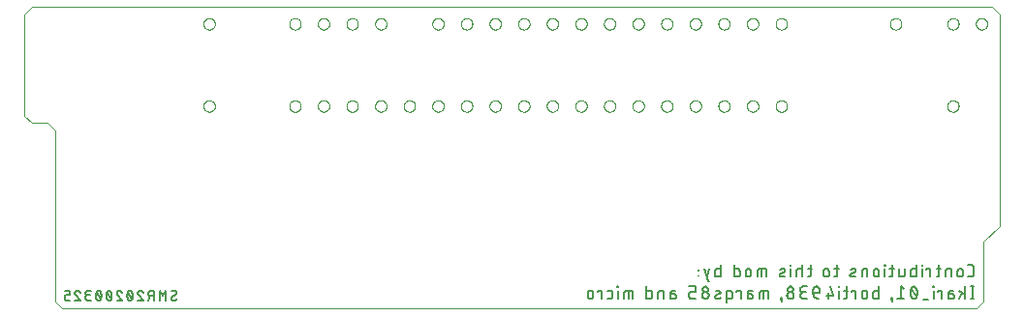
<source format=gbo>
G75*
%MOIN*%
%OFA0B0*%
%FSLAX25Y25*%
%IPPOS*%
%LPD*%
%AMOC8*
5,1,8,0,0,1.08239X$1,22.5*
%
%ADD10C,0.00000*%
%ADD11C,0.00600*%
%ADD12C,0.00800*%
D10*
X0013050Y0005500D02*
X0015550Y0003000D01*
X0330050Y0003000D01*
X0332550Y0005500D01*
X0332550Y0026000D01*
X0338050Y0031500D01*
X0338050Y0104500D01*
X0335550Y0107000D01*
X0005050Y0107000D01*
X0002550Y0104500D01*
X0002550Y0069500D01*
X0005050Y0067000D01*
X0010550Y0067000D01*
X0013050Y0064500D01*
X0013050Y0005500D01*
X0064156Y0072827D02*
X0064158Y0072915D01*
X0064164Y0073003D01*
X0064174Y0073091D01*
X0064188Y0073179D01*
X0064205Y0073265D01*
X0064227Y0073351D01*
X0064252Y0073435D01*
X0064282Y0073519D01*
X0064314Y0073601D01*
X0064351Y0073681D01*
X0064391Y0073760D01*
X0064435Y0073837D01*
X0064482Y0073912D01*
X0064532Y0073984D01*
X0064586Y0074055D01*
X0064642Y0074122D01*
X0064702Y0074188D01*
X0064764Y0074250D01*
X0064830Y0074310D01*
X0064897Y0074366D01*
X0064968Y0074420D01*
X0065040Y0074470D01*
X0065115Y0074517D01*
X0065192Y0074561D01*
X0065271Y0074601D01*
X0065351Y0074638D01*
X0065433Y0074670D01*
X0065517Y0074700D01*
X0065601Y0074725D01*
X0065687Y0074747D01*
X0065773Y0074764D01*
X0065861Y0074778D01*
X0065949Y0074788D01*
X0066037Y0074794D01*
X0066125Y0074796D01*
X0066213Y0074794D01*
X0066301Y0074788D01*
X0066389Y0074778D01*
X0066477Y0074764D01*
X0066563Y0074747D01*
X0066649Y0074725D01*
X0066733Y0074700D01*
X0066817Y0074670D01*
X0066899Y0074638D01*
X0066979Y0074601D01*
X0067058Y0074561D01*
X0067135Y0074517D01*
X0067210Y0074470D01*
X0067282Y0074420D01*
X0067353Y0074366D01*
X0067420Y0074310D01*
X0067486Y0074250D01*
X0067548Y0074188D01*
X0067608Y0074122D01*
X0067664Y0074055D01*
X0067718Y0073984D01*
X0067768Y0073912D01*
X0067815Y0073837D01*
X0067859Y0073760D01*
X0067899Y0073681D01*
X0067936Y0073601D01*
X0067968Y0073519D01*
X0067998Y0073435D01*
X0068023Y0073351D01*
X0068045Y0073265D01*
X0068062Y0073179D01*
X0068076Y0073091D01*
X0068086Y0073003D01*
X0068092Y0072915D01*
X0068094Y0072827D01*
X0068092Y0072739D01*
X0068086Y0072651D01*
X0068076Y0072563D01*
X0068062Y0072475D01*
X0068045Y0072389D01*
X0068023Y0072303D01*
X0067998Y0072219D01*
X0067968Y0072135D01*
X0067936Y0072053D01*
X0067899Y0071973D01*
X0067859Y0071894D01*
X0067815Y0071817D01*
X0067768Y0071742D01*
X0067718Y0071670D01*
X0067664Y0071599D01*
X0067608Y0071532D01*
X0067548Y0071466D01*
X0067486Y0071404D01*
X0067420Y0071344D01*
X0067353Y0071288D01*
X0067282Y0071234D01*
X0067210Y0071184D01*
X0067135Y0071137D01*
X0067058Y0071093D01*
X0066979Y0071053D01*
X0066899Y0071016D01*
X0066817Y0070984D01*
X0066733Y0070954D01*
X0066649Y0070929D01*
X0066563Y0070907D01*
X0066477Y0070890D01*
X0066389Y0070876D01*
X0066301Y0070866D01*
X0066213Y0070860D01*
X0066125Y0070858D01*
X0066037Y0070860D01*
X0065949Y0070866D01*
X0065861Y0070876D01*
X0065773Y0070890D01*
X0065687Y0070907D01*
X0065601Y0070929D01*
X0065517Y0070954D01*
X0065433Y0070984D01*
X0065351Y0071016D01*
X0065271Y0071053D01*
X0065192Y0071093D01*
X0065115Y0071137D01*
X0065040Y0071184D01*
X0064968Y0071234D01*
X0064897Y0071288D01*
X0064830Y0071344D01*
X0064764Y0071404D01*
X0064702Y0071466D01*
X0064642Y0071532D01*
X0064586Y0071599D01*
X0064532Y0071670D01*
X0064482Y0071742D01*
X0064435Y0071817D01*
X0064391Y0071894D01*
X0064351Y0071973D01*
X0064314Y0072053D01*
X0064282Y0072135D01*
X0064252Y0072219D01*
X0064227Y0072303D01*
X0064205Y0072389D01*
X0064188Y0072475D01*
X0064174Y0072563D01*
X0064164Y0072651D01*
X0064158Y0072739D01*
X0064156Y0072827D01*
X0093683Y0072827D02*
X0093685Y0072915D01*
X0093691Y0073003D01*
X0093701Y0073091D01*
X0093715Y0073179D01*
X0093732Y0073265D01*
X0093754Y0073351D01*
X0093779Y0073435D01*
X0093809Y0073519D01*
X0093841Y0073601D01*
X0093878Y0073681D01*
X0093918Y0073760D01*
X0093962Y0073837D01*
X0094009Y0073912D01*
X0094059Y0073984D01*
X0094113Y0074055D01*
X0094169Y0074122D01*
X0094229Y0074188D01*
X0094291Y0074250D01*
X0094357Y0074310D01*
X0094424Y0074366D01*
X0094495Y0074420D01*
X0094567Y0074470D01*
X0094642Y0074517D01*
X0094719Y0074561D01*
X0094798Y0074601D01*
X0094878Y0074638D01*
X0094960Y0074670D01*
X0095044Y0074700D01*
X0095128Y0074725D01*
X0095214Y0074747D01*
X0095300Y0074764D01*
X0095388Y0074778D01*
X0095476Y0074788D01*
X0095564Y0074794D01*
X0095652Y0074796D01*
X0095740Y0074794D01*
X0095828Y0074788D01*
X0095916Y0074778D01*
X0096004Y0074764D01*
X0096090Y0074747D01*
X0096176Y0074725D01*
X0096260Y0074700D01*
X0096344Y0074670D01*
X0096426Y0074638D01*
X0096506Y0074601D01*
X0096585Y0074561D01*
X0096662Y0074517D01*
X0096737Y0074470D01*
X0096809Y0074420D01*
X0096880Y0074366D01*
X0096947Y0074310D01*
X0097013Y0074250D01*
X0097075Y0074188D01*
X0097135Y0074122D01*
X0097191Y0074055D01*
X0097245Y0073984D01*
X0097295Y0073912D01*
X0097342Y0073837D01*
X0097386Y0073760D01*
X0097426Y0073681D01*
X0097463Y0073601D01*
X0097495Y0073519D01*
X0097525Y0073435D01*
X0097550Y0073351D01*
X0097572Y0073265D01*
X0097589Y0073179D01*
X0097603Y0073091D01*
X0097613Y0073003D01*
X0097619Y0072915D01*
X0097621Y0072827D01*
X0097619Y0072739D01*
X0097613Y0072651D01*
X0097603Y0072563D01*
X0097589Y0072475D01*
X0097572Y0072389D01*
X0097550Y0072303D01*
X0097525Y0072219D01*
X0097495Y0072135D01*
X0097463Y0072053D01*
X0097426Y0071973D01*
X0097386Y0071894D01*
X0097342Y0071817D01*
X0097295Y0071742D01*
X0097245Y0071670D01*
X0097191Y0071599D01*
X0097135Y0071532D01*
X0097075Y0071466D01*
X0097013Y0071404D01*
X0096947Y0071344D01*
X0096880Y0071288D01*
X0096809Y0071234D01*
X0096737Y0071184D01*
X0096662Y0071137D01*
X0096585Y0071093D01*
X0096506Y0071053D01*
X0096426Y0071016D01*
X0096344Y0070984D01*
X0096260Y0070954D01*
X0096176Y0070929D01*
X0096090Y0070907D01*
X0096004Y0070890D01*
X0095916Y0070876D01*
X0095828Y0070866D01*
X0095740Y0070860D01*
X0095652Y0070858D01*
X0095564Y0070860D01*
X0095476Y0070866D01*
X0095388Y0070876D01*
X0095300Y0070890D01*
X0095214Y0070907D01*
X0095128Y0070929D01*
X0095044Y0070954D01*
X0094960Y0070984D01*
X0094878Y0071016D01*
X0094798Y0071053D01*
X0094719Y0071093D01*
X0094642Y0071137D01*
X0094567Y0071184D01*
X0094495Y0071234D01*
X0094424Y0071288D01*
X0094357Y0071344D01*
X0094291Y0071404D01*
X0094229Y0071466D01*
X0094169Y0071532D01*
X0094113Y0071599D01*
X0094059Y0071670D01*
X0094009Y0071742D01*
X0093962Y0071817D01*
X0093918Y0071894D01*
X0093878Y0071973D01*
X0093841Y0072053D01*
X0093809Y0072135D01*
X0093779Y0072219D01*
X0093754Y0072303D01*
X0093732Y0072389D01*
X0093715Y0072475D01*
X0093701Y0072563D01*
X0093691Y0072651D01*
X0093685Y0072739D01*
X0093683Y0072827D01*
X0103526Y0072827D02*
X0103528Y0072915D01*
X0103534Y0073003D01*
X0103544Y0073091D01*
X0103558Y0073179D01*
X0103575Y0073265D01*
X0103597Y0073351D01*
X0103622Y0073435D01*
X0103652Y0073519D01*
X0103684Y0073601D01*
X0103721Y0073681D01*
X0103761Y0073760D01*
X0103805Y0073837D01*
X0103852Y0073912D01*
X0103902Y0073984D01*
X0103956Y0074055D01*
X0104012Y0074122D01*
X0104072Y0074188D01*
X0104134Y0074250D01*
X0104200Y0074310D01*
X0104267Y0074366D01*
X0104338Y0074420D01*
X0104410Y0074470D01*
X0104485Y0074517D01*
X0104562Y0074561D01*
X0104641Y0074601D01*
X0104721Y0074638D01*
X0104803Y0074670D01*
X0104887Y0074700D01*
X0104971Y0074725D01*
X0105057Y0074747D01*
X0105143Y0074764D01*
X0105231Y0074778D01*
X0105319Y0074788D01*
X0105407Y0074794D01*
X0105495Y0074796D01*
X0105583Y0074794D01*
X0105671Y0074788D01*
X0105759Y0074778D01*
X0105847Y0074764D01*
X0105933Y0074747D01*
X0106019Y0074725D01*
X0106103Y0074700D01*
X0106187Y0074670D01*
X0106269Y0074638D01*
X0106349Y0074601D01*
X0106428Y0074561D01*
X0106505Y0074517D01*
X0106580Y0074470D01*
X0106652Y0074420D01*
X0106723Y0074366D01*
X0106790Y0074310D01*
X0106856Y0074250D01*
X0106918Y0074188D01*
X0106978Y0074122D01*
X0107034Y0074055D01*
X0107088Y0073984D01*
X0107138Y0073912D01*
X0107185Y0073837D01*
X0107229Y0073760D01*
X0107269Y0073681D01*
X0107306Y0073601D01*
X0107338Y0073519D01*
X0107368Y0073435D01*
X0107393Y0073351D01*
X0107415Y0073265D01*
X0107432Y0073179D01*
X0107446Y0073091D01*
X0107456Y0073003D01*
X0107462Y0072915D01*
X0107464Y0072827D01*
X0107462Y0072739D01*
X0107456Y0072651D01*
X0107446Y0072563D01*
X0107432Y0072475D01*
X0107415Y0072389D01*
X0107393Y0072303D01*
X0107368Y0072219D01*
X0107338Y0072135D01*
X0107306Y0072053D01*
X0107269Y0071973D01*
X0107229Y0071894D01*
X0107185Y0071817D01*
X0107138Y0071742D01*
X0107088Y0071670D01*
X0107034Y0071599D01*
X0106978Y0071532D01*
X0106918Y0071466D01*
X0106856Y0071404D01*
X0106790Y0071344D01*
X0106723Y0071288D01*
X0106652Y0071234D01*
X0106580Y0071184D01*
X0106505Y0071137D01*
X0106428Y0071093D01*
X0106349Y0071053D01*
X0106269Y0071016D01*
X0106187Y0070984D01*
X0106103Y0070954D01*
X0106019Y0070929D01*
X0105933Y0070907D01*
X0105847Y0070890D01*
X0105759Y0070876D01*
X0105671Y0070866D01*
X0105583Y0070860D01*
X0105495Y0070858D01*
X0105407Y0070860D01*
X0105319Y0070866D01*
X0105231Y0070876D01*
X0105143Y0070890D01*
X0105057Y0070907D01*
X0104971Y0070929D01*
X0104887Y0070954D01*
X0104803Y0070984D01*
X0104721Y0071016D01*
X0104641Y0071053D01*
X0104562Y0071093D01*
X0104485Y0071137D01*
X0104410Y0071184D01*
X0104338Y0071234D01*
X0104267Y0071288D01*
X0104200Y0071344D01*
X0104134Y0071404D01*
X0104072Y0071466D01*
X0104012Y0071532D01*
X0103956Y0071599D01*
X0103902Y0071670D01*
X0103852Y0071742D01*
X0103805Y0071817D01*
X0103761Y0071894D01*
X0103721Y0071973D01*
X0103684Y0072053D01*
X0103652Y0072135D01*
X0103622Y0072219D01*
X0103597Y0072303D01*
X0103575Y0072389D01*
X0103558Y0072475D01*
X0103544Y0072563D01*
X0103534Y0072651D01*
X0103528Y0072739D01*
X0103526Y0072827D01*
X0113368Y0072827D02*
X0113370Y0072915D01*
X0113376Y0073003D01*
X0113386Y0073091D01*
X0113400Y0073179D01*
X0113417Y0073265D01*
X0113439Y0073351D01*
X0113464Y0073435D01*
X0113494Y0073519D01*
X0113526Y0073601D01*
X0113563Y0073681D01*
X0113603Y0073760D01*
X0113647Y0073837D01*
X0113694Y0073912D01*
X0113744Y0073984D01*
X0113798Y0074055D01*
X0113854Y0074122D01*
X0113914Y0074188D01*
X0113976Y0074250D01*
X0114042Y0074310D01*
X0114109Y0074366D01*
X0114180Y0074420D01*
X0114252Y0074470D01*
X0114327Y0074517D01*
X0114404Y0074561D01*
X0114483Y0074601D01*
X0114563Y0074638D01*
X0114645Y0074670D01*
X0114729Y0074700D01*
X0114813Y0074725D01*
X0114899Y0074747D01*
X0114985Y0074764D01*
X0115073Y0074778D01*
X0115161Y0074788D01*
X0115249Y0074794D01*
X0115337Y0074796D01*
X0115425Y0074794D01*
X0115513Y0074788D01*
X0115601Y0074778D01*
X0115689Y0074764D01*
X0115775Y0074747D01*
X0115861Y0074725D01*
X0115945Y0074700D01*
X0116029Y0074670D01*
X0116111Y0074638D01*
X0116191Y0074601D01*
X0116270Y0074561D01*
X0116347Y0074517D01*
X0116422Y0074470D01*
X0116494Y0074420D01*
X0116565Y0074366D01*
X0116632Y0074310D01*
X0116698Y0074250D01*
X0116760Y0074188D01*
X0116820Y0074122D01*
X0116876Y0074055D01*
X0116930Y0073984D01*
X0116980Y0073912D01*
X0117027Y0073837D01*
X0117071Y0073760D01*
X0117111Y0073681D01*
X0117148Y0073601D01*
X0117180Y0073519D01*
X0117210Y0073435D01*
X0117235Y0073351D01*
X0117257Y0073265D01*
X0117274Y0073179D01*
X0117288Y0073091D01*
X0117298Y0073003D01*
X0117304Y0072915D01*
X0117306Y0072827D01*
X0117304Y0072739D01*
X0117298Y0072651D01*
X0117288Y0072563D01*
X0117274Y0072475D01*
X0117257Y0072389D01*
X0117235Y0072303D01*
X0117210Y0072219D01*
X0117180Y0072135D01*
X0117148Y0072053D01*
X0117111Y0071973D01*
X0117071Y0071894D01*
X0117027Y0071817D01*
X0116980Y0071742D01*
X0116930Y0071670D01*
X0116876Y0071599D01*
X0116820Y0071532D01*
X0116760Y0071466D01*
X0116698Y0071404D01*
X0116632Y0071344D01*
X0116565Y0071288D01*
X0116494Y0071234D01*
X0116422Y0071184D01*
X0116347Y0071137D01*
X0116270Y0071093D01*
X0116191Y0071053D01*
X0116111Y0071016D01*
X0116029Y0070984D01*
X0115945Y0070954D01*
X0115861Y0070929D01*
X0115775Y0070907D01*
X0115689Y0070890D01*
X0115601Y0070876D01*
X0115513Y0070866D01*
X0115425Y0070860D01*
X0115337Y0070858D01*
X0115249Y0070860D01*
X0115161Y0070866D01*
X0115073Y0070876D01*
X0114985Y0070890D01*
X0114899Y0070907D01*
X0114813Y0070929D01*
X0114729Y0070954D01*
X0114645Y0070984D01*
X0114563Y0071016D01*
X0114483Y0071053D01*
X0114404Y0071093D01*
X0114327Y0071137D01*
X0114252Y0071184D01*
X0114180Y0071234D01*
X0114109Y0071288D01*
X0114042Y0071344D01*
X0113976Y0071404D01*
X0113914Y0071466D01*
X0113854Y0071532D01*
X0113798Y0071599D01*
X0113744Y0071670D01*
X0113694Y0071742D01*
X0113647Y0071817D01*
X0113603Y0071894D01*
X0113563Y0071973D01*
X0113526Y0072053D01*
X0113494Y0072135D01*
X0113464Y0072219D01*
X0113439Y0072303D01*
X0113417Y0072389D01*
X0113400Y0072475D01*
X0113386Y0072563D01*
X0113376Y0072651D01*
X0113370Y0072739D01*
X0113368Y0072827D01*
X0123211Y0072827D02*
X0123213Y0072915D01*
X0123219Y0073003D01*
X0123229Y0073091D01*
X0123243Y0073179D01*
X0123260Y0073265D01*
X0123282Y0073351D01*
X0123307Y0073435D01*
X0123337Y0073519D01*
X0123369Y0073601D01*
X0123406Y0073681D01*
X0123446Y0073760D01*
X0123490Y0073837D01*
X0123537Y0073912D01*
X0123587Y0073984D01*
X0123641Y0074055D01*
X0123697Y0074122D01*
X0123757Y0074188D01*
X0123819Y0074250D01*
X0123885Y0074310D01*
X0123952Y0074366D01*
X0124023Y0074420D01*
X0124095Y0074470D01*
X0124170Y0074517D01*
X0124247Y0074561D01*
X0124326Y0074601D01*
X0124406Y0074638D01*
X0124488Y0074670D01*
X0124572Y0074700D01*
X0124656Y0074725D01*
X0124742Y0074747D01*
X0124828Y0074764D01*
X0124916Y0074778D01*
X0125004Y0074788D01*
X0125092Y0074794D01*
X0125180Y0074796D01*
X0125268Y0074794D01*
X0125356Y0074788D01*
X0125444Y0074778D01*
X0125532Y0074764D01*
X0125618Y0074747D01*
X0125704Y0074725D01*
X0125788Y0074700D01*
X0125872Y0074670D01*
X0125954Y0074638D01*
X0126034Y0074601D01*
X0126113Y0074561D01*
X0126190Y0074517D01*
X0126265Y0074470D01*
X0126337Y0074420D01*
X0126408Y0074366D01*
X0126475Y0074310D01*
X0126541Y0074250D01*
X0126603Y0074188D01*
X0126663Y0074122D01*
X0126719Y0074055D01*
X0126773Y0073984D01*
X0126823Y0073912D01*
X0126870Y0073837D01*
X0126914Y0073760D01*
X0126954Y0073681D01*
X0126991Y0073601D01*
X0127023Y0073519D01*
X0127053Y0073435D01*
X0127078Y0073351D01*
X0127100Y0073265D01*
X0127117Y0073179D01*
X0127131Y0073091D01*
X0127141Y0073003D01*
X0127147Y0072915D01*
X0127149Y0072827D01*
X0127147Y0072739D01*
X0127141Y0072651D01*
X0127131Y0072563D01*
X0127117Y0072475D01*
X0127100Y0072389D01*
X0127078Y0072303D01*
X0127053Y0072219D01*
X0127023Y0072135D01*
X0126991Y0072053D01*
X0126954Y0071973D01*
X0126914Y0071894D01*
X0126870Y0071817D01*
X0126823Y0071742D01*
X0126773Y0071670D01*
X0126719Y0071599D01*
X0126663Y0071532D01*
X0126603Y0071466D01*
X0126541Y0071404D01*
X0126475Y0071344D01*
X0126408Y0071288D01*
X0126337Y0071234D01*
X0126265Y0071184D01*
X0126190Y0071137D01*
X0126113Y0071093D01*
X0126034Y0071053D01*
X0125954Y0071016D01*
X0125872Y0070984D01*
X0125788Y0070954D01*
X0125704Y0070929D01*
X0125618Y0070907D01*
X0125532Y0070890D01*
X0125444Y0070876D01*
X0125356Y0070866D01*
X0125268Y0070860D01*
X0125180Y0070858D01*
X0125092Y0070860D01*
X0125004Y0070866D01*
X0124916Y0070876D01*
X0124828Y0070890D01*
X0124742Y0070907D01*
X0124656Y0070929D01*
X0124572Y0070954D01*
X0124488Y0070984D01*
X0124406Y0071016D01*
X0124326Y0071053D01*
X0124247Y0071093D01*
X0124170Y0071137D01*
X0124095Y0071184D01*
X0124023Y0071234D01*
X0123952Y0071288D01*
X0123885Y0071344D01*
X0123819Y0071404D01*
X0123757Y0071466D01*
X0123697Y0071532D01*
X0123641Y0071599D01*
X0123587Y0071670D01*
X0123537Y0071742D01*
X0123490Y0071817D01*
X0123446Y0071894D01*
X0123406Y0071973D01*
X0123369Y0072053D01*
X0123337Y0072135D01*
X0123307Y0072219D01*
X0123282Y0072303D01*
X0123260Y0072389D01*
X0123243Y0072475D01*
X0123229Y0072563D01*
X0123219Y0072651D01*
X0123213Y0072739D01*
X0123211Y0072827D01*
X0133053Y0072827D02*
X0133055Y0072915D01*
X0133061Y0073003D01*
X0133071Y0073091D01*
X0133085Y0073179D01*
X0133102Y0073265D01*
X0133124Y0073351D01*
X0133149Y0073435D01*
X0133179Y0073519D01*
X0133211Y0073601D01*
X0133248Y0073681D01*
X0133288Y0073760D01*
X0133332Y0073837D01*
X0133379Y0073912D01*
X0133429Y0073984D01*
X0133483Y0074055D01*
X0133539Y0074122D01*
X0133599Y0074188D01*
X0133661Y0074250D01*
X0133727Y0074310D01*
X0133794Y0074366D01*
X0133865Y0074420D01*
X0133937Y0074470D01*
X0134012Y0074517D01*
X0134089Y0074561D01*
X0134168Y0074601D01*
X0134248Y0074638D01*
X0134330Y0074670D01*
X0134414Y0074700D01*
X0134498Y0074725D01*
X0134584Y0074747D01*
X0134670Y0074764D01*
X0134758Y0074778D01*
X0134846Y0074788D01*
X0134934Y0074794D01*
X0135022Y0074796D01*
X0135110Y0074794D01*
X0135198Y0074788D01*
X0135286Y0074778D01*
X0135374Y0074764D01*
X0135460Y0074747D01*
X0135546Y0074725D01*
X0135630Y0074700D01*
X0135714Y0074670D01*
X0135796Y0074638D01*
X0135876Y0074601D01*
X0135955Y0074561D01*
X0136032Y0074517D01*
X0136107Y0074470D01*
X0136179Y0074420D01*
X0136250Y0074366D01*
X0136317Y0074310D01*
X0136383Y0074250D01*
X0136445Y0074188D01*
X0136505Y0074122D01*
X0136561Y0074055D01*
X0136615Y0073984D01*
X0136665Y0073912D01*
X0136712Y0073837D01*
X0136756Y0073760D01*
X0136796Y0073681D01*
X0136833Y0073601D01*
X0136865Y0073519D01*
X0136895Y0073435D01*
X0136920Y0073351D01*
X0136942Y0073265D01*
X0136959Y0073179D01*
X0136973Y0073091D01*
X0136983Y0073003D01*
X0136989Y0072915D01*
X0136991Y0072827D01*
X0136989Y0072739D01*
X0136983Y0072651D01*
X0136973Y0072563D01*
X0136959Y0072475D01*
X0136942Y0072389D01*
X0136920Y0072303D01*
X0136895Y0072219D01*
X0136865Y0072135D01*
X0136833Y0072053D01*
X0136796Y0071973D01*
X0136756Y0071894D01*
X0136712Y0071817D01*
X0136665Y0071742D01*
X0136615Y0071670D01*
X0136561Y0071599D01*
X0136505Y0071532D01*
X0136445Y0071466D01*
X0136383Y0071404D01*
X0136317Y0071344D01*
X0136250Y0071288D01*
X0136179Y0071234D01*
X0136107Y0071184D01*
X0136032Y0071137D01*
X0135955Y0071093D01*
X0135876Y0071053D01*
X0135796Y0071016D01*
X0135714Y0070984D01*
X0135630Y0070954D01*
X0135546Y0070929D01*
X0135460Y0070907D01*
X0135374Y0070890D01*
X0135286Y0070876D01*
X0135198Y0070866D01*
X0135110Y0070860D01*
X0135022Y0070858D01*
X0134934Y0070860D01*
X0134846Y0070866D01*
X0134758Y0070876D01*
X0134670Y0070890D01*
X0134584Y0070907D01*
X0134498Y0070929D01*
X0134414Y0070954D01*
X0134330Y0070984D01*
X0134248Y0071016D01*
X0134168Y0071053D01*
X0134089Y0071093D01*
X0134012Y0071137D01*
X0133937Y0071184D01*
X0133865Y0071234D01*
X0133794Y0071288D01*
X0133727Y0071344D01*
X0133661Y0071404D01*
X0133599Y0071466D01*
X0133539Y0071532D01*
X0133483Y0071599D01*
X0133429Y0071670D01*
X0133379Y0071742D01*
X0133332Y0071817D01*
X0133288Y0071894D01*
X0133248Y0071973D01*
X0133211Y0072053D01*
X0133179Y0072135D01*
X0133149Y0072219D01*
X0133124Y0072303D01*
X0133102Y0072389D01*
X0133085Y0072475D01*
X0133071Y0072563D01*
X0133061Y0072651D01*
X0133055Y0072739D01*
X0133053Y0072827D01*
X0142896Y0072827D02*
X0142898Y0072915D01*
X0142904Y0073003D01*
X0142914Y0073091D01*
X0142928Y0073179D01*
X0142945Y0073265D01*
X0142967Y0073351D01*
X0142992Y0073435D01*
X0143022Y0073519D01*
X0143054Y0073601D01*
X0143091Y0073681D01*
X0143131Y0073760D01*
X0143175Y0073837D01*
X0143222Y0073912D01*
X0143272Y0073984D01*
X0143326Y0074055D01*
X0143382Y0074122D01*
X0143442Y0074188D01*
X0143504Y0074250D01*
X0143570Y0074310D01*
X0143637Y0074366D01*
X0143708Y0074420D01*
X0143780Y0074470D01*
X0143855Y0074517D01*
X0143932Y0074561D01*
X0144011Y0074601D01*
X0144091Y0074638D01*
X0144173Y0074670D01*
X0144257Y0074700D01*
X0144341Y0074725D01*
X0144427Y0074747D01*
X0144513Y0074764D01*
X0144601Y0074778D01*
X0144689Y0074788D01*
X0144777Y0074794D01*
X0144865Y0074796D01*
X0144953Y0074794D01*
X0145041Y0074788D01*
X0145129Y0074778D01*
X0145217Y0074764D01*
X0145303Y0074747D01*
X0145389Y0074725D01*
X0145473Y0074700D01*
X0145557Y0074670D01*
X0145639Y0074638D01*
X0145719Y0074601D01*
X0145798Y0074561D01*
X0145875Y0074517D01*
X0145950Y0074470D01*
X0146022Y0074420D01*
X0146093Y0074366D01*
X0146160Y0074310D01*
X0146226Y0074250D01*
X0146288Y0074188D01*
X0146348Y0074122D01*
X0146404Y0074055D01*
X0146458Y0073984D01*
X0146508Y0073912D01*
X0146555Y0073837D01*
X0146599Y0073760D01*
X0146639Y0073681D01*
X0146676Y0073601D01*
X0146708Y0073519D01*
X0146738Y0073435D01*
X0146763Y0073351D01*
X0146785Y0073265D01*
X0146802Y0073179D01*
X0146816Y0073091D01*
X0146826Y0073003D01*
X0146832Y0072915D01*
X0146834Y0072827D01*
X0146832Y0072739D01*
X0146826Y0072651D01*
X0146816Y0072563D01*
X0146802Y0072475D01*
X0146785Y0072389D01*
X0146763Y0072303D01*
X0146738Y0072219D01*
X0146708Y0072135D01*
X0146676Y0072053D01*
X0146639Y0071973D01*
X0146599Y0071894D01*
X0146555Y0071817D01*
X0146508Y0071742D01*
X0146458Y0071670D01*
X0146404Y0071599D01*
X0146348Y0071532D01*
X0146288Y0071466D01*
X0146226Y0071404D01*
X0146160Y0071344D01*
X0146093Y0071288D01*
X0146022Y0071234D01*
X0145950Y0071184D01*
X0145875Y0071137D01*
X0145798Y0071093D01*
X0145719Y0071053D01*
X0145639Y0071016D01*
X0145557Y0070984D01*
X0145473Y0070954D01*
X0145389Y0070929D01*
X0145303Y0070907D01*
X0145217Y0070890D01*
X0145129Y0070876D01*
X0145041Y0070866D01*
X0144953Y0070860D01*
X0144865Y0070858D01*
X0144777Y0070860D01*
X0144689Y0070866D01*
X0144601Y0070876D01*
X0144513Y0070890D01*
X0144427Y0070907D01*
X0144341Y0070929D01*
X0144257Y0070954D01*
X0144173Y0070984D01*
X0144091Y0071016D01*
X0144011Y0071053D01*
X0143932Y0071093D01*
X0143855Y0071137D01*
X0143780Y0071184D01*
X0143708Y0071234D01*
X0143637Y0071288D01*
X0143570Y0071344D01*
X0143504Y0071404D01*
X0143442Y0071466D01*
X0143382Y0071532D01*
X0143326Y0071599D01*
X0143272Y0071670D01*
X0143222Y0071742D01*
X0143175Y0071817D01*
X0143131Y0071894D01*
X0143091Y0071973D01*
X0143054Y0072053D01*
X0143022Y0072135D01*
X0142992Y0072219D01*
X0142967Y0072303D01*
X0142945Y0072389D01*
X0142928Y0072475D01*
X0142914Y0072563D01*
X0142904Y0072651D01*
X0142898Y0072739D01*
X0142896Y0072827D01*
X0152738Y0072827D02*
X0152740Y0072915D01*
X0152746Y0073003D01*
X0152756Y0073091D01*
X0152770Y0073179D01*
X0152787Y0073265D01*
X0152809Y0073351D01*
X0152834Y0073435D01*
X0152864Y0073519D01*
X0152896Y0073601D01*
X0152933Y0073681D01*
X0152973Y0073760D01*
X0153017Y0073837D01*
X0153064Y0073912D01*
X0153114Y0073984D01*
X0153168Y0074055D01*
X0153224Y0074122D01*
X0153284Y0074188D01*
X0153346Y0074250D01*
X0153412Y0074310D01*
X0153479Y0074366D01*
X0153550Y0074420D01*
X0153622Y0074470D01*
X0153697Y0074517D01*
X0153774Y0074561D01*
X0153853Y0074601D01*
X0153933Y0074638D01*
X0154015Y0074670D01*
X0154099Y0074700D01*
X0154183Y0074725D01*
X0154269Y0074747D01*
X0154355Y0074764D01*
X0154443Y0074778D01*
X0154531Y0074788D01*
X0154619Y0074794D01*
X0154707Y0074796D01*
X0154795Y0074794D01*
X0154883Y0074788D01*
X0154971Y0074778D01*
X0155059Y0074764D01*
X0155145Y0074747D01*
X0155231Y0074725D01*
X0155315Y0074700D01*
X0155399Y0074670D01*
X0155481Y0074638D01*
X0155561Y0074601D01*
X0155640Y0074561D01*
X0155717Y0074517D01*
X0155792Y0074470D01*
X0155864Y0074420D01*
X0155935Y0074366D01*
X0156002Y0074310D01*
X0156068Y0074250D01*
X0156130Y0074188D01*
X0156190Y0074122D01*
X0156246Y0074055D01*
X0156300Y0073984D01*
X0156350Y0073912D01*
X0156397Y0073837D01*
X0156441Y0073760D01*
X0156481Y0073681D01*
X0156518Y0073601D01*
X0156550Y0073519D01*
X0156580Y0073435D01*
X0156605Y0073351D01*
X0156627Y0073265D01*
X0156644Y0073179D01*
X0156658Y0073091D01*
X0156668Y0073003D01*
X0156674Y0072915D01*
X0156676Y0072827D01*
X0156674Y0072739D01*
X0156668Y0072651D01*
X0156658Y0072563D01*
X0156644Y0072475D01*
X0156627Y0072389D01*
X0156605Y0072303D01*
X0156580Y0072219D01*
X0156550Y0072135D01*
X0156518Y0072053D01*
X0156481Y0071973D01*
X0156441Y0071894D01*
X0156397Y0071817D01*
X0156350Y0071742D01*
X0156300Y0071670D01*
X0156246Y0071599D01*
X0156190Y0071532D01*
X0156130Y0071466D01*
X0156068Y0071404D01*
X0156002Y0071344D01*
X0155935Y0071288D01*
X0155864Y0071234D01*
X0155792Y0071184D01*
X0155717Y0071137D01*
X0155640Y0071093D01*
X0155561Y0071053D01*
X0155481Y0071016D01*
X0155399Y0070984D01*
X0155315Y0070954D01*
X0155231Y0070929D01*
X0155145Y0070907D01*
X0155059Y0070890D01*
X0154971Y0070876D01*
X0154883Y0070866D01*
X0154795Y0070860D01*
X0154707Y0070858D01*
X0154619Y0070860D01*
X0154531Y0070866D01*
X0154443Y0070876D01*
X0154355Y0070890D01*
X0154269Y0070907D01*
X0154183Y0070929D01*
X0154099Y0070954D01*
X0154015Y0070984D01*
X0153933Y0071016D01*
X0153853Y0071053D01*
X0153774Y0071093D01*
X0153697Y0071137D01*
X0153622Y0071184D01*
X0153550Y0071234D01*
X0153479Y0071288D01*
X0153412Y0071344D01*
X0153346Y0071404D01*
X0153284Y0071466D01*
X0153224Y0071532D01*
X0153168Y0071599D01*
X0153114Y0071670D01*
X0153064Y0071742D01*
X0153017Y0071817D01*
X0152973Y0071894D01*
X0152933Y0071973D01*
X0152896Y0072053D01*
X0152864Y0072135D01*
X0152834Y0072219D01*
X0152809Y0072303D01*
X0152787Y0072389D01*
X0152770Y0072475D01*
X0152756Y0072563D01*
X0152746Y0072651D01*
X0152740Y0072739D01*
X0152738Y0072827D01*
X0162581Y0072827D02*
X0162583Y0072915D01*
X0162589Y0073003D01*
X0162599Y0073091D01*
X0162613Y0073179D01*
X0162630Y0073265D01*
X0162652Y0073351D01*
X0162677Y0073435D01*
X0162707Y0073519D01*
X0162739Y0073601D01*
X0162776Y0073681D01*
X0162816Y0073760D01*
X0162860Y0073837D01*
X0162907Y0073912D01*
X0162957Y0073984D01*
X0163011Y0074055D01*
X0163067Y0074122D01*
X0163127Y0074188D01*
X0163189Y0074250D01*
X0163255Y0074310D01*
X0163322Y0074366D01*
X0163393Y0074420D01*
X0163465Y0074470D01*
X0163540Y0074517D01*
X0163617Y0074561D01*
X0163696Y0074601D01*
X0163776Y0074638D01*
X0163858Y0074670D01*
X0163942Y0074700D01*
X0164026Y0074725D01*
X0164112Y0074747D01*
X0164198Y0074764D01*
X0164286Y0074778D01*
X0164374Y0074788D01*
X0164462Y0074794D01*
X0164550Y0074796D01*
X0164638Y0074794D01*
X0164726Y0074788D01*
X0164814Y0074778D01*
X0164902Y0074764D01*
X0164988Y0074747D01*
X0165074Y0074725D01*
X0165158Y0074700D01*
X0165242Y0074670D01*
X0165324Y0074638D01*
X0165404Y0074601D01*
X0165483Y0074561D01*
X0165560Y0074517D01*
X0165635Y0074470D01*
X0165707Y0074420D01*
X0165778Y0074366D01*
X0165845Y0074310D01*
X0165911Y0074250D01*
X0165973Y0074188D01*
X0166033Y0074122D01*
X0166089Y0074055D01*
X0166143Y0073984D01*
X0166193Y0073912D01*
X0166240Y0073837D01*
X0166284Y0073760D01*
X0166324Y0073681D01*
X0166361Y0073601D01*
X0166393Y0073519D01*
X0166423Y0073435D01*
X0166448Y0073351D01*
X0166470Y0073265D01*
X0166487Y0073179D01*
X0166501Y0073091D01*
X0166511Y0073003D01*
X0166517Y0072915D01*
X0166519Y0072827D01*
X0166517Y0072739D01*
X0166511Y0072651D01*
X0166501Y0072563D01*
X0166487Y0072475D01*
X0166470Y0072389D01*
X0166448Y0072303D01*
X0166423Y0072219D01*
X0166393Y0072135D01*
X0166361Y0072053D01*
X0166324Y0071973D01*
X0166284Y0071894D01*
X0166240Y0071817D01*
X0166193Y0071742D01*
X0166143Y0071670D01*
X0166089Y0071599D01*
X0166033Y0071532D01*
X0165973Y0071466D01*
X0165911Y0071404D01*
X0165845Y0071344D01*
X0165778Y0071288D01*
X0165707Y0071234D01*
X0165635Y0071184D01*
X0165560Y0071137D01*
X0165483Y0071093D01*
X0165404Y0071053D01*
X0165324Y0071016D01*
X0165242Y0070984D01*
X0165158Y0070954D01*
X0165074Y0070929D01*
X0164988Y0070907D01*
X0164902Y0070890D01*
X0164814Y0070876D01*
X0164726Y0070866D01*
X0164638Y0070860D01*
X0164550Y0070858D01*
X0164462Y0070860D01*
X0164374Y0070866D01*
X0164286Y0070876D01*
X0164198Y0070890D01*
X0164112Y0070907D01*
X0164026Y0070929D01*
X0163942Y0070954D01*
X0163858Y0070984D01*
X0163776Y0071016D01*
X0163696Y0071053D01*
X0163617Y0071093D01*
X0163540Y0071137D01*
X0163465Y0071184D01*
X0163393Y0071234D01*
X0163322Y0071288D01*
X0163255Y0071344D01*
X0163189Y0071404D01*
X0163127Y0071466D01*
X0163067Y0071532D01*
X0163011Y0071599D01*
X0162957Y0071670D01*
X0162907Y0071742D01*
X0162860Y0071817D01*
X0162816Y0071894D01*
X0162776Y0071973D01*
X0162739Y0072053D01*
X0162707Y0072135D01*
X0162677Y0072219D01*
X0162652Y0072303D01*
X0162630Y0072389D01*
X0162613Y0072475D01*
X0162599Y0072563D01*
X0162589Y0072651D01*
X0162583Y0072739D01*
X0162581Y0072827D01*
X0172424Y0072827D02*
X0172426Y0072915D01*
X0172432Y0073003D01*
X0172442Y0073091D01*
X0172456Y0073179D01*
X0172473Y0073265D01*
X0172495Y0073351D01*
X0172520Y0073435D01*
X0172550Y0073519D01*
X0172582Y0073601D01*
X0172619Y0073681D01*
X0172659Y0073760D01*
X0172703Y0073837D01*
X0172750Y0073912D01*
X0172800Y0073984D01*
X0172854Y0074055D01*
X0172910Y0074122D01*
X0172970Y0074188D01*
X0173032Y0074250D01*
X0173098Y0074310D01*
X0173165Y0074366D01*
X0173236Y0074420D01*
X0173308Y0074470D01*
X0173383Y0074517D01*
X0173460Y0074561D01*
X0173539Y0074601D01*
X0173619Y0074638D01*
X0173701Y0074670D01*
X0173785Y0074700D01*
X0173869Y0074725D01*
X0173955Y0074747D01*
X0174041Y0074764D01*
X0174129Y0074778D01*
X0174217Y0074788D01*
X0174305Y0074794D01*
X0174393Y0074796D01*
X0174481Y0074794D01*
X0174569Y0074788D01*
X0174657Y0074778D01*
X0174745Y0074764D01*
X0174831Y0074747D01*
X0174917Y0074725D01*
X0175001Y0074700D01*
X0175085Y0074670D01*
X0175167Y0074638D01*
X0175247Y0074601D01*
X0175326Y0074561D01*
X0175403Y0074517D01*
X0175478Y0074470D01*
X0175550Y0074420D01*
X0175621Y0074366D01*
X0175688Y0074310D01*
X0175754Y0074250D01*
X0175816Y0074188D01*
X0175876Y0074122D01*
X0175932Y0074055D01*
X0175986Y0073984D01*
X0176036Y0073912D01*
X0176083Y0073837D01*
X0176127Y0073760D01*
X0176167Y0073681D01*
X0176204Y0073601D01*
X0176236Y0073519D01*
X0176266Y0073435D01*
X0176291Y0073351D01*
X0176313Y0073265D01*
X0176330Y0073179D01*
X0176344Y0073091D01*
X0176354Y0073003D01*
X0176360Y0072915D01*
X0176362Y0072827D01*
X0176360Y0072739D01*
X0176354Y0072651D01*
X0176344Y0072563D01*
X0176330Y0072475D01*
X0176313Y0072389D01*
X0176291Y0072303D01*
X0176266Y0072219D01*
X0176236Y0072135D01*
X0176204Y0072053D01*
X0176167Y0071973D01*
X0176127Y0071894D01*
X0176083Y0071817D01*
X0176036Y0071742D01*
X0175986Y0071670D01*
X0175932Y0071599D01*
X0175876Y0071532D01*
X0175816Y0071466D01*
X0175754Y0071404D01*
X0175688Y0071344D01*
X0175621Y0071288D01*
X0175550Y0071234D01*
X0175478Y0071184D01*
X0175403Y0071137D01*
X0175326Y0071093D01*
X0175247Y0071053D01*
X0175167Y0071016D01*
X0175085Y0070984D01*
X0175001Y0070954D01*
X0174917Y0070929D01*
X0174831Y0070907D01*
X0174745Y0070890D01*
X0174657Y0070876D01*
X0174569Y0070866D01*
X0174481Y0070860D01*
X0174393Y0070858D01*
X0174305Y0070860D01*
X0174217Y0070866D01*
X0174129Y0070876D01*
X0174041Y0070890D01*
X0173955Y0070907D01*
X0173869Y0070929D01*
X0173785Y0070954D01*
X0173701Y0070984D01*
X0173619Y0071016D01*
X0173539Y0071053D01*
X0173460Y0071093D01*
X0173383Y0071137D01*
X0173308Y0071184D01*
X0173236Y0071234D01*
X0173165Y0071288D01*
X0173098Y0071344D01*
X0173032Y0071404D01*
X0172970Y0071466D01*
X0172910Y0071532D01*
X0172854Y0071599D01*
X0172800Y0071670D01*
X0172750Y0071742D01*
X0172703Y0071817D01*
X0172659Y0071894D01*
X0172619Y0071973D01*
X0172582Y0072053D01*
X0172550Y0072135D01*
X0172520Y0072219D01*
X0172495Y0072303D01*
X0172473Y0072389D01*
X0172456Y0072475D01*
X0172442Y0072563D01*
X0172432Y0072651D01*
X0172426Y0072739D01*
X0172424Y0072827D01*
X0182266Y0072827D02*
X0182268Y0072915D01*
X0182274Y0073003D01*
X0182284Y0073091D01*
X0182298Y0073179D01*
X0182315Y0073265D01*
X0182337Y0073351D01*
X0182362Y0073435D01*
X0182392Y0073519D01*
X0182424Y0073601D01*
X0182461Y0073681D01*
X0182501Y0073760D01*
X0182545Y0073837D01*
X0182592Y0073912D01*
X0182642Y0073984D01*
X0182696Y0074055D01*
X0182752Y0074122D01*
X0182812Y0074188D01*
X0182874Y0074250D01*
X0182940Y0074310D01*
X0183007Y0074366D01*
X0183078Y0074420D01*
X0183150Y0074470D01*
X0183225Y0074517D01*
X0183302Y0074561D01*
X0183381Y0074601D01*
X0183461Y0074638D01*
X0183543Y0074670D01*
X0183627Y0074700D01*
X0183711Y0074725D01*
X0183797Y0074747D01*
X0183883Y0074764D01*
X0183971Y0074778D01*
X0184059Y0074788D01*
X0184147Y0074794D01*
X0184235Y0074796D01*
X0184323Y0074794D01*
X0184411Y0074788D01*
X0184499Y0074778D01*
X0184587Y0074764D01*
X0184673Y0074747D01*
X0184759Y0074725D01*
X0184843Y0074700D01*
X0184927Y0074670D01*
X0185009Y0074638D01*
X0185089Y0074601D01*
X0185168Y0074561D01*
X0185245Y0074517D01*
X0185320Y0074470D01*
X0185392Y0074420D01*
X0185463Y0074366D01*
X0185530Y0074310D01*
X0185596Y0074250D01*
X0185658Y0074188D01*
X0185718Y0074122D01*
X0185774Y0074055D01*
X0185828Y0073984D01*
X0185878Y0073912D01*
X0185925Y0073837D01*
X0185969Y0073760D01*
X0186009Y0073681D01*
X0186046Y0073601D01*
X0186078Y0073519D01*
X0186108Y0073435D01*
X0186133Y0073351D01*
X0186155Y0073265D01*
X0186172Y0073179D01*
X0186186Y0073091D01*
X0186196Y0073003D01*
X0186202Y0072915D01*
X0186204Y0072827D01*
X0186202Y0072739D01*
X0186196Y0072651D01*
X0186186Y0072563D01*
X0186172Y0072475D01*
X0186155Y0072389D01*
X0186133Y0072303D01*
X0186108Y0072219D01*
X0186078Y0072135D01*
X0186046Y0072053D01*
X0186009Y0071973D01*
X0185969Y0071894D01*
X0185925Y0071817D01*
X0185878Y0071742D01*
X0185828Y0071670D01*
X0185774Y0071599D01*
X0185718Y0071532D01*
X0185658Y0071466D01*
X0185596Y0071404D01*
X0185530Y0071344D01*
X0185463Y0071288D01*
X0185392Y0071234D01*
X0185320Y0071184D01*
X0185245Y0071137D01*
X0185168Y0071093D01*
X0185089Y0071053D01*
X0185009Y0071016D01*
X0184927Y0070984D01*
X0184843Y0070954D01*
X0184759Y0070929D01*
X0184673Y0070907D01*
X0184587Y0070890D01*
X0184499Y0070876D01*
X0184411Y0070866D01*
X0184323Y0070860D01*
X0184235Y0070858D01*
X0184147Y0070860D01*
X0184059Y0070866D01*
X0183971Y0070876D01*
X0183883Y0070890D01*
X0183797Y0070907D01*
X0183711Y0070929D01*
X0183627Y0070954D01*
X0183543Y0070984D01*
X0183461Y0071016D01*
X0183381Y0071053D01*
X0183302Y0071093D01*
X0183225Y0071137D01*
X0183150Y0071184D01*
X0183078Y0071234D01*
X0183007Y0071288D01*
X0182940Y0071344D01*
X0182874Y0071404D01*
X0182812Y0071466D01*
X0182752Y0071532D01*
X0182696Y0071599D01*
X0182642Y0071670D01*
X0182592Y0071742D01*
X0182545Y0071817D01*
X0182501Y0071894D01*
X0182461Y0071973D01*
X0182424Y0072053D01*
X0182392Y0072135D01*
X0182362Y0072219D01*
X0182337Y0072303D01*
X0182315Y0072389D01*
X0182298Y0072475D01*
X0182284Y0072563D01*
X0182274Y0072651D01*
X0182268Y0072739D01*
X0182266Y0072827D01*
X0192109Y0072827D02*
X0192111Y0072915D01*
X0192117Y0073003D01*
X0192127Y0073091D01*
X0192141Y0073179D01*
X0192158Y0073265D01*
X0192180Y0073351D01*
X0192205Y0073435D01*
X0192235Y0073519D01*
X0192267Y0073601D01*
X0192304Y0073681D01*
X0192344Y0073760D01*
X0192388Y0073837D01*
X0192435Y0073912D01*
X0192485Y0073984D01*
X0192539Y0074055D01*
X0192595Y0074122D01*
X0192655Y0074188D01*
X0192717Y0074250D01*
X0192783Y0074310D01*
X0192850Y0074366D01*
X0192921Y0074420D01*
X0192993Y0074470D01*
X0193068Y0074517D01*
X0193145Y0074561D01*
X0193224Y0074601D01*
X0193304Y0074638D01*
X0193386Y0074670D01*
X0193470Y0074700D01*
X0193554Y0074725D01*
X0193640Y0074747D01*
X0193726Y0074764D01*
X0193814Y0074778D01*
X0193902Y0074788D01*
X0193990Y0074794D01*
X0194078Y0074796D01*
X0194166Y0074794D01*
X0194254Y0074788D01*
X0194342Y0074778D01*
X0194430Y0074764D01*
X0194516Y0074747D01*
X0194602Y0074725D01*
X0194686Y0074700D01*
X0194770Y0074670D01*
X0194852Y0074638D01*
X0194932Y0074601D01*
X0195011Y0074561D01*
X0195088Y0074517D01*
X0195163Y0074470D01*
X0195235Y0074420D01*
X0195306Y0074366D01*
X0195373Y0074310D01*
X0195439Y0074250D01*
X0195501Y0074188D01*
X0195561Y0074122D01*
X0195617Y0074055D01*
X0195671Y0073984D01*
X0195721Y0073912D01*
X0195768Y0073837D01*
X0195812Y0073760D01*
X0195852Y0073681D01*
X0195889Y0073601D01*
X0195921Y0073519D01*
X0195951Y0073435D01*
X0195976Y0073351D01*
X0195998Y0073265D01*
X0196015Y0073179D01*
X0196029Y0073091D01*
X0196039Y0073003D01*
X0196045Y0072915D01*
X0196047Y0072827D01*
X0196045Y0072739D01*
X0196039Y0072651D01*
X0196029Y0072563D01*
X0196015Y0072475D01*
X0195998Y0072389D01*
X0195976Y0072303D01*
X0195951Y0072219D01*
X0195921Y0072135D01*
X0195889Y0072053D01*
X0195852Y0071973D01*
X0195812Y0071894D01*
X0195768Y0071817D01*
X0195721Y0071742D01*
X0195671Y0071670D01*
X0195617Y0071599D01*
X0195561Y0071532D01*
X0195501Y0071466D01*
X0195439Y0071404D01*
X0195373Y0071344D01*
X0195306Y0071288D01*
X0195235Y0071234D01*
X0195163Y0071184D01*
X0195088Y0071137D01*
X0195011Y0071093D01*
X0194932Y0071053D01*
X0194852Y0071016D01*
X0194770Y0070984D01*
X0194686Y0070954D01*
X0194602Y0070929D01*
X0194516Y0070907D01*
X0194430Y0070890D01*
X0194342Y0070876D01*
X0194254Y0070866D01*
X0194166Y0070860D01*
X0194078Y0070858D01*
X0193990Y0070860D01*
X0193902Y0070866D01*
X0193814Y0070876D01*
X0193726Y0070890D01*
X0193640Y0070907D01*
X0193554Y0070929D01*
X0193470Y0070954D01*
X0193386Y0070984D01*
X0193304Y0071016D01*
X0193224Y0071053D01*
X0193145Y0071093D01*
X0193068Y0071137D01*
X0192993Y0071184D01*
X0192921Y0071234D01*
X0192850Y0071288D01*
X0192783Y0071344D01*
X0192717Y0071404D01*
X0192655Y0071466D01*
X0192595Y0071532D01*
X0192539Y0071599D01*
X0192485Y0071670D01*
X0192435Y0071742D01*
X0192388Y0071817D01*
X0192344Y0071894D01*
X0192304Y0071973D01*
X0192267Y0072053D01*
X0192235Y0072135D01*
X0192205Y0072219D01*
X0192180Y0072303D01*
X0192158Y0072389D01*
X0192141Y0072475D01*
X0192127Y0072563D01*
X0192117Y0072651D01*
X0192111Y0072739D01*
X0192109Y0072827D01*
X0201951Y0072827D02*
X0201953Y0072915D01*
X0201959Y0073003D01*
X0201969Y0073091D01*
X0201983Y0073179D01*
X0202000Y0073265D01*
X0202022Y0073351D01*
X0202047Y0073435D01*
X0202077Y0073519D01*
X0202109Y0073601D01*
X0202146Y0073681D01*
X0202186Y0073760D01*
X0202230Y0073837D01*
X0202277Y0073912D01*
X0202327Y0073984D01*
X0202381Y0074055D01*
X0202437Y0074122D01*
X0202497Y0074188D01*
X0202559Y0074250D01*
X0202625Y0074310D01*
X0202692Y0074366D01*
X0202763Y0074420D01*
X0202835Y0074470D01*
X0202910Y0074517D01*
X0202987Y0074561D01*
X0203066Y0074601D01*
X0203146Y0074638D01*
X0203228Y0074670D01*
X0203312Y0074700D01*
X0203396Y0074725D01*
X0203482Y0074747D01*
X0203568Y0074764D01*
X0203656Y0074778D01*
X0203744Y0074788D01*
X0203832Y0074794D01*
X0203920Y0074796D01*
X0204008Y0074794D01*
X0204096Y0074788D01*
X0204184Y0074778D01*
X0204272Y0074764D01*
X0204358Y0074747D01*
X0204444Y0074725D01*
X0204528Y0074700D01*
X0204612Y0074670D01*
X0204694Y0074638D01*
X0204774Y0074601D01*
X0204853Y0074561D01*
X0204930Y0074517D01*
X0205005Y0074470D01*
X0205077Y0074420D01*
X0205148Y0074366D01*
X0205215Y0074310D01*
X0205281Y0074250D01*
X0205343Y0074188D01*
X0205403Y0074122D01*
X0205459Y0074055D01*
X0205513Y0073984D01*
X0205563Y0073912D01*
X0205610Y0073837D01*
X0205654Y0073760D01*
X0205694Y0073681D01*
X0205731Y0073601D01*
X0205763Y0073519D01*
X0205793Y0073435D01*
X0205818Y0073351D01*
X0205840Y0073265D01*
X0205857Y0073179D01*
X0205871Y0073091D01*
X0205881Y0073003D01*
X0205887Y0072915D01*
X0205889Y0072827D01*
X0205887Y0072739D01*
X0205881Y0072651D01*
X0205871Y0072563D01*
X0205857Y0072475D01*
X0205840Y0072389D01*
X0205818Y0072303D01*
X0205793Y0072219D01*
X0205763Y0072135D01*
X0205731Y0072053D01*
X0205694Y0071973D01*
X0205654Y0071894D01*
X0205610Y0071817D01*
X0205563Y0071742D01*
X0205513Y0071670D01*
X0205459Y0071599D01*
X0205403Y0071532D01*
X0205343Y0071466D01*
X0205281Y0071404D01*
X0205215Y0071344D01*
X0205148Y0071288D01*
X0205077Y0071234D01*
X0205005Y0071184D01*
X0204930Y0071137D01*
X0204853Y0071093D01*
X0204774Y0071053D01*
X0204694Y0071016D01*
X0204612Y0070984D01*
X0204528Y0070954D01*
X0204444Y0070929D01*
X0204358Y0070907D01*
X0204272Y0070890D01*
X0204184Y0070876D01*
X0204096Y0070866D01*
X0204008Y0070860D01*
X0203920Y0070858D01*
X0203832Y0070860D01*
X0203744Y0070866D01*
X0203656Y0070876D01*
X0203568Y0070890D01*
X0203482Y0070907D01*
X0203396Y0070929D01*
X0203312Y0070954D01*
X0203228Y0070984D01*
X0203146Y0071016D01*
X0203066Y0071053D01*
X0202987Y0071093D01*
X0202910Y0071137D01*
X0202835Y0071184D01*
X0202763Y0071234D01*
X0202692Y0071288D01*
X0202625Y0071344D01*
X0202559Y0071404D01*
X0202497Y0071466D01*
X0202437Y0071532D01*
X0202381Y0071599D01*
X0202327Y0071670D01*
X0202277Y0071742D01*
X0202230Y0071817D01*
X0202186Y0071894D01*
X0202146Y0071973D01*
X0202109Y0072053D01*
X0202077Y0072135D01*
X0202047Y0072219D01*
X0202022Y0072303D01*
X0202000Y0072389D01*
X0201983Y0072475D01*
X0201969Y0072563D01*
X0201959Y0072651D01*
X0201953Y0072739D01*
X0201951Y0072827D01*
X0211794Y0072827D02*
X0211796Y0072915D01*
X0211802Y0073003D01*
X0211812Y0073091D01*
X0211826Y0073179D01*
X0211843Y0073265D01*
X0211865Y0073351D01*
X0211890Y0073435D01*
X0211920Y0073519D01*
X0211952Y0073601D01*
X0211989Y0073681D01*
X0212029Y0073760D01*
X0212073Y0073837D01*
X0212120Y0073912D01*
X0212170Y0073984D01*
X0212224Y0074055D01*
X0212280Y0074122D01*
X0212340Y0074188D01*
X0212402Y0074250D01*
X0212468Y0074310D01*
X0212535Y0074366D01*
X0212606Y0074420D01*
X0212678Y0074470D01*
X0212753Y0074517D01*
X0212830Y0074561D01*
X0212909Y0074601D01*
X0212989Y0074638D01*
X0213071Y0074670D01*
X0213155Y0074700D01*
X0213239Y0074725D01*
X0213325Y0074747D01*
X0213411Y0074764D01*
X0213499Y0074778D01*
X0213587Y0074788D01*
X0213675Y0074794D01*
X0213763Y0074796D01*
X0213851Y0074794D01*
X0213939Y0074788D01*
X0214027Y0074778D01*
X0214115Y0074764D01*
X0214201Y0074747D01*
X0214287Y0074725D01*
X0214371Y0074700D01*
X0214455Y0074670D01*
X0214537Y0074638D01*
X0214617Y0074601D01*
X0214696Y0074561D01*
X0214773Y0074517D01*
X0214848Y0074470D01*
X0214920Y0074420D01*
X0214991Y0074366D01*
X0215058Y0074310D01*
X0215124Y0074250D01*
X0215186Y0074188D01*
X0215246Y0074122D01*
X0215302Y0074055D01*
X0215356Y0073984D01*
X0215406Y0073912D01*
X0215453Y0073837D01*
X0215497Y0073760D01*
X0215537Y0073681D01*
X0215574Y0073601D01*
X0215606Y0073519D01*
X0215636Y0073435D01*
X0215661Y0073351D01*
X0215683Y0073265D01*
X0215700Y0073179D01*
X0215714Y0073091D01*
X0215724Y0073003D01*
X0215730Y0072915D01*
X0215732Y0072827D01*
X0215730Y0072739D01*
X0215724Y0072651D01*
X0215714Y0072563D01*
X0215700Y0072475D01*
X0215683Y0072389D01*
X0215661Y0072303D01*
X0215636Y0072219D01*
X0215606Y0072135D01*
X0215574Y0072053D01*
X0215537Y0071973D01*
X0215497Y0071894D01*
X0215453Y0071817D01*
X0215406Y0071742D01*
X0215356Y0071670D01*
X0215302Y0071599D01*
X0215246Y0071532D01*
X0215186Y0071466D01*
X0215124Y0071404D01*
X0215058Y0071344D01*
X0214991Y0071288D01*
X0214920Y0071234D01*
X0214848Y0071184D01*
X0214773Y0071137D01*
X0214696Y0071093D01*
X0214617Y0071053D01*
X0214537Y0071016D01*
X0214455Y0070984D01*
X0214371Y0070954D01*
X0214287Y0070929D01*
X0214201Y0070907D01*
X0214115Y0070890D01*
X0214027Y0070876D01*
X0213939Y0070866D01*
X0213851Y0070860D01*
X0213763Y0070858D01*
X0213675Y0070860D01*
X0213587Y0070866D01*
X0213499Y0070876D01*
X0213411Y0070890D01*
X0213325Y0070907D01*
X0213239Y0070929D01*
X0213155Y0070954D01*
X0213071Y0070984D01*
X0212989Y0071016D01*
X0212909Y0071053D01*
X0212830Y0071093D01*
X0212753Y0071137D01*
X0212678Y0071184D01*
X0212606Y0071234D01*
X0212535Y0071288D01*
X0212468Y0071344D01*
X0212402Y0071404D01*
X0212340Y0071466D01*
X0212280Y0071532D01*
X0212224Y0071599D01*
X0212170Y0071670D01*
X0212120Y0071742D01*
X0212073Y0071817D01*
X0212029Y0071894D01*
X0211989Y0071973D01*
X0211952Y0072053D01*
X0211920Y0072135D01*
X0211890Y0072219D01*
X0211865Y0072303D01*
X0211843Y0072389D01*
X0211826Y0072475D01*
X0211812Y0072563D01*
X0211802Y0072651D01*
X0211796Y0072739D01*
X0211794Y0072827D01*
X0221636Y0072827D02*
X0221638Y0072915D01*
X0221644Y0073003D01*
X0221654Y0073091D01*
X0221668Y0073179D01*
X0221685Y0073265D01*
X0221707Y0073351D01*
X0221732Y0073435D01*
X0221762Y0073519D01*
X0221794Y0073601D01*
X0221831Y0073681D01*
X0221871Y0073760D01*
X0221915Y0073837D01*
X0221962Y0073912D01*
X0222012Y0073984D01*
X0222066Y0074055D01*
X0222122Y0074122D01*
X0222182Y0074188D01*
X0222244Y0074250D01*
X0222310Y0074310D01*
X0222377Y0074366D01*
X0222448Y0074420D01*
X0222520Y0074470D01*
X0222595Y0074517D01*
X0222672Y0074561D01*
X0222751Y0074601D01*
X0222831Y0074638D01*
X0222913Y0074670D01*
X0222997Y0074700D01*
X0223081Y0074725D01*
X0223167Y0074747D01*
X0223253Y0074764D01*
X0223341Y0074778D01*
X0223429Y0074788D01*
X0223517Y0074794D01*
X0223605Y0074796D01*
X0223693Y0074794D01*
X0223781Y0074788D01*
X0223869Y0074778D01*
X0223957Y0074764D01*
X0224043Y0074747D01*
X0224129Y0074725D01*
X0224213Y0074700D01*
X0224297Y0074670D01*
X0224379Y0074638D01*
X0224459Y0074601D01*
X0224538Y0074561D01*
X0224615Y0074517D01*
X0224690Y0074470D01*
X0224762Y0074420D01*
X0224833Y0074366D01*
X0224900Y0074310D01*
X0224966Y0074250D01*
X0225028Y0074188D01*
X0225088Y0074122D01*
X0225144Y0074055D01*
X0225198Y0073984D01*
X0225248Y0073912D01*
X0225295Y0073837D01*
X0225339Y0073760D01*
X0225379Y0073681D01*
X0225416Y0073601D01*
X0225448Y0073519D01*
X0225478Y0073435D01*
X0225503Y0073351D01*
X0225525Y0073265D01*
X0225542Y0073179D01*
X0225556Y0073091D01*
X0225566Y0073003D01*
X0225572Y0072915D01*
X0225574Y0072827D01*
X0225572Y0072739D01*
X0225566Y0072651D01*
X0225556Y0072563D01*
X0225542Y0072475D01*
X0225525Y0072389D01*
X0225503Y0072303D01*
X0225478Y0072219D01*
X0225448Y0072135D01*
X0225416Y0072053D01*
X0225379Y0071973D01*
X0225339Y0071894D01*
X0225295Y0071817D01*
X0225248Y0071742D01*
X0225198Y0071670D01*
X0225144Y0071599D01*
X0225088Y0071532D01*
X0225028Y0071466D01*
X0224966Y0071404D01*
X0224900Y0071344D01*
X0224833Y0071288D01*
X0224762Y0071234D01*
X0224690Y0071184D01*
X0224615Y0071137D01*
X0224538Y0071093D01*
X0224459Y0071053D01*
X0224379Y0071016D01*
X0224297Y0070984D01*
X0224213Y0070954D01*
X0224129Y0070929D01*
X0224043Y0070907D01*
X0223957Y0070890D01*
X0223869Y0070876D01*
X0223781Y0070866D01*
X0223693Y0070860D01*
X0223605Y0070858D01*
X0223517Y0070860D01*
X0223429Y0070866D01*
X0223341Y0070876D01*
X0223253Y0070890D01*
X0223167Y0070907D01*
X0223081Y0070929D01*
X0222997Y0070954D01*
X0222913Y0070984D01*
X0222831Y0071016D01*
X0222751Y0071053D01*
X0222672Y0071093D01*
X0222595Y0071137D01*
X0222520Y0071184D01*
X0222448Y0071234D01*
X0222377Y0071288D01*
X0222310Y0071344D01*
X0222244Y0071404D01*
X0222182Y0071466D01*
X0222122Y0071532D01*
X0222066Y0071599D01*
X0222012Y0071670D01*
X0221962Y0071742D01*
X0221915Y0071817D01*
X0221871Y0071894D01*
X0221831Y0071973D01*
X0221794Y0072053D01*
X0221762Y0072135D01*
X0221732Y0072219D01*
X0221707Y0072303D01*
X0221685Y0072389D01*
X0221668Y0072475D01*
X0221654Y0072563D01*
X0221644Y0072651D01*
X0221638Y0072739D01*
X0221636Y0072827D01*
X0231479Y0072827D02*
X0231481Y0072915D01*
X0231487Y0073003D01*
X0231497Y0073091D01*
X0231511Y0073179D01*
X0231528Y0073265D01*
X0231550Y0073351D01*
X0231575Y0073435D01*
X0231605Y0073519D01*
X0231637Y0073601D01*
X0231674Y0073681D01*
X0231714Y0073760D01*
X0231758Y0073837D01*
X0231805Y0073912D01*
X0231855Y0073984D01*
X0231909Y0074055D01*
X0231965Y0074122D01*
X0232025Y0074188D01*
X0232087Y0074250D01*
X0232153Y0074310D01*
X0232220Y0074366D01*
X0232291Y0074420D01*
X0232363Y0074470D01*
X0232438Y0074517D01*
X0232515Y0074561D01*
X0232594Y0074601D01*
X0232674Y0074638D01*
X0232756Y0074670D01*
X0232840Y0074700D01*
X0232924Y0074725D01*
X0233010Y0074747D01*
X0233096Y0074764D01*
X0233184Y0074778D01*
X0233272Y0074788D01*
X0233360Y0074794D01*
X0233448Y0074796D01*
X0233536Y0074794D01*
X0233624Y0074788D01*
X0233712Y0074778D01*
X0233800Y0074764D01*
X0233886Y0074747D01*
X0233972Y0074725D01*
X0234056Y0074700D01*
X0234140Y0074670D01*
X0234222Y0074638D01*
X0234302Y0074601D01*
X0234381Y0074561D01*
X0234458Y0074517D01*
X0234533Y0074470D01*
X0234605Y0074420D01*
X0234676Y0074366D01*
X0234743Y0074310D01*
X0234809Y0074250D01*
X0234871Y0074188D01*
X0234931Y0074122D01*
X0234987Y0074055D01*
X0235041Y0073984D01*
X0235091Y0073912D01*
X0235138Y0073837D01*
X0235182Y0073760D01*
X0235222Y0073681D01*
X0235259Y0073601D01*
X0235291Y0073519D01*
X0235321Y0073435D01*
X0235346Y0073351D01*
X0235368Y0073265D01*
X0235385Y0073179D01*
X0235399Y0073091D01*
X0235409Y0073003D01*
X0235415Y0072915D01*
X0235417Y0072827D01*
X0235415Y0072739D01*
X0235409Y0072651D01*
X0235399Y0072563D01*
X0235385Y0072475D01*
X0235368Y0072389D01*
X0235346Y0072303D01*
X0235321Y0072219D01*
X0235291Y0072135D01*
X0235259Y0072053D01*
X0235222Y0071973D01*
X0235182Y0071894D01*
X0235138Y0071817D01*
X0235091Y0071742D01*
X0235041Y0071670D01*
X0234987Y0071599D01*
X0234931Y0071532D01*
X0234871Y0071466D01*
X0234809Y0071404D01*
X0234743Y0071344D01*
X0234676Y0071288D01*
X0234605Y0071234D01*
X0234533Y0071184D01*
X0234458Y0071137D01*
X0234381Y0071093D01*
X0234302Y0071053D01*
X0234222Y0071016D01*
X0234140Y0070984D01*
X0234056Y0070954D01*
X0233972Y0070929D01*
X0233886Y0070907D01*
X0233800Y0070890D01*
X0233712Y0070876D01*
X0233624Y0070866D01*
X0233536Y0070860D01*
X0233448Y0070858D01*
X0233360Y0070860D01*
X0233272Y0070866D01*
X0233184Y0070876D01*
X0233096Y0070890D01*
X0233010Y0070907D01*
X0232924Y0070929D01*
X0232840Y0070954D01*
X0232756Y0070984D01*
X0232674Y0071016D01*
X0232594Y0071053D01*
X0232515Y0071093D01*
X0232438Y0071137D01*
X0232363Y0071184D01*
X0232291Y0071234D01*
X0232220Y0071288D01*
X0232153Y0071344D01*
X0232087Y0071404D01*
X0232025Y0071466D01*
X0231965Y0071532D01*
X0231909Y0071599D01*
X0231855Y0071670D01*
X0231805Y0071742D01*
X0231758Y0071817D01*
X0231714Y0071894D01*
X0231674Y0071973D01*
X0231637Y0072053D01*
X0231605Y0072135D01*
X0231575Y0072219D01*
X0231550Y0072303D01*
X0231528Y0072389D01*
X0231511Y0072475D01*
X0231497Y0072563D01*
X0231487Y0072651D01*
X0231481Y0072739D01*
X0231479Y0072827D01*
X0241321Y0072827D02*
X0241323Y0072915D01*
X0241329Y0073003D01*
X0241339Y0073091D01*
X0241353Y0073179D01*
X0241370Y0073265D01*
X0241392Y0073351D01*
X0241417Y0073435D01*
X0241447Y0073519D01*
X0241479Y0073601D01*
X0241516Y0073681D01*
X0241556Y0073760D01*
X0241600Y0073837D01*
X0241647Y0073912D01*
X0241697Y0073984D01*
X0241751Y0074055D01*
X0241807Y0074122D01*
X0241867Y0074188D01*
X0241929Y0074250D01*
X0241995Y0074310D01*
X0242062Y0074366D01*
X0242133Y0074420D01*
X0242205Y0074470D01*
X0242280Y0074517D01*
X0242357Y0074561D01*
X0242436Y0074601D01*
X0242516Y0074638D01*
X0242598Y0074670D01*
X0242682Y0074700D01*
X0242766Y0074725D01*
X0242852Y0074747D01*
X0242938Y0074764D01*
X0243026Y0074778D01*
X0243114Y0074788D01*
X0243202Y0074794D01*
X0243290Y0074796D01*
X0243378Y0074794D01*
X0243466Y0074788D01*
X0243554Y0074778D01*
X0243642Y0074764D01*
X0243728Y0074747D01*
X0243814Y0074725D01*
X0243898Y0074700D01*
X0243982Y0074670D01*
X0244064Y0074638D01*
X0244144Y0074601D01*
X0244223Y0074561D01*
X0244300Y0074517D01*
X0244375Y0074470D01*
X0244447Y0074420D01*
X0244518Y0074366D01*
X0244585Y0074310D01*
X0244651Y0074250D01*
X0244713Y0074188D01*
X0244773Y0074122D01*
X0244829Y0074055D01*
X0244883Y0073984D01*
X0244933Y0073912D01*
X0244980Y0073837D01*
X0245024Y0073760D01*
X0245064Y0073681D01*
X0245101Y0073601D01*
X0245133Y0073519D01*
X0245163Y0073435D01*
X0245188Y0073351D01*
X0245210Y0073265D01*
X0245227Y0073179D01*
X0245241Y0073091D01*
X0245251Y0073003D01*
X0245257Y0072915D01*
X0245259Y0072827D01*
X0245257Y0072739D01*
X0245251Y0072651D01*
X0245241Y0072563D01*
X0245227Y0072475D01*
X0245210Y0072389D01*
X0245188Y0072303D01*
X0245163Y0072219D01*
X0245133Y0072135D01*
X0245101Y0072053D01*
X0245064Y0071973D01*
X0245024Y0071894D01*
X0244980Y0071817D01*
X0244933Y0071742D01*
X0244883Y0071670D01*
X0244829Y0071599D01*
X0244773Y0071532D01*
X0244713Y0071466D01*
X0244651Y0071404D01*
X0244585Y0071344D01*
X0244518Y0071288D01*
X0244447Y0071234D01*
X0244375Y0071184D01*
X0244300Y0071137D01*
X0244223Y0071093D01*
X0244144Y0071053D01*
X0244064Y0071016D01*
X0243982Y0070984D01*
X0243898Y0070954D01*
X0243814Y0070929D01*
X0243728Y0070907D01*
X0243642Y0070890D01*
X0243554Y0070876D01*
X0243466Y0070866D01*
X0243378Y0070860D01*
X0243290Y0070858D01*
X0243202Y0070860D01*
X0243114Y0070866D01*
X0243026Y0070876D01*
X0242938Y0070890D01*
X0242852Y0070907D01*
X0242766Y0070929D01*
X0242682Y0070954D01*
X0242598Y0070984D01*
X0242516Y0071016D01*
X0242436Y0071053D01*
X0242357Y0071093D01*
X0242280Y0071137D01*
X0242205Y0071184D01*
X0242133Y0071234D01*
X0242062Y0071288D01*
X0241995Y0071344D01*
X0241929Y0071404D01*
X0241867Y0071466D01*
X0241807Y0071532D01*
X0241751Y0071599D01*
X0241697Y0071670D01*
X0241647Y0071742D01*
X0241600Y0071817D01*
X0241556Y0071894D01*
X0241516Y0071973D01*
X0241479Y0072053D01*
X0241447Y0072135D01*
X0241417Y0072219D01*
X0241392Y0072303D01*
X0241370Y0072389D01*
X0241353Y0072475D01*
X0241339Y0072563D01*
X0241329Y0072651D01*
X0241323Y0072739D01*
X0241321Y0072827D01*
X0251164Y0072827D02*
X0251166Y0072915D01*
X0251172Y0073003D01*
X0251182Y0073091D01*
X0251196Y0073179D01*
X0251213Y0073265D01*
X0251235Y0073351D01*
X0251260Y0073435D01*
X0251290Y0073519D01*
X0251322Y0073601D01*
X0251359Y0073681D01*
X0251399Y0073760D01*
X0251443Y0073837D01*
X0251490Y0073912D01*
X0251540Y0073984D01*
X0251594Y0074055D01*
X0251650Y0074122D01*
X0251710Y0074188D01*
X0251772Y0074250D01*
X0251838Y0074310D01*
X0251905Y0074366D01*
X0251976Y0074420D01*
X0252048Y0074470D01*
X0252123Y0074517D01*
X0252200Y0074561D01*
X0252279Y0074601D01*
X0252359Y0074638D01*
X0252441Y0074670D01*
X0252525Y0074700D01*
X0252609Y0074725D01*
X0252695Y0074747D01*
X0252781Y0074764D01*
X0252869Y0074778D01*
X0252957Y0074788D01*
X0253045Y0074794D01*
X0253133Y0074796D01*
X0253221Y0074794D01*
X0253309Y0074788D01*
X0253397Y0074778D01*
X0253485Y0074764D01*
X0253571Y0074747D01*
X0253657Y0074725D01*
X0253741Y0074700D01*
X0253825Y0074670D01*
X0253907Y0074638D01*
X0253987Y0074601D01*
X0254066Y0074561D01*
X0254143Y0074517D01*
X0254218Y0074470D01*
X0254290Y0074420D01*
X0254361Y0074366D01*
X0254428Y0074310D01*
X0254494Y0074250D01*
X0254556Y0074188D01*
X0254616Y0074122D01*
X0254672Y0074055D01*
X0254726Y0073984D01*
X0254776Y0073912D01*
X0254823Y0073837D01*
X0254867Y0073760D01*
X0254907Y0073681D01*
X0254944Y0073601D01*
X0254976Y0073519D01*
X0255006Y0073435D01*
X0255031Y0073351D01*
X0255053Y0073265D01*
X0255070Y0073179D01*
X0255084Y0073091D01*
X0255094Y0073003D01*
X0255100Y0072915D01*
X0255102Y0072827D01*
X0255100Y0072739D01*
X0255094Y0072651D01*
X0255084Y0072563D01*
X0255070Y0072475D01*
X0255053Y0072389D01*
X0255031Y0072303D01*
X0255006Y0072219D01*
X0254976Y0072135D01*
X0254944Y0072053D01*
X0254907Y0071973D01*
X0254867Y0071894D01*
X0254823Y0071817D01*
X0254776Y0071742D01*
X0254726Y0071670D01*
X0254672Y0071599D01*
X0254616Y0071532D01*
X0254556Y0071466D01*
X0254494Y0071404D01*
X0254428Y0071344D01*
X0254361Y0071288D01*
X0254290Y0071234D01*
X0254218Y0071184D01*
X0254143Y0071137D01*
X0254066Y0071093D01*
X0253987Y0071053D01*
X0253907Y0071016D01*
X0253825Y0070984D01*
X0253741Y0070954D01*
X0253657Y0070929D01*
X0253571Y0070907D01*
X0253485Y0070890D01*
X0253397Y0070876D01*
X0253309Y0070866D01*
X0253221Y0070860D01*
X0253133Y0070858D01*
X0253045Y0070860D01*
X0252957Y0070866D01*
X0252869Y0070876D01*
X0252781Y0070890D01*
X0252695Y0070907D01*
X0252609Y0070929D01*
X0252525Y0070954D01*
X0252441Y0070984D01*
X0252359Y0071016D01*
X0252279Y0071053D01*
X0252200Y0071093D01*
X0252123Y0071137D01*
X0252048Y0071184D01*
X0251976Y0071234D01*
X0251905Y0071288D01*
X0251838Y0071344D01*
X0251772Y0071404D01*
X0251710Y0071466D01*
X0251650Y0071532D01*
X0251594Y0071599D01*
X0251540Y0071670D01*
X0251490Y0071742D01*
X0251443Y0071817D01*
X0251399Y0071894D01*
X0251359Y0071973D01*
X0251322Y0072053D01*
X0251290Y0072135D01*
X0251260Y0072219D01*
X0251235Y0072303D01*
X0251213Y0072389D01*
X0251196Y0072475D01*
X0251182Y0072563D01*
X0251172Y0072651D01*
X0251166Y0072739D01*
X0251164Y0072827D01*
X0261006Y0072827D02*
X0261008Y0072915D01*
X0261014Y0073003D01*
X0261024Y0073091D01*
X0261038Y0073179D01*
X0261055Y0073265D01*
X0261077Y0073351D01*
X0261102Y0073435D01*
X0261132Y0073519D01*
X0261164Y0073601D01*
X0261201Y0073681D01*
X0261241Y0073760D01*
X0261285Y0073837D01*
X0261332Y0073912D01*
X0261382Y0073984D01*
X0261436Y0074055D01*
X0261492Y0074122D01*
X0261552Y0074188D01*
X0261614Y0074250D01*
X0261680Y0074310D01*
X0261747Y0074366D01*
X0261818Y0074420D01*
X0261890Y0074470D01*
X0261965Y0074517D01*
X0262042Y0074561D01*
X0262121Y0074601D01*
X0262201Y0074638D01*
X0262283Y0074670D01*
X0262367Y0074700D01*
X0262451Y0074725D01*
X0262537Y0074747D01*
X0262623Y0074764D01*
X0262711Y0074778D01*
X0262799Y0074788D01*
X0262887Y0074794D01*
X0262975Y0074796D01*
X0263063Y0074794D01*
X0263151Y0074788D01*
X0263239Y0074778D01*
X0263327Y0074764D01*
X0263413Y0074747D01*
X0263499Y0074725D01*
X0263583Y0074700D01*
X0263667Y0074670D01*
X0263749Y0074638D01*
X0263829Y0074601D01*
X0263908Y0074561D01*
X0263985Y0074517D01*
X0264060Y0074470D01*
X0264132Y0074420D01*
X0264203Y0074366D01*
X0264270Y0074310D01*
X0264336Y0074250D01*
X0264398Y0074188D01*
X0264458Y0074122D01*
X0264514Y0074055D01*
X0264568Y0073984D01*
X0264618Y0073912D01*
X0264665Y0073837D01*
X0264709Y0073760D01*
X0264749Y0073681D01*
X0264786Y0073601D01*
X0264818Y0073519D01*
X0264848Y0073435D01*
X0264873Y0073351D01*
X0264895Y0073265D01*
X0264912Y0073179D01*
X0264926Y0073091D01*
X0264936Y0073003D01*
X0264942Y0072915D01*
X0264944Y0072827D01*
X0264942Y0072739D01*
X0264936Y0072651D01*
X0264926Y0072563D01*
X0264912Y0072475D01*
X0264895Y0072389D01*
X0264873Y0072303D01*
X0264848Y0072219D01*
X0264818Y0072135D01*
X0264786Y0072053D01*
X0264749Y0071973D01*
X0264709Y0071894D01*
X0264665Y0071817D01*
X0264618Y0071742D01*
X0264568Y0071670D01*
X0264514Y0071599D01*
X0264458Y0071532D01*
X0264398Y0071466D01*
X0264336Y0071404D01*
X0264270Y0071344D01*
X0264203Y0071288D01*
X0264132Y0071234D01*
X0264060Y0071184D01*
X0263985Y0071137D01*
X0263908Y0071093D01*
X0263829Y0071053D01*
X0263749Y0071016D01*
X0263667Y0070984D01*
X0263583Y0070954D01*
X0263499Y0070929D01*
X0263413Y0070907D01*
X0263327Y0070890D01*
X0263239Y0070876D01*
X0263151Y0070866D01*
X0263063Y0070860D01*
X0262975Y0070858D01*
X0262887Y0070860D01*
X0262799Y0070866D01*
X0262711Y0070876D01*
X0262623Y0070890D01*
X0262537Y0070907D01*
X0262451Y0070929D01*
X0262367Y0070954D01*
X0262283Y0070984D01*
X0262201Y0071016D01*
X0262121Y0071053D01*
X0262042Y0071093D01*
X0261965Y0071137D01*
X0261890Y0071184D01*
X0261818Y0071234D01*
X0261747Y0071288D01*
X0261680Y0071344D01*
X0261614Y0071404D01*
X0261552Y0071466D01*
X0261492Y0071532D01*
X0261436Y0071599D01*
X0261382Y0071670D01*
X0261332Y0071742D01*
X0261285Y0071817D01*
X0261241Y0071894D01*
X0261201Y0071973D01*
X0261164Y0072053D01*
X0261132Y0072135D01*
X0261102Y0072219D01*
X0261077Y0072303D01*
X0261055Y0072389D01*
X0261038Y0072475D01*
X0261024Y0072563D01*
X0261014Y0072651D01*
X0261008Y0072739D01*
X0261006Y0072827D01*
X0320061Y0072827D02*
X0320063Y0072915D01*
X0320069Y0073003D01*
X0320079Y0073091D01*
X0320093Y0073179D01*
X0320110Y0073265D01*
X0320132Y0073351D01*
X0320157Y0073435D01*
X0320187Y0073519D01*
X0320219Y0073601D01*
X0320256Y0073681D01*
X0320296Y0073760D01*
X0320340Y0073837D01*
X0320387Y0073912D01*
X0320437Y0073984D01*
X0320491Y0074055D01*
X0320547Y0074122D01*
X0320607Y0074188D01*
X0320669Y0074250D01*
X0320735Y0074310D01*
X0320802Y0074366D01*
X0320873Y0074420D01*
X0320945Y0074470D01*
X0321020Y0074517D01*
X0321097Y0074561D01*
X0321176Y0074601D01*
X0321256Y0074638D01*
X0321338Y0074670D01*
X0321422Y0074700D01*
X0321506Y0074725D01*
X0321592Y0074747D01*
X0321678Y0074764D01*
X0321766Y0074778D01*
X0321854Y0074788D01*
X0321942Y0074794D01*
X0322030Y0074796D01*
X0322118Y0074794D01*
X0322206Y0074788D01*
X0322294Y0074778D01*
X0322382Y0074764D01*
X0322468Y0074747D01*
X0322554Y0074725D01*
X0322638Y0074700D01*
X0322722Y0074670D01*
X0322804Y0074638D01*
X0322884Y0074601D01*
X0322963Y0074561D01*
X0323040Y0074517D01*
X0323115Y0074470D01*
X0323187Y0074420D01*
X0323258Y0074366D01*
X0323325Y0074310D01*
X0323391Y0074250D01*
X0323453Y0074188D01*
X0323513Y0074122D01*
X0323569Y0074055D01*
X0323623Y0073984D01*
X0323673Y0073912D01*
X0323720Y0073837D01*
X0323764Y0073760D01*
X0323804Y0073681D01*
X0323841Y0073601D01*
X0323873Y0073519D01*
X0323903Y0073435D01*
X0323928Y0073351D01*
X0323950Y0073265D01*
X0323967Y0073179D01*
X0323981Y0073091D01*
X0323991Y0073003D01*
X0323997Y0072915D01*
X0323999Y0072827D01*
X0323997Y0072739D01*
X0323991Y0072651D01*
X0323981Y0072563D01*
X0323967Y0072475D01*
X0323950Y0072389D01*
X0323928Y0072303D01*
X0323903Y0072219D01*
X0323873Y0072135D01*
X0323841Y0072053D01*
X0323804Y0071973D01*
X0323764Y0071894D01*
X0323720Y0071817D01*
X0323673Y0071742D01*
X0323623Y0071670D01*
X0323569Y0071599D01*
X0323513Y0071532D01*
X0323453Y0071466D01*
X0323391Y0071404D01*
X0323325Y0071344D01*
X0323258Y0071288D01*
X0323187Y0071234D01*
X0323115Y0071184D01*
X0323040Y0071137D01*
X0322963Y0071093D01*
X0322884Y0071053D01*
X0322804Y0071016D01*
X0322722Y0070984D01*
X0322638Y0070954D01*
X0322554Y0070929D01*
X0322468Y0070907D01*
X0322382Y0070890D01*
X0322294Y0070876D01*
X0322206Y0070866D01*
X0322118Y0070860D01*
X0322030Y0070858D01*
X0321942Y0070860D01*
X0321854Y0070866D01*
X0321766Y0070876D01*
X0321678Y0070890D01*
X0321592Y0070907D01*
X0321506Y0070929D01*
X0321422Y0070954D01*
X0321338Y0070984D01*
X0321256Y0071016D01*
X0321176Y0071053D01*
X0321097Y0071093D01*
X0321020Y0071137D01*
X0320945Y0071184D01*
X0320873Y0071234D01*
X0320802Y0071288D01*
X0320735Y0071344D01*
X0320669Y0071404D01*
X0320607Y0071466D01*
X0320547Y0071532D01*
X0320491Y0071599D01*
X0320437Y0071670D01*
X0320387Y0071742D01*
X0320340Y0071817D01*
X0320296Y0071894D01*
X0320256Y0071973D01*
X0320219Y0072053D01*
X0320187Y0072135D01*
X0320157Y0072219D01*
X0320132Y0072303D01*
X0320110Y0072389D01*
X0320093Y0072475D01*
X0320079Y0072563D01*
X0320069Y0072651D01*
X0320063Y0072739D01*
X0320061Y0072827D01*
X0320061Y0101173D02*
X0320063Y0101261D01*
X0320069Y0101349D01*
X0320079Y0101437D01*
X0320093Y0101525D01*
X0320110Y0101611D01*
X0320132Y0101697D01*
X0320157Y0101781D01*
X0320187Y0101865D01*
X0320219Y0101947D01*
X0320256Y0102027D01*
X0320296Y0102106D01*
X0320340Y0102183D01*
X0320387Y0102258D01*
X0320437Y0102330D01*
X0320491Y0102401D01*
X0320547Y0102468D01*
X0320607Y0102534D01*
X0320669Y0102596D01*
X0320735Y0102656D01*
X0320802Y0102712D01*
X0320873Y0102766D01*
X0320945Y0102816D01*
X0321020Y0102863D01*
X0321097Y0102907D01*
X0321176Y0102947D01*
X0321256Y0102984D01*
X0321338Y0103016D01*
X0321422Y0103046D01*
X0321506Y0103071D01*
X0321592Y0103093D01*
X0321678Y0103110D01*
X0321766Y0103124D01*
X0321854Y0103134D01*
X0321942Y0103140D01*
X0322030Y0103142D01*
X0322118Y0103140D01*
X0322206Y0103134D01*
X0322294Y0103124D01*
X0322382Y0103110D01*
X0322468Y0103093D01*
X0322554Y0103071D01*
X0322638Y0103046D01*
X0322722Y0103016D01*
X0322804Y0102984D01*
X0322884Y0102947D01*
X0322963Y0102907D01*
X0323040Y0102863D01*
X0323115Y0102816D01*
X0323187Y0102766D01*
X0323258Y0102712D01*
X0323325Y0102656D01*
X0323391Y0102596D01*
X0323453Y0102534D01*
X0323513Y0102468D01*
X0323569Y0102401D01*
X0323623Y0102330D01*
X0323673Y0102258D01*
X0323720Y0102183D01*
X0323764Y0102106D01*
X0323804Y0102027D01*
X0323841Y0101947D01*
X0323873Y0101865D01*
X0323903Y0101781D01*
X0323928Y0101697D01*
X0323950Y0101611D01*
X0323967Y0101525D01*
X0323981Y0101437D01*
X0323991Y0101349D01*
X0323997Y0101261D01*
X0323999Y0101173D01*
X0323997Y0101085D01*
X0323991Y0100997D01*
X0323981Y0100909D01*
X0323967Y0100821D01*
X0323950Y0100735D01*
X0323928Y0100649D01*
X0323903Y0100565D01*
X0323873Y0100481D01*
X0323841Y0100399D01*
X0323804Y0100319D01*
X0323764Y0100240D01*
X0323720Y0100163D01*
X0323673Y0100088D01*
X0323623Y0100016D01*
X0323569Y0099945D01*
X0323513Y0099878D01*
X0323453Y0099812D01*
X0323391Y0099750D01*
X0323325Y0099690D01*
X0323258Y0099634D01*
X0323187Y0099580D01*
X0323115Y0099530D01*
X0323040Y0099483D01*
X0322963Y0099439D01*
X0322884Y0099399D01*
X0322804Y0099362D01*
X0322722Y0099330D01*
X0322638Y0099300D01*
X0322554Y0099275D01*
X0322468Y0099253D01*
X0322382Y0099236D01*
X0322294Y0099222D01*
X0322206Y0099212D01*
X0322118Y0099206D01*
X0322030Y0099204D01*
X0321942Y0099206D01*
X0321854Y0099212D01*
X0321766Y0099222D01*
X0321678Y0099236D01*
X0321592Y0099253D01*
X0321506Y0099275D01*
X0321422Y0099300D01*
X0321338Y0099330D01*
X0321256Y0099362D01*
X0321176Y0099399D01*
X0321097Y0099439D01*
X0321020Y0099483D01*
X0320945Y0099530D01*
X0320873Y0099580D01*
X0320802Y0099634D01*
X0320735Y0099690D01*
X0320669Y0099750D01*
X0320607Y0099812D01*
X0320547Y0099878D01*
X0320491Y0099945D01*
X0320437Y0100016D01*
X0320387Y0100088D01*
X0320340Y0100163D01*
X0320296Y0100240D01*
X0320256Y0100319D01*
X0320219Y0100399D01*
X0320187Y0100481D01*
X0320157Y0100565D01*
X0320132Y0100649D01*
X0320110Y0100735D01*
X0320093Y0100821D01*
X0320079Y0100909D01*
X0320069Y0100997D01*
X0320063Y0101085D01*
X0320061Y0101173D01*
X0329904Y0101173D02*
X0329906Y0101261D01*
X0329912Y0101349D01*
X0329922Y0101437D01*
X0329936Y0101525D01*
X0329953Y0101611D01*
X0329975Y0101697D01*
X0330000Y0101781D01*
X0330030Y0101865D01*
X0330062Y0101947D01*
X0330099Y0102027D01*
X0330139Y0102106D01*
X0330183Y0102183D01*
X0330230Y0102258D01*
X0330280Y0102330D01*
X0330334Y0102401D01*
X0330390Y0102468D01*
X0330450Y0102534D01*
X0330512Y0102596D01*
X0330578Y0102656D01*
X0330645Y0102712D01*
X0330716Y0102766D01*
X0330788Y0102816D01*
X0330863Y0102863D01*
X0330940Y0102907D01*
X0331019Y0102947D01*
X0331099Y0102984D01*
X0331181Y0103016D01*
X0331265Y0103046D01*
X0331349Y0103071D01*
X0331435Y0103093D01*
X0331521Y0103110D01*
X0331609Y0103124D01*
X0331697Y0103134D01*
X0331785Y0103140D01*
X0331873Y0103142D01*
X0331961Y0103140D01*
X0332049Y0103134D01*
X0332137Y0103124D01*
X0332225Y0103110D01*
X0332311Y0103093D01*
X0332397Y0103071D01*
X0332481Y0103046D01*
X0332565Y0103016D01*
X0332647Y0102984D01*
X0332727Y0102947D01*
X0332806Y0102907D01*
X0332883Y0102863D01*
X0332958Y0102816D01*
X0333030Y0102766D01*
X0333101Y0102712D01*
X0333168Y0102656D01*
X0333234Y0102596D01*
X0333296Y0102534D01*
X0333356Y0102468D01*
X0333412Y0102401D01*
X0333466Y0102330D01*
X0333516Y0102258D01*
X0333563Y0102183D01*
X0333607Y0102106D01*
X0333647Y0102027D01*
X0333684Y0101947D01*
X0333716Y0101865D01*
X0333746Y0101781D01*
X0333771Y0101697D01*
X0333793Y0101611D01*
X0333810Y0101525D01*
X0333824Y0101437D01*
X0333834Y0101349D01*
X0333840Y0101261D01*
X0333842Y0101173D01*
X0333840Y0101085D01*
X0333834Y0100997D01*
X0333824Y0100909D01*
X0333810Y0100821D01*
X0333793Y0100735D01*
X0333771Y0100649D01*
X0333746Y0100565D01*
X0333716Y0100481D01*
X0333684Y0100399D01*
X0333647Y0100319D01*
X0333607Y0100240D01*
X0333563Y0100163D01*
X0333516Y0100088D01*
X0333466Y0100016D01*
X0333412Y0099945D01*
X0333356Y0099878D01*
X0333296Y0099812D01*
X0333234Y0099750D01*
X0333168Y0099690D01*
X0333101Y0099634D01*
X0333030Y0099580D01*
X0332958Y0099530D01*
X0332883Y0099483D01*
X0332806Y0099439D01*
X0332727Y0099399D01*
X0332647Y0099362D01*
X0332565Y0099330D01*
X0332481Y0099300D01*
X0332397Y0099275D01*
X0332311Y0099253D01*
X0332225Y0099236D01*
X0332137Y0099222D01*
X0332049Y0099212D01*
X0331961Y0099206D01*
X0331873Y0099204D01*
X0331785Y0099206D01*
X0331697Y0099212D01*
X0331609Y0099222D01*
X0331521Y0099236D01*
X0331435Y0099253D01*
X0331349Y0099275D01*
X0331265Y0099300D01*
X0331181Y0099330D01*
X0331099Y0099362D01*
X0331019Y0099399D01*
X0330940Y0099439D01*
X0330863Y0099483D01*
X0330788Y0099530D01*
X0330716Y0099580D01*
X0330645Y0099634D01*
X0330578Y0099690D01*
X0330512Y0099750D01*
X0330450Y0099812D01*
X0330390Y0099878D01*
X0330334Y0099945D01*
X0330280Y0100016D01*
X0330230Y0100088D01*
X0330183Y0100163D01*
X0330139Y0100240D01*
X0330099Y0100319D01*
X0330062Y0100399D01*
X0330030Y0100481D01*
X0330000Y0100565D01*
X0329975Y0100649D01*
X0329953Y0100735D01*
X0329936Y0100821D01*
X0329922Y0100909D01*
X0329912Y0100997D01*
X0329906Y0101085D01*
X0329904Y0101173D01*
X0300376Y0101173D02*
X0300378Y0101261D01*
X0300384Y0101349D01*
X0300394Y0101437D01*
X0300408Y0101525D01*
X0300425Y0101611D01*
X0300447Y0101697D01*
X0300472Y0101781D01*
X0300502Y0101865D01*
X0300534Y0101947D01*
X0300571Y0102027D01*
X0300611Y0102106D01*
X0300655Y0102183D01*
X0300702Y0102258D01*
X0300752Y0102330D01*
X0300806Y0102401D01*
X0300862Y0102468D01*
X0300922Y0102534D01*
X0300984Y0102596D01*
X0301050Y0102656D01*
X0301117Y0102712D01*
X0301188Y0102766D01*
X0301260Y0102816D01*
X0301335Y0102863D01*
X0301412Y0102907D01*
X0301491Y0102947D01*
X0301571Y0102984D01*
X0301653Y0103016D01*
X0301737Y0103046D01*
X0301821Y0103071D01*
X0301907Y0103093D01*
X0301993Y0103110D01*
X0302081Y0103124D01*
X0302169Y0103134D01*
X0302257Y0103140D01*
X0302345Y0103142D01*
X0302433Y0103140D01*
X0302521Y0103134D01*
X0302609Y0103124D01*
X0302697Y0103110D01*
X0302783Y0103093D01*
X0302869Y0103071D01*
X0302953Y0103046D01*
X0303037Y0103016D01*
X0303119Y0102984D01*
X0303199Y0102947D01*
X0303278Y0102907D01*
X0303355Y0102863D01*
X0303430Y0102816D01*
X0303502Y0102766D01*
X0303573Y0102712D01*
X0303640Y0102656D01*
X0303706Y0102596D01*
X0303768Y0102534D01*
X0303828Y0102468D01*
X0303884Y0102401D01*
X0303938Y0102330D01*
X0303988Y0102258D01*
X0304035Y0102183D01*
X0304079Y0102106D01*
X0304119Y0102027D01*
X0304156Y0101947D01*
X0304188Y0101865D01*
X0304218Y0101781D01*
X0304243Y0101697D01*
X0304265Y0101611D01*
X0304282Y0101525D01*
X0304296Y0101437D01*
X0304306Y0101349D01*
X0304312Y0101261D01*
X0304314Y0101173D01*
X0304312Y0101085D01*
X0304306Y0100997D01*
X0304296Y0100909D01*
X0304282Y0100821D01*
X0304265Y0100735D01*
X0304243Y0100649D01*
X0304218Y0100565D01*
X0304188Y0100481D01*
X0304156Y0100399D01*
X0304119Y0100319D01*
X0304079Y0100240D01*
X0304035Y0100163D01*
X0303988Y0100088D01*
X0303938Y0100016D01*
X0303884Y0099945D01*
X0303828Y0099878D01*
X0303768Y0099812D01*
X0303706Y0099750D01*
X0303640Y0099690D01*
X0303573Y0099634D01*
X0303502Y0099580D01*
X0303430Y0099530D01*
X0303355Y0099483D01*
X0303278Y0099439D01*
X0303199Y0099399D01*
X0303119Y0099362D01*
X0303037Y0099330D01*
X0302953Y0099300D01*
X0302869Y0099275D01*
X0302783Y0099253D01*
X0302697Y0099236D01*
X0302609Y0099222D01*
X0302521Y0099212D01*
X0302433Y0099206D01*
X0302345Y0099204D01*
X0302257Y0099206D01*
X0302169Y0099212D01*
X0302081Y0099222D01*
X0301993Y0099236D01*
X0301907Y0099253D01*
X0301821Y0099275D01*
X0301737Y0099300D01*
X0301653Y0099330D01*
X0301571Y0099362D01*
X0301491Y0099399D01*
X0301412Y0099439D01*
X0301335Y0099483D01*
X0301260Y0099530D01*
X0301188Y0099580D01*
X0301117Y0099634D01*
X0301050Y0099690D01*
X0300984Y0099750D01*
X0300922Y0099812D01*
X0300862Y0099878D01*
X0300806Y0099945D01*
X0300752Y0100016D01*
X0300702Y0100088D01*
X0300655Y0100163D01*
X0300611Y0100240D01*
X0300571Y0100319D01*
X0300534Y0100399D01*
X0300502Y0100481D01*
X0300472Y0100565D01*
X0300447Y0100649D01*
X0300425Y0100735D01*
X0300408Y0100821D01*
X0300394Y0100909D01*
X0300384Y0100997D01*
X0300378Y0101085D01*
X0300376Y0101173D01*
X0261006Y0101173D02*
X0261008Y0101261D01*
X0261014Y0101349D01*
X0261024Y0101437D01*
X0261038Y0101525D01*
X0261055Y0101611D01*
X0261077Y0101697D01*
X0261102Y0101781D01*
X0261132Y0101865D01*
X0261164Y0101947D01*
X0261201Y0102027D01*
X0261241Y0102106D01*
X0261285Y0102183D01*
X0261332Y0102258D01*
X0261382Y0102330D01*
X0261436Y0102401D01*
X0261492Y0102468D01*
X0261552Y0102534D01*
X0261614Y0102596D01*
X0261680Y0102656D01*
X0261747Y0102712D01*
X0261818Y0102766D01*
X0261890Y0102816D01*
X0261965Y0102863D01*
X0262042Y0102907D01*
X0262121Y0102947D01*
X0262201Y0102984D01*
X0262283Y0103016D01*
X0262367Y0103046D01*
X0262451Y0103071D01*
X0262537Y0103093D01*
X0262623Y0103110D01*
X0262711Y0103124D01*
X0262799Y0103134D01*
X0262887Y0103140D01*
X0262975Y0103142D01*
X0263063Y0103140D01*
X0263151Y0103134D01*
X0263239Y0103124D01*
X0263327Y0103110D01*
X0263413Y0103093D01*
X0263499Y0103071D01*
X0263583Y0103046D01*
X0263667Y0103016D01*
X0263749Y0102984D01*
X0263829Y0102947D01*
X0263908Y0102907D01*
X0263985Y0102863D01*
X0264060Y0102816D01*
X0264132Y0102766D01*
X0264203Y0102712D01*
X0264270Y0102656D01*
X0264336Y0102596D01*
X0264398Y0102534D01*
X0264458Y0102468D01*
X0264514Y0102401D01*
X0264568Y0102330D01*
X0264618Y0102258D01*
X0264665Y0102183D01*
X0264709Y0102106D01*
X0264749Y0102027D01*
X0264786Y0101947D01*
X0264818Y0101865D01*
X0264848Y0101781D01*
X0264873Y0101697D01*
X0264895Y0101611D01*
X0264912Y0101525D01*
X0264926Y0101437D01*
X0264936Y0101349D01*
X0264942Y0101261D01*
X0264944Y0101173D01*
X0264942Y0101085D01*
X0264936Y0100997D01*
X0264926Y0100909D01*
X0264912Y0100821D01*
X0264895Y0100735D01*
X0264873Y0100649D01*
X0264848Y0100565D01*
X0264818Y0100481D01*
X0264786Y0100399D01*
X0264749Y0100319D01*
X0264709Y0100240D01*
X0264665Y0100163D01*
X0264618Y0100088D01*
X0264568Y0100016D01*
X0264514Y0099945D01*
X0264458Y0099878D01*
X0264398Y0099812D01*
X0264336Y0099750D01*
X0264270Y0099690D01*
X0264203Y0099634D01*
X0264132Y0099580D01*
X0264060Y0099530D01*
X0263985Y0099483D01*
X0263908Y0099439D01*
X0263829Y0099399D01*
X0263749Y0099362D01*
X0263667Y0099330D01*
X0263583Y0099300D01*
X0263499Y0099275D01*
X0263413Y0099253D01*
X0263327Y0099236D01*
X0263239Y0099222D01*
X0263151Y0099212D01*
X0263063Y0099206D01*
X0262975Y0099204D01*
X0262887Y0099206D01*
X0262799Y0099212D01*
X0262711Y0099222D01*
X0262623Y0099236D01*
X0262537Y0099253D01*
X0262451Y0099275D01*
X0262367Y0099300D01*
X0262283Y0099330D01*
X0262201Y0099362D01*
X0262121Y0099399D01*
X0262042Y0099439D01*
X0261965Y0099483D01*
X0261890Y0099530D01*
X0261818Y0099580D01*
X0261747Y0099634D01*
X0261680Y0099690D01*
X0261614Y0099750D01*
X0261552Y0099812D01*
X0261492Y0099878D01*
X0261436Y0099945D01*
X0261382Y0100016D01*
X0261332Y0100088D01*
X0261285Y0100163D01*
X0261241Y0100240D01*
X0261201Y0100319D01*
X0261164Y0100399D01*
X0261132Y0100481D01*
X0261102Y0100565D01*
X0261077Y0100649D01*
X0261055Y0100735D01*
X0261038Y0100821D01*
X0261024Y0100909D01*
X0261014Y0100997D01*
X0261008Y0101085D01*
X0261006Y0101173D01*
X0251164Y0101173D02*
X0251166Y0101261D01*
X0251172Y0101349D01*
X0251182Y0101437D01*
X0251196Y0101525D01*
X0251213Y0101611D01*
X0251235Y0101697D01*
X0251260Y0101781D01*
X0251290Y0101865D01*
X0251322Y0101947D01*
X0251359Y0102027D01*
X0251399Y0102106D01*
X0251443Y0102183D01*
X0251490Y0102258D01*
X0251540Y0102330D01*
X0251594Y0102401D01*
X0251650Y0102468D01*
X0251710Y0102534D01*
X0251772Y0102596D01*
X0251838Y0102656D01*
X0251905Y0102712D01*
X0251976Y0102766D01*
X0252048Y0102816D01*
X0252123Y0102863D01*
X0252200Y0102907D01*
X0252279Y0102947D01*
X0252359Y0102984D01*
X0252441Y0103016D01*
X0252525Y0103046D01*
X0252609Y0103071D01*
X0252695Y0103093D01*
X0252781Y0103110D01*
X0252869Y0103124D01*
X0252957Y0103134D01*
X0253045Y0103140D01*
X0253133Y0103142D01*
X0253221Y0103140D01*
X0253309Y0103134D01*
X0253397Y0103124D01*
X0253485Y0103110D01*
X0253571Y0103093D01*
X0253657Y0103071D01*
X0253741Y0103046D01*
X0253825Y0103016D01*
X0253907Y0102984D01*
X0253987Y0102947D01*
X0254066Y0102907D01*
X0254143Y0102863D01*
X0254218Y0102816D01*
X0254290Y0102766D01*
X0254361Y0102712D01*
X0254428Y0102656D01*
X0254494Y0102596D01*
X0254556Y0102534D01*
X0254616Y0102468D01*
X0254672Y0102401D01*
X0254726Y0102330D01*
X0254776Y0102258D01*
X0254823Y0102183D01*
X0254867Y0102106D01*
X0254907Y0102027D01*
X0254944Y0101947D01*
X0254976Y0101865D01*
X0255006Y0101781D01*
X0255031Y0101697D01*
X0255053Y0101611D01*
X0255070Y0101525D01*
X0255084Y0101437D01*
X0255094Y0101349D01*
X0255100Y0101261D01*
X0255102Y0101173D01*
X0255100Y0101085D01*
X0255094Y0100997D01*
X0255084Y0100909D01*
X0255070Y0100821D01*
X0255053Y0100735D01*
X0255031Y0100649D01*
X0255006Y0100565D01*
X0254976Y0100481D01*
X0254944Y0100399D01*
X0254907Y0100319D01*
X0254867Y0100240D01*
X0254823Y0100163D01*
X0254776Y0100088D01*
X0254726Y0100016D01*
X0254672Y0099945D01*
X0254616Y0099878D01*
X0254556Y0099812D01*
X0254494Y0099750D01*
X0254428Y0099690D01*
X0254361Y0099634D01*
X0254290Y0099580D01*
X0254218Y0099530D01*
X0254143Y0099483D01*
X0254066Y0099439D01*
X0253987Y0099399D01*
X0253907Y0099362D01*
X0253825Y0099330D01*
X0253741Y0099300D01*
X0253657Y0099275D01*
X0253571Y0099253D01*
X0253485Y0099236D01*
X0253397Y0099222D01*
X0253309Y0099212D01*
X0253221Y0099206D01*
X0253133Y0099204D01*
X0253045Y0099206D01*
X0252957Y0099212D01*
X0252869Y0099222D01*
X0252781Y0099236D01*
X0252695Y0099253D01*
X0252609Y0099275D01*
X0252525Y0099300D01*
X0252441Y0099330D01*
X0252359Y0099362D01*
X0252279Y0099399D01*
X0252200Y0099439D01*
X0252123Y0099483D01*
X0252048Y0099530D01*
X0251976Y0099580D01*
X0251905Y0099634D01*
X0251838Y0099690D01*
X0251772Y0099750D01*
X0251710Y0099812D01*
X0251650Y0099878D01*
X0251594Y0099945D01*
X0251540Y0100016D01*
X0251490Y0100088D01*
X0251443Y0100163D01*
X0251399Y0100240D01*
X0251359Y0100319D01*
X0251322Y0100399D01*
X0251290Y0100481D01*
X0251260Y0100565D01*
X0251235Y0100649D01*
X0251213Y0100735D01*
X0251196Y0100821D01*
X0251182Y0100909D01*
X0251172Y0100997D01*
X0251166Y0101085D01*
X0251164Y0101173D01*
X0241321Y0101173D02*
X0241323Y0101261D01*
X0241329Y0101349D01*
X0241339Y0101437D01*
X0241353Y0101525D01*
X0241370Y0101611D01*
X0241392Y0101697D01*
X0241417Y0101781D01*
X0241447Y0101865D01*
X0241479Y0101947D01*
X0241516Y0102027D01*
X0241556Y0102106D01*
X0241600Y0102183D01*
X0241647Y0102258D01*
X0241697Y0102330D01*
X0241751Y0102401D01*
X0241807Y0102468D01*
X0241867Y0102534D01*
X0241929Y0102596D01*
X0241995Y0102656D01*
X0242062Y0102712D01*
X0242133Y0102766D01*
X0242205Y0102816D01*
X0242280Y0102863D01*
X0242357Y0102907D01*
X0242436Y0102947D01*
X0242516Y0102984D01*
X0242598Y0103016D01*
X0242682Y0103046D01*
X0242766Y0103071D01*
X0242852Y0103093D01*
X0242938Y0103110D01*
X0243026Y0103124D01*
X0243114Y0103134D01*
X0243202Y0103140D01*
X0243290Y0103142D01*
X0243378Y0103140D01*
X0243466Y0103134D01*
X0243554Y0103124D01*
X0243642Y0103110D01*
X0243728Y0103093D01*
X0243814Y0103071D01*
X0243898Y0103046D01*
X0243982Y0103016D01*
X0244064Y0102984D01*
X0244144Y0102947D01*
X0244223Y0102907D01*
X0244300Y0102863D01*
X0244375Y0102816D01*
X0244447Y0102766D01*
X0244518Y0102712D01*
X0244585Y0102656D01*
X0244651Y0102596D01*
X0244713Y0102534D01*
X0244773Y0102468D01*
X0244829Y0102401D01*
X0244883Y0102330D01*
X0244933Y0102258D01*
X0244980Y0102183D01*
X0245024Y0102106D01*
X0245064Y0102027D01*
X0245101Y0101947D01*
X0245133Y0101865D01*
X0245163Y0101781D01*
X0245188Y0101697D01*
X0245210Y0101611D01*
X0245227Y0101525D01*
X0245241Y0101437D01*
X0245251Y0101349D01*
X0245257Y0101261D01*
X0245259Y0101173D01*
X0245257Y0101085D01*
X0245251Y0100997D01*
X0245241Y0100909D01*
X0245227Y0100821D01*
X0245210Y0100735D01*
X0245188Y0100649D01*
X0245163Y0100565D01*
X0245133Y0100481D01*
X0245101Y0100399D01*
X0245064Y0100319D01*
X0245024Y0100240D01*
X0244980Y0100163D01*
X0244933Y0100088D01*
X0244883Y0100016D01*
X0244829Y0099945D01*
X0244773Y0099878D01*
X0244713Y0099812D01*
X0244651Y0099750D01*
X0244585Y0099690D01*
X0244518Y0099634D01*
X0244447Y0099580D01*
X0244375Y0099530D01*
X0244300Y0099483D01*
X0244223Y0099439D01*
X0244144Y0099399D01*
X0244064Y0099362D01*
X0243982Y0099330D01*
X0243898Y0099300D01*
X0243814Y0099275D01*
X0243728Y0099253D01*
X0243642Y0099236D01*
X0243554Y0099222D01*
X0243466Y0099212D01*
X0243378Y0099206D01*
X0243290Y0099204D01*
X0243202Y0099206D01*
X0243114Y0099212D01*
X0243026Y0099222D01*
X0242938Y0099236D01*
X0242852Y0099253D01*
X0242766Y0099275D01*
X0242682Y0099300D01*
X0242598Y0099330D01*
X0242516Y0099362D01*
X0242436Y0099399D01*
X0242357Y0099439D01*
X0242280Y0099483D01*
X0242205Y0099530D01*
X0242133Y0099580D01*
X0242062Y0099634D01*
X0241995Y0099690D01*
X0241929Y0099750D01*
X0241867Y0099812D01*
X0241807Y0099878D01*
X0241751Y0099945D01*
X0241697Y0100016D01*
X0241647Y0100088D01*
X0241600Y0100163D01*
X0241556Y0100240D01*
X0241516Y0100319D01*
X0241479Y0100399D01*
X0241447Y0100481D01*
X0241417Y0100565D01*
X0241392Y0100649D01*
X0241370Y0100735D01*
X0241353Y0100821D01*
X0241339Y0100909D01*
X0241329Y0100997D01*
X0241323Y0101085D01*
X0241321Y0101173D01*
X0231479Y0101173D02*
X0231481Y0101261D01*
X0231487Y0101349D01*
X0231497Y0101437D01*
X0231511Y0101525D01*
X0231528Y0101611D01*
X0231550Y0101697D01*
X0231575Y0101781D01*
X0231605Y0101865D01*
X0231637Y0101947D01*
X0231674Y0102027D01*
X0231714Y0102106D01*
X0231758Y0102183D01*
X0231805Y0102258D01*
X0231855Y0102330D01*
X0231909Y0102401D01*
X0231965Y0102468D01*
X0232025Y0102534D01*
X0232087Y0102596D01*
X0232153Y0102656D01*
X0232220Y0102712D01*
X0232291Y0102766D01*
X0232363Y0102816D01*
X0232438Y0102863D01*
X0232515Y0102907D01*
X0232594Y0102947D01*
X0232674Y0102984D01*
X0232756Y0103016D01*
X0232840Y0103046D01*
X0232924Y0103071D01*
X0233010Y0103093D01*
X0233096Y0103110D01*
X0233184Y0103124D01*
X0233272Y0103134D01*
X0233360Y0103140D01*
X0233448Y0103142D01*
X0233536Y0103140D01*
X0233624Y0103134D01*
X0233712Y0103124D01*
X0233800Y0103110D01*
X0233886Y0103093D01*
X0233972Y0103071D01*
X0234056Y0103046D01*
X0234140Y0103016D01*
X0234222Y0102984D01*
X0234302Y0102947D01*
X0234381Y0102907D01*
X0234458Y0102863D01*
X0234533Y0102816D01*
X0234605Y0102766D01*
X0234676Y0102712D01*
X0234743Y0102656D01*
X0234809Y0102596D01*
X0234871Y0102534D01*
X0234931Y0102468D01*
X0234987Y0102401D01*
X0235041Y0102330D01*
X0235091Y0102258D01*
X0235138Y0102183D01*
X0235182Y0102106D01*
X0235222Y0102027D01*
X0235259Y0101947D01*
X0235291Y0101865D01*
X0235321Y0101781D01*
X0235346Y0101697D01*
X0235368Y0101611D01*
X0235385Y0101525D01*
X0235399Y0101437D01*
X0235409Y0101349D01*
X0235415Y0101261D01*
X0235417Y0101173D01*
X0235415Y0101085D01*
X0235409Y0100997D01*
X0235399Y0100909D01*
X0235385Y0100821D01*
X0235368Y0100735D01*
X0235346Y0100649D01*
X0235321Y0100565D01*
X0235291Y0100481D01*
X0235259Y0100399D01*
X0235222Y0100319D01*
X0235182Y0100240D01*
X0235138Y0100163D01*
X0235091Y0100088D01*
X0235041Y0100016D01*
X0234987Y0099945D01*
X0234931Y0099878D01*
X0234871Y0099812D01*
X0234809Y0099750D01*
X0234743Y0099690D01*
X0234676Y0099634D01*
X0234605Y0099580D01*
X0234533Y0099530D01*
X0234458Y0099483D01*
X0234381Y0099439D01*
X0234302Y0099399D01*
X0234222Y0099362D01*
X0234140Y0099330D01*
X0234056Y0099300D01*
X0233972Y0099275D01*
X0233886Y0099253D01*
X0233800Y0099236D01*
X0233712Y0099222D01*
X0233624Y0099212D01*
X0233536Y0099206D01*
X0233448Y0099204D01*
X0233360Y0099206D01*
X0233272Y0099212D01*
X0233184Y0099222D01*
X0233096Y0099236D01*
X0233010Y0099253D01*
X0232924Y0099275D01*
X0232840Y0099300D01*
X0232756Y0099330D01*
X0232674Y0099362D01*
X0232594Y0099399D01*
X0232515Y0099439D01*
X0232438Y0099483D01*
X0232363Y0099530D01*
X0232291Y0099580D01*
X0232220Y0099634D01*
X0232153Y0099690D01*
X0232087Y0099750D01*
X0232025Y0099812D01*
X0231965Y0099878D01*
X0231909Y0099945D01*
X0231855Y0100016D01*
X0231805Y0100088D01*
X0231758Y0100163D01*
X0231714Y0100240D01*
X0231674Y0100319D01*
X0231637Y0100399D01*
X0231605Y0100481D01*
X0231575Y0100565D01*
X0231550Y0100649D01*
X0231528Y0100735D01*
X0231511Y0100821D01*
X0231497Y0100909D01*
X0231487Y0100997D01*
X0231481Y0101085D01*
X0231479Y0101173D01*
X0221636Y0101173D02*
X0221638Y0101261D01*
X0221644Y0101349D01*
X0221654Y0101437D01*
X0221668Y0101525D01*
X0221685Y0101611D01*
X0221707Y0101697D01*
X0221732Y0101781D01*
X0221762Y0101865D01*
X0221794Y0101947D01*
X0221831Y0102027D01*
X0221871Y0102106D01*
X0221915Y0102183D01*
X0221962Y0102258D01*
X0222012Y0102330D01*
X0222066Y0102401D01*
X0222122Y0102468D01*
X0222182Y0102534D01*
X0222244Y0102596D01*
X0222310Y0102656D01*
X0222377Y0102712D01*
X0222448Y0102766D01*
X0222520Y0102816D01*
X0222595Y0102863D01*
X0222672Y0102907D01*
X0222751Y0102947D01*
X0222831Y0102984D01*
X0222913Y0103016D01*
X0222997Y0103046D01*
X0223081Y0103071D01*
X0223167Y0103093D01*
X0223253Y0103110D01*
X0223341Y0103124D01*
X0223429Y0103134D01*
X0223517Y0103140D01*
X0223605Y0103142D01*
X0223693Y0103140D01*
X0223781Y0103134D01*
X0223869Y0103124D01*
X0223957Y0103110D01*
X0224043Y0103093D01*
X0224129Y0103071D01*
X0224213Y0103046D01*
X0224297Y0103016D01*
X0224379Y0102984D01*
X0224459Y0102947D01*
X0224538Y0102907D01*
X0224615Y0102863D01*
X0224690Y0102816D01*
X0224762Y0102766D01*
X0224833Y0102712D01*
X0224900Y0102656D01*
X0224966Y0102596D01*
X0225028Y0102534D01*
X0225088Y0102468D01*
X0225144Y0102401D01*
X0225198Y0102330D01*
X0225248Y0102258D01*
X0225295Y0102183D01*
X0225339Y0102106D01*
X0225379Y0102027D01*
X0225416Y0101947D01*
X0225448Y0101865D01*
X0225478Y0101781D01*
X0225503Y0101697D01*
X0225525Y0101611D01*
X0225542Y0101525D01*
X0225556Y0101437D01*
X0225566Y0101349D01*
X0225572Y0101261D01*
X0225574Y0101173D01*
X0225572Y0101085D01*
X0225566Y0100997D01*
X0225556Y0100909D01*
X0225542Y0100821D01*
X0225525Y0100735D01*
X0225503Y0100649D01*
X0225478Y0100565D01*
X0225448Y0100481D01*
X0225416Y0100399D01*
X0225379Y0100319D01*
X0225339Y0100240D01*
X0225295Y0100163D01*
X0225248Y0100088D01*
X0225198Y0100016D01*
X0225144Y0099945D01*
X0225088Y0099878D01*
X0225028Y0099812D01*
X0224966Y0099750D01*
X0224900Y0099690D01*
X0224833Y0099634D01*
X0224762Y0099580D01*
X0224690Y0099530D01*
X0224615Y0099483D01*
X0224538Y0099439D01*
X0224459Y0099399D01*
X0224379Y0099362D01*
X0224297Y0099330D01*
X0224213Y0099300D01*
X0224129Y0099275D01*
X0224043Y0099253D01*
X0223957Y0099236D01*
X0223869Y0099222D01*
X0223781Y0099212D01*
X0223693Y0099206D01*
X0223605Y0099204D01*
X0223517Y0099206D01*
X0223429Y0099212D01*
X0223341Y0099222D01*
X0223253Y0099236D01*
X0223167Y0099253D01*
X0223081Y0099275D01*
X0222997Y0099300D01*
X0222913Y0099330D01*
X0222831Y0099362D01*
X0222751Y0099399D01*
X0222672Y0099439D01*
X0222595Y0099483D01*
X0222520Y0099530D01*
X0222448Y0099580D01*
X0222377Y0099634D01*
X0222310Y0099690D01*
X0222244Y0099750D01*
X0222182Y0099812D01*
X0222122Y0099878D01*
X0222066Y0099945D01*
X0222012Y0100016D01*
X0221962Y0100088D01*
X0221915Y0100163D01*
X0221871Y0100240D01*
X0221831Y0100319D01*
X0221794Y0100399D01*
X0221762Y0100481D01*
X0221732Y0100565D01*
X0221707Y0100649D01*
X0221685Y0100735D01*
X0221668Y0100821D01*
X0221654Y0100909D01*
X0221644Y0100997D01*
X0221638Y0101085D01*
X0221636Y0101173D01*
X0211794Y0101173D02*
X0211796Y0101261D01*
X0211802Y0101349D01*
X0211812Y0101437D01*
X0211826Y0101525D01*
X0211843Y0101611D01*
X0211865Y0101697D01*
X0211890Y0101781D01*
X0211920Y0101865D01*
X0211952Y0101947D01*
X0211989Y0102027D01*
X0212029Y0102106D01*
X0212073Y0102183D01*
X0212120Y0102258D01*
X0212170Y0102330D01*
X0212224Y0102401D01*
X0212280Y0102468D01*
X0212340Y0102534D01*
X0212402Y0102596D01*
X0212468Y0102656D01*
X0212535Y0102712D01*
X0212606Y0102766D01*
X0212678Y0102816D01*
X0212753Y0102863D01*
X0212830Y0102907D01*
X0212909Y0102947D01*
X0212989Y0102984D01*
X0213071Y0103016D01*
X0213155Y0103046D01*
X0213239Y0103071D01*
X0213325Y0103093D01*
X0213411Y0103110D01*
X0213499Y0103124D01*
X0213587Y0103134D01*
X0213675Y0103140D01*
X0213763Y0103142D01*
X0213851Y0103140D01*
X0213939Y0103134D01*
X0214027Y0103124D01*
X0214115Y0103110D01*
X0214201Y0103093D01*
X0214287Y0103071D01*
X0214371Y0103046D01*
X0214455Y0103016D01*
X0214537Y0102984D01*
X0214617Y0102947D01*
X0214696Y0102907D01*
X0214773Y0102863D01*
X0214848Y0102816D01*
X0214920Y0102766D01*
X0214991Y0102712D01*
X0215058Y0102656D01*
X0215124Y0102596D01*
X0215186Y0102534D01*
X0215246Y0102468D01*
X0215302Y0102401D01*
X0215356Y0102330D01*
X0215406Y0102258D01*
X0215453Y0102183D01*
X0215497Y0102106D01*
X0215537Y0102027D01*
X0215574Y0101947D01*
X0215606Y0101865D01*
X0215636Y0101781D01*
X0215661Y0101697D01*
X0215683Y0101611D01*
X0215700Y0101525D01*
X0215714Y0101437D01*
X0215724Y0101349D01*
X0215730Y0101261D01*
X0215732Y0101173D01*
X0215730Y0101085D01*
X0215724Y0100997D01*
X0215714Y0100909D01*
X0215700Y0100821D01*
X0215683Y0100735D01*
X0215661Y0100649D01*
X0215636Y0100565D01*
X0215606Y0100481D01*
X0215574Y0100399D01*
X0215537Y0100319D01*
X0215497Y0100240D01*
X0215453Y0100163D01*
X0215406Y0100088D01*
X0215356Y0100016D01*
X0215302Y0099945D01*
X0215246Y0099878D01*
X0215186Y0099812D01*
X0215124Y0099750D01*
X0215058Y0099690D01*
X0214991Y0099634D01*
X0214920Y0099580D01*
X0214848Y0099530D01*
X0214773Y0099483D01*
X0214696Y0099439D01*
X0214617Y0099399D01*
X0214537Y0099362D01*
X0214455Y0099330D01*
X0214371Y0099300D01*
X0214287Y0099275D01*
X0214201Y0099253D01*
X0214115Y0099236D01*
X0214027Y0099222D01*
X0213939Y0099212D01*
X0213851Y0099206D01*
X0213763Y0099204D01*
X0213675Y0099206D01*
X0213587Y0099212D01*
X0213499Y0099222D01*
X0213411Y0099236D01*
X0213325Y0099253D01*
X0213239Y0099275D01*
X0213155Y0099300D01*
X0213071Y0099330D01*
X0212989Y0099362D01*
X0212909Y0099399D01*
X0212830Y0099439D01*
X0212753Y0099483D01*
X0212678Y0099530D01*
X0212606Y0099580D01*
X0212535Y0099634D01*
X0212468Y0099690D01*
X0212402Y0099750D01*
X0212340Y0099812D01*
X0212280Y0099878D01*
X0212224Y0099945D01*
X0212170Y0100016D01*
X0212120Y0100088D01*
X0212073Y0100163D01*
X0212029Y0100240D01*
X0211989Y0100319D01*
X0211952Y0100399D01*
X0211920Y0100481D01*
X0211890Y0100565D01*
X0211865Y0100649D01*
X0211843Y0100735D01*
X0211826Y0100821D01*
X0211812Y0100909D01*
X0211802Y0100997D01*
X0211796Y0101085D01*
X0211794Y0101173D01*
X0201951Y0101173D02*
X0201953Y0101261D01*
X0201959Y0101349D01*
X0201969Y0101437D01*
X0201983Y0101525D01*
X0202000Y0101611D01*
X0202022Y0101697D01*
X0202047Y0101781D01*
X0202077Y0101865D01*
X0202109Y0101947D01*
X0202146Y0102027D01*
X0202186Y0102106D01*
X0202230Y0102183D01*
X0202277Y0102258D01*
X0202327Y0102330D01*
X0202381Y0102401D01*
X0202437Y0102468D01*
X0202497Y0102534D01*
X0202559Y0102596D01*
X0202625Y0102656D01*
X0202692Y0102712D01*
X0202763Y0102766D01*
X0202835Y0102816D01*
X0202910Y0102863D01*
X0202987Y0102907D01*
X0203066Y0102947D01*
X0203146Y0102984D01*
X0203228Y0103016D01*
X0203312Y0103046D01*
X0203396Y0103071D01*
X0203482Y0103093D01*
X0203568Y0103110D01*
X0203656Y0103124D01*
X0203744Y0103134D01*
X0203832Y0103140D01*
X0203920Y0103142D01*
X0204008Y0103140D01*
X0204096Y0103134D01*
X0204184Y0103124D01*
X0204272Y0103110D01*
X0204358Y0103093D01*
X0204444Y0103071D01*
X0204528Y0103046D01*
X0204612Y0103016D01*
X0204694Y0102984D01*
X0204774Y0102947D01*
X0204853Y0102907D01*
X0204930Y0102863D01*
X0205005Y0102816D01*
X0205077Y0102766D01*
X0205148Y0102712D01*
X0205215Y0102656D01*
X0205281Y0102596D01*
X0205343Y0102534D01*
X0205403Y0102468D01*
X0205459Y0102401D01*
X0205513Y0102330D01*
X0205563Y0102258D01*
X0205610Y0102183D01*
X0205654Y0102106D01*
X0205694Y0102027D01*
X0205731Y0101947D01*
X0205763Y0101865D01*
X0205793Y0101781D01*
X0205818Y0101697D01*
X0205840Y0101611D01*
X0205857Y0101525D01*
X0205871Y0101437D01*
X0205881Y0101349D01*
X0205887Y0101261D01*
X0205889Y0101173D01*
X0205887Y0101085D01*
X0205881Y0100997D01*
X0205871Y0100909D01*
X0205857Y0100821D01*
X0205840Y0100735D01*
X0205818Y0100649D01*
X0205793Y0100565D01*
X0205763Y0100481D01*
X0205731Y0100399D01*
X0205694Y0100319D01*
X0205654Y0100240D01*
X0205610Y0100163D01*
X0205563Y0100088D01*
X0205513Y0100016D01*
X0205459Y0099945D01*
X0205403Y0099878D01*
X0205343Y0099812D01*
X0205281Y0099750D01*
X0205215Y0099690D01*
X0205148Y0099634D01*
X0205077Y0099580D01*
X0205005Y0099530D01*
X0204930Y0099483D01*
X0204853Y0099439D01*
X0204774Y0099399D01*
X0204694Y0099362D01*
X0204612Y0099330D01*
X0204528Y0099300D01*
X0204444Y0099275D01*
X0204358Y0099253D01*
X0204272Y0099236D01*
X0204184Y0099222D01*
X0204096Y0099212D01*
X0204008Y0099206D01*
X0203920Y0099204D01*
X0203832Y0099206D01*
X0203744Y0099212D01*
X0203656Y0099222D01*
X0203568Y0099236D01*
X0203482Y0099253D01*
X0203396Y0099275D01*
X0203312Y0099300D01*
X0203228Y0099330D01*
X0203146Y0099362D01*
X0203066Y0099399D01*
X0202987Y0099439D01*
X0202910Y0099483D01*
X0202835Y0099530D01*
X0202763Y0099580D01*
X0202692Y0099634D01*
X0202625Y0099690D01*
X0202559Y0099750D01*
X0202497Y0099812D01*
X0202437Y0099878D01*
X0202381Y0099945D01*
X0202327Y0100016D01*
X0202277Y0100088D01*
X0202230Y0100163D01*
X0202186Y0100240D01*
X0202146Y0100319D01*
X0202109Y0100399D01*
X0202077Y0100481D01*
X0202047Y0100565D01*
X0202022Y0100649D01*
X0202000Y0100735D01*
X0201983Y0100821D01*
X0201969Y0100909D01*
X0201959Y0100997D01*
X0201953Y0101085D01*
X0201951Y0101173D01*
X0192109Y0101173D02*
X0192111Y0101261D01*
X0192117Y0101349D01*
X0192127Y0101437D01*
X0192141Y0101525D01*
X0192158Y0101611D01*
X0192180Y0101697D01*
X0192205Y0101781D01*
X0192235Y0101865D01*
X0192267Y0101947D01*
X0192304Y0102027D01*
X0192344Y0102106D01*
X0192388Y0102183D01*
X0192435Y0102258D01*
X0192485Y0102330D01*
X0192539Y0102401D01*
X0192595Y0102468D01*
X0192655Y0102534D01*
X0192717Y0102596D01*
X0192783Y0102656D01*
X0192850Y0102712D01*
X0192921Y0102766D01*
X0192993Y0102816D01*
X0193068Y0102863D01*
X0193145Y0102907D01*
X0193224Y0102947D01*
X0193304Y0102984D01*
X0193386Y0103016D01*
X0193470Y0103046D01*
X0193554Y0103071D01*
X0193640Y0103093D01*
X0193726Y0103110D01*
X0193814Y0103124D01*
X0193902Y0103134D01*
X0193990Y0103140D01*
X0194078Y0103142D01*
X0194166Y0103140D01*
X0194254Y0103134D01*
X0194342Y0103124D01*
X0194430Y0103110D01*
X0194516Y0103093D01*
X0194602Y0103071D01*
X0194686Y0103046D01*
X0194770Y0103016D01*
X0194852Y0102984D01*
X0194932Y0102947D01*
X0195011Y0102907D01*
X0195088Y0102863D01*
X0195163Y0102816D01*
X0195235Y0102766D01*
X0195306Y0102712D01*
X0195373Y0102656D01*
X0195439Y0102596D01*
X0195501Y0102534D01*
X0195561Y0102468D01*
X0195617Y0102401D01*
X0195671Y0102330D01*
X0195721Y0102258D01*
X0195768Y0102183D01*
X0195812Y0102106D01*
X0195852Y0102027D01*
X0195889Y0101947D01*
X0195921Y0101865D01*
X0195951Y0101781D01*
X0195976Y0101697D01*
X0195998Y0101611D01*
X0196015Y0101525D01*
X0196029Y0101437D01*
X0196039Y0101349D01*
X0196045Y0101261D01*
X0196047Y0101173D01*
X0196045Y0101085D01*
X0196039Y0100997D01*
X0196029Y0100909D01*
X0196015Y0100821D01*
X0195998Y0100735D01*
X0195976Y0100649D01*
X0195951Y0100565D01*
X0195921Y0100481D01*
X0195889Y0100399D01*
X0195852Y0100319D01*
X0195812Y0100240D01*
X0195768Y0100163D01*
X0195721Y0100088D01*
X0195671Y0100016D01*
X0195617Y0099945D01*
X0195561Y0099878D01*
X0195501Y0099812D01*
X0195439Y0099750D01*
X0195373Y0099690D01*
X0195306Y0099634D01*
X0195235Y0099580D01*
X0195163Y0099530D01*
X0195088Y0099483D01*
X0195011Y0099439D01*
X0194932Y0099399D01*
X0194852Y0099362D01*
X0194770Y0099330D01*
X0194686Y0099300D01*
X0194602Y0099275D01*
X0194516Y0099253D01*
X0194430Y0099236D01*
X0194342Y0099222D01*
X0194254Y0099212D01*
X0194166Y0099206D01*
X0194078Y0099204D01*
X0193990Y0099206D01*
X0193902Y0099212D01*
X0193814Y0099222D01*
X0193726Y0099236D01*
X0193640Y0099253D01*
X0193554Y0099275D01*
X0193470Y0099300D01*
X0193386Y0099330D01*
X0193304Y0099362D01*
X0193224Y0099399D01*
X0193145Y0099439D01*
X0193068Y0099483D01*
X0192993Y0099530D01*
X0192921Y0099580D01*
X0192850Y0099634D01*
X0192783Y0099690D01*
X0192717Y0099750D01*
X0192655Y0099812D01*
X0192595Y0099878D01*
X0192539Y0099945D01*
X0192485Y0100016D01*
X0192435Y0100088D01*
X0192388Y0100163D01*
X0192344Y0100240D01*
X0192304Y0100319D01*
X0192267Y0100399D01*
X0192235Y0100481D01*
X0192205Y0100565D01*
X0192180Y0100649D01*
X0192158Y0100735D01*
X0192141Y0100821D01*
X0192127Y0100909D01*
X0192117Y0100997D01*
X0192111Y0101085D01*
X0192109Y0101173D01*
X0182266Y0101173D02*
X0182268Y0101261D01*
X0182274Y0101349D01*
X0182284Y0101437D01*
X0182298Y0101525D01*
X0182315Y0101611D01*
X0182337Y0101697D01*
X0182362Y0101781D01*
X0182392Y0101865D01*
X0182424Y0101947D01*
X0182461Y0102027D01*
X0182501Y0102106D01*
X0182545Y0102183D01*
X0182592Y0102258D01*
X0182642Y0102330D01*
X0182696Y0102401D01*
X0182752Y0102468D01*
X0182812Y0102534D01*
X0182874Y0102596D01*
X0182940Y0102656D01*
X0183007Y0102712D01*
X0183078Y0102766D01*
X0183150Y0102816D01*
X0183225Y0102863D01*
X0183302Y0102907D01*
X0183381Y0102947D01*
X0183461Y0102984D01*
X0183543Y0103016D01*
X0183627Y0103046D01*
X0183711Y0103071D01*
X0183797Y0103093D01*
X0183883Y0103110D01*
X0183971Y0103124D01*
X0184059Y0103134D01*
X0184147Y0103140D01*
X0184235Y0103142D01*
X0184323Y0103140D01*
X0184411Y0103134D01*
X0184499Y0103124D01*
X0184587Y0103110D01*
X0184673Y0103093D01*
X0184759Y0103071D01*
X0184843Y0103046D01*
X0184927Y0103016D01*
X0185009Y0102984D01*
X0185089Y0102947D01*
X0185168Y0102907D01*
X0185245Y0102863D01*
X0185320Y0102816D01*
X0185392Y0102766D01*
X0185463Y0102712D01*
X0185530Y0102656D01*
X0185596Y0102596D01*
X0185658Y0102534D01*
X0185718Y0102468D01*
X0185774Y0102401D01*
X0185828Y0102330D01*
X0185878Y0102258D01*
X0185925Y0102183D01*
X0185969Y0102106D01*
X0186009Y0102027D01*
X0186046Y0101947D01*
X0186078Y0101865D01*
X0186108Y0101781D01*
X0186133Y0101697D01*
X0186155Y0101611D01*
X0186172Y0101525D01*
X0186186Y0101437D01*
X0186196Y0101349D01*
X0186202Y0101261D01*
X0186204Y0101173D01*
X0186202Y0101085D01*
X0186196Y0100997D01*
X0186186Y0100909D01*
X0186172Y0100821D01*
X0186155Y0100735D01*
X0186133Y0100649D01*
X0186108Y0100565D01*
X0186078Y0100481D01*
X0186046Y0100399D01*
X0186009Y0100319D01*
X0185969Y0100240D01*
X0185925Y0100163D01*
X0185878Y0100088D01*
X0185828Y0100016D01*
X0185774Y0099945D01*
X0185718Y0099878D01*
X0185658Y0099812D01*
X0185596Y0099750D01*
X0185530Y0099690D01*
X0185463Y0099634D01*
X0185392Y0099580D01*
X0185320Y0099530D01*
X0185245Y0099483D01*
X0185168Y0099439D01*
X0185089Y0099399D01*
X0185009Y0099362D01*
X0184927Y0099330D01*
X0184843Y0099300D01*
X0184759Y0099275D01*
X0184673Y0099253D01*
X0184587Y0099236D01*
X0184499Y0099222D01*
X0184411Y0099212D01*
X0184323Y0099206D01*
X0184235Y0099204D01*
X0184147Y0099206D01*
X0184059Y0099212D01*
X0183971Y0099222D01*
X0183883Y0099236D01*
X0183797Y0099253D01*
X0183711Y0099275D01*
X0183627Y0099300D01*
X0183543Y0099330D01*
X0183461Y0099362D01*
X0183381Y0099399D01*
X0183302Y0099439D01*
X0183225Y0099483D01*
X0183150Y0099530D01*
X0183078Y0099580D01*
X0183007Y0099634D01*
X0182940Y0099690D01*
X0182874Y0099750D01*
X0182812Y0099812D01*
X0182752Y0099878D01*
X0182696Y0099945D01*
X0182642Y0100016D01*
X0182592Y0100088D01*
X0182545Y0100163D01*
X0182501Y0100240D01*
X0182461Y0100319D01*
X0182424Y0100399D01*
X0182392Y0100481D01*
X0182362Y0100565D01*
X0182337Y0100649D01*
X0182315Y0100735D01*
X0182298Y0100821D01*
X0182284Y0100909D01*
X0182274Y0100997D01*
X0182268Y0101085D01*
X0182266Y0101173D01*
X0172424Y0101173D02*
X0172426Y0101261D01*
X0172432Y0101349D01*
X0172442Y0101437D01*
X0172456Y0101525D01*
X0172473Y0101611D01*
X0172495Y0101697D01*
X0172520Y0101781D01*
X0172550Y0101865D01*
X0172582Y0101947D01*
X0172619Y0102027D01*
X0172659Y0102106D01*
X0172703Y0102183D01*
X0172750Y0102258D01*
X0172800Y0102330D01*
X0172854Y0102401D01*
X0172910Y0102468D01*
X0172970Y0102534D01*
X0173032Y0102596D01*
X0173098Y0102656D01*
X0173165Y0102712D01*
X0173236Y0102766D01*
X0173308Y0102816D01*
X0173383Y0102863D01*
X0173460Y0102907D01*
X0173539Y0102947D01*
X0173619Y0102984D01*
X0173701Y0103016D01*
X0173785Y0103046D01*
X0173869Y0103071D01*
X0173955Y0103093D01*
X0174041Y0103110D01*
X0174129Y0103124D01*
X0174217Y0103134D01*
X0174305Y0103140D01*
X0174393Y0103142D01*
X0174481Y0103140D01*
X0174569Y0103134D01*
X0174657Y0103124D01*
X0174745Y0103110D01*
X0174831Y0103093D01*
X0174917Y0103071D01*
X0175001Y0103046D01*
X0175085Y0103016D01*
X0175167Y0102984D01*
X0175247Y0102947D01*
X0175326Y0102907D01*
X0175403Y0102863D01*
X0175478Y0102816D01*
X0175550Y0102766D01*
X0175621Y0102712D01*
X0175688Y0102656D01*
X0175754Y0102596D01*
X0175816Y0102534D01*
X0175876Y0102468D01*
X0175932Y0102401D01*
X0175986Y0102330D01*
X0176036Y0102258D01*
X0176083Y0102183D01*
X0176127Y0102106D01*
X0176167Y0102027D01*
X0176204Y0101947D01*
X0176236Y0101865D01*
X0176266Y0101781D01*
X0176291Y0101697D01*
X0176313Y0101611D01*
X0176330Y0101525D01*
X0176344Y0101437D01*
X0176354Y0101349D01*
X0176360Y0101261D01*
X0176362Y0101173D01*
X0176360Y0101085D01*
X0176354Y0100997D01*
X0176344Y0100909D01*
X0176330Y0100821D01*
X0176313Y0100735D01*
X0176291Y0100649D01*
X0176266Y0100565D01*
X0176236Y0100481D01*
X0176204Y0100399D01*
X0176167Y0100319D01*
X0176127Y0100240D01*
X0176083Y0100163D01*
X0176036Y0100088D01*
X0175986Y0100016D01*
X0175932Y0099945D01*
X0175876Y0099878D01*
X0175816Y0099812D01*
X0175754Y0099750D01*
X0175688Y0099690D01*
X0175621Y0099634D01*
X0175550Y0099580D01*
X0175478Y0099530D01*
X0175403Y0099483D01*
X0175326Y0099439D01*
X0175247Y0099399D01*
X0175167Y0099362D01*
X0175085Y0099330D01*
X0175001Y0099300D01*
X0174917Y0099275D01*
X0174831Y0099253D01*
X0174745Y0099236D01*
X0174657Y0099222D01*
X0174569Y0099212D01*
X0174481Y0099206D01*
X0174393Y0099204D01*
X0174305Y0099206D01*
X0174217Y0099212D01*
X0174129Y0099222D01*
X0174041Y0099236D01*
X0173955Y0099253D01*
X0173869Y0099275D01*
X0173785Y0099300D01*
X0173701Y0099330D01*
X0173619Y0099362D01*
X0173539Y0099399D01*
X0173460Y0099439D01*
X0173383Y0099483D01*
X0173308Y0099530D01*
X0173236Y0099580D01*
X0173165Y0099634D01*
X0173098Y0099690D01*
X0173032Y0099750D01*
X0172970Y0099812D01*
X0172910Y0099878D01*
X0172854Y0099945D01*
X0172800Y0100016D01*
X0172750Y0100088D01*
X0172703Y0100163D01*
X0172659Y0100240D01*
X0172619Y0100319D01*
X0172582Y0100399D01*
X0172550Y0100481D01*
X0172520Y0100565D01*
X0172495Y0100649D01*
X0172473Y0100735D01*
X0172456Y0100821D01*
X0172442Y0100909D01*
X0172432Y0100997D01*
X0172426Y0101085D01*
X0172424Y0101173D01*
X0162581Y0101173D02*
X0162583Y0101261D01*
X0162589Y0101349D01*
X0162599Y0101437D01*
X0162613Y0101525D01*
X0162630Y0101611D01*
X0162652Y0101697D01*
X0162677Y0101781D01*
X0162707Y0101865D01*
X0162739Y0101947D01*
X0162776Y0102027D01*
X0162816Y0102106D01*
X0162860Y0102183D01*
X0162907Y0102258D01*
X0162957Y0102330D01*
X0163011Y0102401D01*
X0163067Y0102468D01*
X0163127Y0102534D01*
X0163189Y0102596D01*
X0163255Y0102656D01*
X0163322Y0102712D01*
X0163393Y0102766D01*
X0163465Y0102816D01*
X0163540Y0102863D01*
X0163617Y0102907D01*
X0163696Y0102947D01*
X0163776Y0102984D01*
X0163858Y0103016D01*
X0163942Y0103046D01*
X0164026Y0103071D01*
X0164112Y0103093D01*
X0164198Y0103110D01*
X0164286Y0103124D01*
X0164374Y0103134D01*
X0164462Y0103140D01*
X0164550Y0103142D01*
X0164638Y0103140D01*
X0164726Y0103134D01*
X0164814Y0103124D01*
X0164902Y0103110D01*
X0164988Y0103093D01*
X0165074Y0103071D01*
X0165158Y0103046D01*
X0165242Y0103016D01*
X0165324Y0102984D01*
X0165404Y0102947D01*
X0165483Y0102907D01*
X0165560Y0102863D01*
X0165635Y0102816D01*
X0165707Y0102766D01*
X0165778Y0102712D01*
X0165845Y0102656D01*
X0165911Y0102596D01*
X0165973Y0102534D01*
X0166033Y0102468D01*
X0166089Y0102401D01*
X0166143Y0102330D01*
X0166193Y0102258D01*
X0166240Y0102183D01*
X0166284Y0102106D01*
X0166324Y0102027D01*
X0166361Y0101947D01*
X0166393Y0101865D01*
X0166423Y0101781D01*
X0166448Y0101697D01*
X0166470Y0101611D01*
X0166487Y0101525D01*
X0166501Y0101437D01*
X0166511Y0101349D01*
X0166517Y0101261D01*
X0166519Y0101173D01*
X0166517Y0101085D01*
X0166511Y0100997D01*
X0166501Y0100909D01*
X0166487Y0100821D01*
X0166470Y0100735D01*
X0166448Y0100649D01*
X0166423Y0100565D01*
X0166393Y0100481D01*
X0166361Y0100399D01*
X0166324Y0100319D01*
X0166284Y0100240D01*
X0166240Y0100163D01*
X0166193Y0100088D01*
X0166143Y0100016D01*
X0166089Y0099945D01*
X0166033Y0099878D01*
X0165973Y0099812D01*
X0165911Y0099750D01*
X0165845Y0099690D01*
X0165778Y0099634D01*
X0165707Y0099580D01*
X0165635Y0099530D01*
X0165560Y0099483D01*
X0165483Y0099439D01*
X0165404Y0099399D01*
X0165324Y0099362D01*
X0165242Y0099330D01*
X0165158Y0099300D01*
X0165074Y0099275D01*
X0164988Y0099253D01*
X0164902Y0099236D01*
X0164814Y0099222D01*
X0164726Y0099212D01*
X0164638Y0099206D01*
X0164550Y0099204D01*
X0164462Y0099206D01*
X0164374Y0099212D01*
X0164286Y0099222D01*
X0164198Y0099236D01*
X0164112Y0099253D01*
X0164026Y0099275D01*
X0163942Y0099300D01*
X0163858Y0099330D01*
X0163776Y0099362D01*
X0163696Y0099399D01*
X0163617Y0099439D01*
X0163540Y0099483D01*
X0163465Y0099530D01*
X0163393Y0099580D01*
X0163322Y0099634D01*
X0163255Y0099690D01*
X0163189Y0099750D01*
X0163127Y0099812D01*
X0163067Y0099878D01*
X0163011Y0099945D01*
X0162957Y0100016D01*
X0162907Y0100088D01*
X0162860Y0100163D01*
X0162816Y0100240D01*
X0162776Y0100319D01*
X0162739Y0100399D01*
X0162707Y0100481D01*
X0162677Y0100565D01*
X0162652Y0100649D01*
X0162630Y0100735D01*
X0162613Y0100821D01*
X0162599Y0100909D01*
X0162589Y0100997D01*
X0162583Y0101085D01*
X0162581Y0101173D01*
X0152738Y0101173D02*
X0152740Y0101261D01*
X0152746Y0101349D01*
X0152756Y0101437D01*
X0152770Y0101525D01*
X0152787Y0101611D01*
X0152809Y0101697D01*
X0152834Y0101781D01*
X0152864Y0101865D01*
X0152896Y0101947D01*
X0152933Y0102027D01*
X0152973Y0102106D01*
X0153017Y0102183D01*
X0153064Y0102258D01*
X0153114Y0102330D01*
X0153168Y0102401D01*
X0153224Y0102468D01*
X0153284Y0102534D01*
X0153346Y0102596D01*
X0153412Y0102656D01*
X0153479Y0102712D01*
X0153550Y0102766D01*
X0153622Y0102816D01*
X0153697Y0102863D01*
X0153774Y0102907D01*
X0153853Y0102947D01*
X0153933Y0102984D01*
X0154015Y0103016D01*
X0154099Y0103046D01*
X0154183Y0103071D01*
X0154269Y0103093D01*
X0154355Y0103110D01*
X0154443Y0103124D01*
X0154531Y0103134D01*
X0154619Y0103140D01*
X0154707Y0103142D01*
X0154795Y0103140D01*
X0154883Y0103134D01*
X0154971Y0103124D01*
X0155059Y0103110D01*
X0155145Y0103093D01*
X0155231Y0103071D01*
X0155315Y0103046D01*
X0155399Y0103016D01*
X0155481Y0102984D01*
X0155561Y0102947D01*
X0155640Y0102907D01*
X0155717Y0102863D01*
X0155792Y0102816D01*
X0155864Y0102766D01*
X0155935Y0102712D01*
X0156002Y0102656D01*
X0156068Y0102596D01*
X0156130Y0102534D01*
X0156190Y0102468D01*
X0156246Y0102401D01*
X0156300Y0102330D01*
X0156350Y0102258D01*
X0156397Y0102183D01*
X0156441Y0102106D01*
X0156481Y0102027D01*
X0156518Y0101947D01*
X0156550Y0101865D01*
X0156580Y0101781D01*
X0156605Y0101697D01*
X0156627Y0101611D01*
X0156644Y0101525D01*
X0156658Y0101437D01*
X0156668Y0101349D01*
X0156674Y0101261D01*
X0156676Y0101173D01*
X0156674Y0101085D01*
X0156668Y0100997D01*
X0156658Y0100909D01*
X0156644Y0100821D01*
X0156627Y0100735D01*
X0156605Y0100649D01*
X0156580Y0100565D01*
X0156550Y0100481D01*
X0156518Y0100399D01*
X0156481Y0100319D01*
X0156441Y0100240D01*
X0156397Y0100163D01*
X0156350Y0100088D01*
X0156300Y0100016D01*
X0156246Y0099945D01*
X0156190Y0099878D01*
X0156130Y0099812D01*
X0156068Y0099750D01*
X0156002Y0099690D01*
X0155935Y0099634D01*
X0155864Y0099580D01*
X0155792Y0099530D01*
X0155717Y0099483D01*
X0155640Y0099439D01*
X0155561Y0099399D01*
X0155481Y0099362D01*
X0155399Y0099330D01*
X0155315Y0099300D01*
X0155231Y0099275D01*
X0155145Y0099253D01*
X0155059Y0099236D01*
X0154971Y0099222D01*
X0154883Y0099212D01*
X0154795Y0099206D01*
X0154707Y0099204D01*
X0154619Y0099206D01*
X0154531Y0099212D01*
X0154443Y0099222D01*
X0154355Y0099236D01*
X0154269Y0099253D01*
X0154183Y0099275D01*
X0154099Y0099300D01*
X0154015Y0099330D01*
X0153933Y0099362D01*
X0153853Y0099399D01*
X0153774Y0099439D01*
X0153697Y0099483D01*
X0153622Y0099530D01*
X0153550Y0099580D01*
X0153479Y0099634D01*
X0153412Y0099690D01*
X0153346Y0099750D01*
X0153284Y0099812D01*
X0153224Y0099878D01*
X0153168Y0099945D01*
X0153114Y0100016D01*
X0153064Y0100088D01*
X0153017Y0100163D01*
X0152973Y0100240D01*
X0152933Y0100319D01*
X0152896Y0100399D01*
X0152864Y0100481D01*
X0152834Y0100565D01*
X0152809Y0100649D01*
X0152787Y0100735D01*
X0152770Y0100821D01*
X0152756Y0100909D01*
X0152746Y0100997D01*
X0152740Y0101085D01*
X0152738Y0101173D01*
X0142896Y0101173D02*
X0142898Y0101261D01*
X0142904Y0101349D01*
X0142914Y0101437D01*
X0142928Y0101525D01*
X0142945Y0101611D01*
X0142967Y0101697D01*
X0142992Y0101781D01*
X0143022Y0101865D01*
X0143054Y0101947D01*
X0143091Y0102027D01*
X0143131Y0102106D01*
X0143175Y0102183D01*
X0143222Y0102258D01*
X0143272Y0102330D01*
X0143326Y0102401D01*
X0143382Y0102468D01*
X0143442Y0102534D01*
X0143504Y0102596D01*
X0143570Y0102656D01*
X0143637Y0102712D01*
X0143708Y0102766D01*
X0143780Y0102816D01*
X0143855Y0102863D01*
X0143932Y0102907D01*
X0144011Y0102947D01*
X0144091Y0102984D01*
X0144173Y0103016D01*
X0144257Y0103046D01*
X0144341Y0103071D01*
X0144427Y0103093D01*
X0144513Y0103110D01*
X0144601Y0103124D01*
X0144689Y0103134D01*
X0144777Y0103140D01*
X0144865Y0103142D01*
X0144953Y0103140D01*
X0145041Y0103134D01*
X0145129Y0103124D01*
X0145217Y0103110D01*
X0145303Y0103093D01*
X0145389Y0103071D01*
X0145473Y0103046D01*
X0145557Y0103016D01*
X0145639Y0102984D01*
X0145719Y0102947D01*
X0145798Y0102907D01*
X0145875Y0102863D01*
X0145950Y0102816D01*
X0146022Y0102766D01*
X0146093Y0102712D01*
X0146160Y0102656D01*
X0146226Y0102596D01*
X0146288Y0102534D01*
X0146348Y0102468D01*
X0146404Y0102401D01*
X0146458Y0102330D01*
X0146508Y0102258D01*
X0146555Y0102183D01*
X0146599Y0102106D01*
X0146639Y0102027D01*
X0146676Y0101947D01*
X0146708Y0101865D01*
X0146738Y0101781D01*
X0146763Y0101697D01*
X0146785Y0101611D01*
X0146802Y0101525D01*
X0146816Y0101437D01*
X0146826Y0101349D01*
X0146832Y0101261D01*
X0146834Y0101173D01*
X0146832Y0101085D01*
X0146826Y0100997D01*
X0146816Y0100909D01*
X0146802Y0100821D01*
X0146785Y0100735D01*
X0146763Y0100649D01*
X0146738Y0100565D01*
X0146708Y0100481D01*
X0146676Y0100399D01*
X0146639Y0100319D01*
X0146599Y0100240D01*
X0146555Y0100163D01*
X0146508Y0100088D01*
X0146458Y0100016D01*
X0146404Y0099945D01*
X0146348Y0099878D01*
X0146288Y0099812D01*
X0146226Y0099750D01*
X0146160Y0099690D01*
X0146093Y0099634D01*
X0146022Y0099580D01*
X0145950Y0099530D01*
X0145875Y0099483D01*
X0145798Y0099439D01*
X0145719Y0099399D01*
X0145639Y0099362D01*
X0145557Y0099330D01*
X0145473Y0099300D01*
X0145389Y0099275D01*
X0145303Y0099253D01*
X0145217Y0099236D01*
X0145129Y0099222D01*
X0145041Y0099212D01*
X0144953Y0099206D01*
X0144865Y0099204D01*
X0144777Y0099206D01*
X0144689Y0099212D01*
X0144601Y0099222D01*
X0144513Y0099236D01*
X0144427Y0099253D01*
X0144341Y0099275D01*
X0144257Y0099300D01*
X0144173Y0099330D01*
X0144091Y0099362D01*
X0144011Y0099399D01*
X0143932Y0099439D01*
X0143855Y0099483D01*
X0143780Y0099530D01*
X0143708Y0099580D01*
X0143637Y0099634D01*
X0143570Y0099690D01*
X0143504Y0099750D01*
X0143442Y0099812D01*
X0143382Y0099878D01*
X0143326Y0099945D01*
X0143272Y0100016D01*
X0143222Y0100088D01*
X0143175Y0100163D01*
X0143131Y0100240D01*
X0143091Y0100319D01*
X0143054Y0100399D01*
X0143022Y0100481D01*
X0142992Y0100565D01*
X0142967Y0100649D01*
X0142945Y0100735D01*
X0142928Y0100821D01*
X0142914Y0100909D01*
X0142904Y0100997D01*
X0142898Y0101085D01*
X0142896Y0101173D01*
X0123211Y0101173D02*
X0123213Y0101261D01*
X0123219Y0101349D01*
X0123229Y0101437D01*
X0123243Y0101525D01*
X0123260Y0101611D01*
X0123282Y0101697D01*
X0123307Y0101781D01*
X0123337Y0101865D01*
X0123369Y0101947D01*
X0123406Y0102027D01*
X0123446Y0102106D01*
X0123490Y0102183D01*
X0123537Y0102258D01*
X0123587Y0102330D01*
X0123641Y0102401D01*
X0123697Y0102468D01*
X0123757Y0102534D01*
X0123819Y0102596D01*
X0123885Y0102656D01*
X0123952Y0102712D01*
X0124023Y0102766D01*
X0124095Y0102816D01*
X0124170Y0102863D01*
X0124247Y0102907D01*
X0124326Y0102947D01*
X0124406Y0102984D01*
X0124488Y0103016D01*
X0124572Y0103046D01*
X0124656Y0103071D01*
X0124742Y0103093D01*
X0124828Y0103110D01*
X0124916Y0103124D01*
X0125004Y0103134D01*
X0125092Y0103140D01*
X0125180Y0103142D01*
X0125268Y0103140D01*
X0125356Y0103134D01*
X0125444Y0103124D01*
X0125532Y0103110D01*
X0125618Y0103093D01*
X0125704Y0103071D01*
X0125788Y0103046D01*
X0125872Y0103016D01*
X0125954Y0102984D01*
X0126034Y0102947D01*
X0126113Y0102907D01*
X0126190Y0102863D01*
X0126265Y0102816D01*
X0126337Y0102766D01*
X0126408Y0102712D01*
X0126475Y0102656D01*
X0126541Y0102596D01*
X0126603Y0102534D01*
X0126663Y0102468D01*
X0126719Y0102401D01*
X0126773Y0102330D01*
X0126823Y0102258D01*
X0126870Y0102183D01*
X0126914Y0102106D01*
X0126954Y0102027D01*
X0126991Y0101947D01*
X0127023Y0101865D01*
X0127053Y0101781D01*
X0127078Y0101697D01*
X0127100Y0101611D01*
X0127117Y0101525D01*
X0127131Y0101437D01*
X0127141Y0101349D01*
X0127147Y0101261D01*
X0127149Y0101173D01*
X0127147Y0101085D01*
X0127141Y0100997D01*
X0127131Y0100909D01*
X0127117Y0100821D01*
X0127100Y0100735D01*
X0127078Y0100649D01*
X0127053Y0100565D01*
X0127023Y0100481D01*
X0126991Y0100399D01*
X0126954Y0100319D01*
X0126914Y0100240D01*
X0126870Y0100163D01*
X0126823Y0100088D01*
X0126773Y0100016D01*
X0126719Y0099945D01*
X0126663Y0099878D01*
X0126603Y0099812D01*
X0126541Y0099750D01*
X0126475Y0099690D01*
X0126408Y0099634D01*
X0126337Y0099580D01*
X0126265Y0099530D01*
X0126190Y0099483D01*
X0126113Y0099439D01*
X0126034Y0099399D01*
X0125954Y0099362D01*
X0125872Y0099330D01*
X0125788Y0099300D01*
X0125704Y0099275D01*
X0125618Y0099253D01*
X0125532Y0099236D01*
X0125444Y0099222D01*
X0125356Y0099212D01*
X0125268Y0099206D01*
X0125180Y0099204D01*
X0125092Y0099206D01*
X0125004Y0099212D01*
X0124916Y0099222D01*
X0124828Y0099236D01*
X0124742Y0099253D01*
X0124656Y0099275D01*
X0124572Y0099300D01*
X0124488Y0099330D01*
X0124406Y0099362D01*
X0124326Y0099399D01*
X0124247Y0099439D01*
X0124170Y0099483D01*
X0124095Y0099530D01*
X0124023Y0099580D01*
X0123952Y0099634D01*
X0123885Y0099690D01*
X0123819Y0099750D01*
X0123757Y0099812D01*
X0123697Y0099878D01*
X0123641Y0099945D01*
X0123587Y0100016D01*
X0123537Y0100088D01*
X0123490Y0100163D01*
X0123446Y0100240D01*
X0123406Y0100319D01*
X0123369Y0100399D01*
X0123337Y0100481D01*
X0123307Y0100565D01*
X0123282Y0100649D01*
X0123260Y0100735D01*
X0123243Y0100821D01*
X0123229Y0100909D01*
X0123219Y0100997D01*
X0123213Y0101085D01*
X0123211Y0101173D01*
X0113368Y0101173D02*
X0113370Y0101261D01*
X0113376Y0101349D01*
X0113386Y0101437D01*
X0113400Y0101525D01*
X0113417Y0101611D01*
X0113439Y0101697D01*
X0113464Y0101781D01*
X0113494Y0101865D01*
X0113526Y0101947D01*
X0113563Y0102027D01*
X0113603Y0102106D01*
X0113647Y0102183D01*
X0113694Y0102258D01*
X0113744Y0102330D01*
X0113798Y0102401D01*
X0113854Y0102468D01*
X0113914Y0102534D01*
X0113976Y0102596D01*
X0114042Y0102656D01*
X0114109Y0102712D01*
X0114180Y0102766D01*
X0114252Y0102816D01*
X0114327Y0102863D01*
X0114404Y0102907D01*
X0114483Y0102947D01*
X0114563Y0102984D01*
X0114645Y0103016D01*
X0114729Y0103046D01*
X0114813Y0103071D01*
X0114899Y0103093D01*
X0114985Y0103110D01*
X0115073Y0103124D01*
X0115161Y0103134D01*
X0115249Y0103140D01*
X0115337Y0103142D01*
X0115425Y0103140D01*
X0115513Y0103134D01*
X0115601Y0103124D01*
X0115689Y0103110D01*
X0115775Y0103093D01*
X0115861Y0103071D01*
X0115945Y0103046D01*
X0116029Y0103016D01*
X0116111Y0102984D01*
X0116191Y0102947D01*
X0116270Y0102907D01*
X0116347Y0102863D01*
X0116422Y0102816D01*
X0116494Y0102766D01*
X0116565Y0102712D01*
X0116632Y0102656D01*
X0116698Y0102596D01*
X0116760Y0102534D01*
X0116820Y0102468D01*
X0116876Y0102401D01*
X0116930Y0102330D01*
X0116980Y0102258D01*
X0117027Y0102183D01*
X0117071Y0102106D01*
X0117111Y0102027D01*
X0117148Y0101947D01*
X0117180Y0101865D01*
X0117210Y0101781D01*
X0117235Y0101697D01*
X0117257Y0101611D01*
X0117274Y0101525D01*
X0117288Y0101437D01*
X0117298Y0101349D01*
X0117304Y0101261D01*
X0117306Y0101173D01*
X0117304Y0101085D01*
X0117298Y0100997D01*
X0117288Y0100909D01*
X0117274Y0100821D01*
X0117257Y0100735D01*
X0117235Y0100649D01*
X0117210Y0100565D01*
X0117180Y0100481D01*
X0117148Y0100399D01*
X0117111Y0100319D01*
X0117071Y0100240D01*
X0117027Y0100163D01*
X0116980Y0100088D01*
X0116930Y0100016D01*
X0116876Y0099945D01*
X0116820Y0099878D01*
X0116760Y0099812D01*
X0116698Y0099750D01*
X0116632Y0099690D01*
X0116565Y0099634D01*
X0116494Y0099580D01*
X0116422Y0099530D01*
X0116347Y0099483D01*
X0116270Y0099439D01*
X0116191Y0099399D01*
X0116111Y0099362D01*
X0116029Y0099330D01*
X0115945Y0099300D01*
X0115861Y0099275D01*
X0115775Y0099253D01*
X0115689Y0099236D01*
X0115601Y0099222D01*
X0115513Y0099212D01*
X0115425Y0099206D01*
X0115337Y0099204D01*
X0115249Y0099206D01*
X0115161Y0099212D01*
X0115073Y0099222D01*
X0114985Y0099236D01*
X0114899Y0099253D01*
X0114813Y0099275D01*
X0114729Y0099300D01*
X0114645Y0099330D01*
X0114563Y0099362D01*
X0114483Y0099399D01*
X0114404Y0099439D01*
X0114327Y0099483D01*
X0114252Y0099530D01*
X0114180Y0099580D01*
X0114109Y0099634D01*
X0114042Y0099690D01*
X0113976Y0099750D01*
X0113914Y0099812D01*
X0113854Y0099878D01*
X0113798Y0099945D01*
X0113744Y0100016D01*
X0113694Y0100088D01*
X0113647Y0100163D01*
X0113603Y0100240D01*
X0113563Y0100319D01*
X0113526Y0100399D01*
X0113494Y0100481D01*
X0113464Y0100565D01*
X0113439Y0100649D01*
X0113417Y0100735D01*
X0113400Y0100821D01*
X0113386Y0100909D01*
X0113376Y0100997D01*
X0113370Y0101085D01*
X0113368Y0101173D01*
X0103526Y0101173D02*
X0103528Y0101261D01*
X0103534Y0101349D01*
X0103544Y0101437D01*
X0103558Y0101525D01*
X0103575Y0101611D01*
X0103597Y0101697D01*
X0103622Y0101781D01*
X0103652Y0101865D01*
X0103684Y0101947D01*
X0103721Y0102027D01*
X0103761Y0102106D01*
X0103805Y0102183D01*
X0103852Y0102258D01*
X0103902Y0102330D01*
X0103956Y0102401D01*
X0104012Y0102468D01*
X0104072Y0102534D01*
X0104134Y0102596D01*
X0104200Y0102656D01*
X0104267Y0102712D01*
X0104338Y0102766D01*
X0104410Y0102816D01*
X0104485Y0102863D01*
X0104562Y0102907D01*
X0104641Y0102947D01*
X0104721Y0102984D01*
X0104803Y0103016D01*
X0104887Y0103046D01*
X0104971Y0103071D01*
X0105057Y0103093D01*
X0105143Y0103110D01*
X0105231Y0103124D01*
X0105319Y0103134D01*
X0105407Y0103140D01*
X0105495Y0103142D01*
X0105583Y0103140D01*
X0105671Y0103134D01*
X0105759Y0103124D01*
X0105847Y0103110D01*
X0105933Y0103093D01*
X0106019Y0103071D01*
X0106103Y0103046D01*
X0106187Y0103016D01*
X0106269Y0102984D01*
X0106349Y0102947D01*
X0106428Y0102907D01*
X0106505Y0102863D01*
X0106580Y0102816D01*
X0106652Y0102766D01*
X0106723Y0102712D01*
X0106790Y0102656D01*
X0106856Y0102596D01*
X0106918Y0102534D01*
X0106978Y0102468D01*
X0107034Y0102401D01*
X0107088Y0102330D01*
X0107138Y0102258D01*
X0107185Y0102183D01*
X0107229Y0102106D01*
X0107269Y0102027D01*
X0107306Y0101947D01*
X0107338Y0101865D01*
X0107368Y0101781D01*
X0107393Y0101697D01*
X0107415Y0101611D01*
X0107432Y0101525D01*
X0107446Y0101437D01*
X0107456Y0101349D01*
X0107462Y0101261D01*
X0107464Y0101173D01*
X0107462Y0101085D01*
X0107456Y0100997D01*
X0107446Y0100909D01*
X0107432Y0100821D01*
X0107415Y0100735D01*
X0107393Y0100649D01*
X0107368Y0100565D01*
X0107338Y0100481D01*
X0107306Y0100399D01*
X0107269Y0100319D01*
X0107229Y0100240D01*
X0107185Y0100163D01*
X0107138Y0100088D01*
X0107088Y0100016D01*
X0107034Y0099945D01*
X0106978Y0099878D01*
X0106918Y0099812D01*
X0106856Y0099750D01*
X0106790Y0099690D01*
X0106723Y0099634D01*
X0106652Y0099580D01*
X0106580Y0099530D01*
X0106505Y0099483D01*
X0106428Y0099439D01*
X0106349Y0099399D01*
X0106269Y0099362D01*
X0106187Y0099330D01*
X0106103Y0099300D01*
X0106019Y0099275D01*
X0105933Y0099253D01*
X0105847Y0099236D01*
X0105759Y0099222D01*
X0105671Y0099212D01*
X0105583Y0099206D01*
X0105495Y0099204D01*
X0105407Y0099206D01*
X0105319Y0099212D01*
X0105231Y0099222D01*
X0105143Y0099236D01*
X0105057Y0099253D01*
X0104971Y0099275D01*
X0104887Y0099300D01*
X0104803Y0099330D01*
X0104721Y0099362D01*
X0104641Y0099399D01*
X0104562Y0099439D01*
X0104485Y0099483D01*
X0104410Y0099530D01*
X0104338Y0099580D01*
X0104267Y0099634D01*
X0104200Y0099690D01*
X0104134Y0099750D01*
X0104072Y0099812D01*
X0104012Y0099878D01*
X0103956Y0099945D01*
X0103902Y0100016D01*
X0103852Y0100088D01*
X0103805Y0100163D01*
X0103761Y0100240D01*
X0103721Y0100319D01*
X0103684Y0100399D01*
X0103652Y0100481D01*
X0103622Y0100565D01*
X0103597Y0100649D01*
X0103575Y0100735D01*
X0103558Y0100821D01*
X0103544Y0100909D01*
X0103534Y0100997D01*
X0103528Y0101085D01*
X0103526Y0101173D01*
X0093683Y0101173D02*
X0093685Y0101261D01*
X0093691Y0101349D01*
X0093701Y0101437D01*
X0093715Y0101525D01*
X0093732Y0101611D01*
X0093754Y0101697D01*
X0093779Y0101781D01*
X0093809Y0101865D01*
X0093841Y0101947D01*
X0093878Y0102027D01*
X0093918Y0102106D01*
X0093962Y0102183D01*
X0094009Y0102258D01*
X0094059Y0102330D01*
X0094113Y0102401D01*
X0094169Y0102468D01*
X0094229Y0102534D01*
X0094291Y0102596D01*
X0094357Y0102656D01*
X0094424Y0102712D01*
X0094495Y0102766D01*
X0094567Y0102816D01*
X0094642Y0102863D01*
X0094719Y0102907D01*
X0094798Y0102947D01*
X0094878Y0102984D01*
X0094960Y0103016D01*
X0095044Y0103046D01*
X0095128Y0103071D01*
X0095214Y0103093D01*
X0095300Y0103110D01*
X0095388Y0103124D01*
X0095476Y0103134D01*
X0095564Y0103140D01*
X0095652Y0103142D01*
X0095740Y0103140D01*
X0095828Y0103134D01*
X0095916Y0103124D01*
X0096004Y0103110D01*
X0096090Y0103093D01*
X0096176Y0103071D01*
X0096260Y0103046D01*
X0096344Y0103016D01*
X0096426Y0102984D01*
X0096506Y0102947D01*
X0096585Y0102907D01*
X0096662Y0102863D01*
X0096737Y0102816D01*
X0096809Y0102766D01*
X0096880Y0102712D01*
X0096947Y0102656D01*
X0097013Y0102596D01*
X0097075Y0102534D01*
X0097135Y0102468D01*
X0097191Y0102401D01*
X0097245Y0102330D01*
X0097295Y0102258D01*
X0097342Y0102183D01*
X0097386Y0102106D01*
X0097426Y0102027D01*
X0097463Y0101947D01*
X0097495Y0101865D01*
X0097525Y0101781D01*
X0097550Y0101697D01*
X0097572Y0101611D01*
X0097589Y0101525D01*
X0097603Y0101437D01*
X0097613Y0101349D01*
X0097619Y0101261D01*
X0097621Y0101173D01*
X0097619Y0101085D01*
X0097613Y0100997D01*
X0097603Y0100909D01*
X0097589Y0100821D01*
X0097572Y0100735D01*
X0097550Y0100649D01*
X0097525Y0100565D01*
X0097495Y0100481D01*
X0097463Y0100399D01*
X0097426Y0100319D01*
X0097386Y0100240D01*
X0097342Y0100163D01*
X0097295Y0100088D01*
X0097245Y0100016D01*
X0097191Y0099945D01*
X0097135Y0099878D01*
X0097075Y0099812D01*
X0097013Y0099750D01*
X0096947Y0099690D01*
X0096880Y0099634D01*
X0096809Y0099580D01*
X0096737Y0099530D01*
X0096662Y0099483D01*
X0096585Y0099439D01*
X0096506Y0099399D01*
X0096426Y0099362D01*
X0096344Y0099330D01*
X0096260Y0099300D01*
X0096176Y0099275D01*
X0096090Y0099253D01*
X0096004Y0099236D01*
X0095916Y0099222D01*
X0095828Y0099212D01*
X0095740Y0099206D01*
X0095652Y0099204D01*
X0095564Y0099206D01*
X0095476Y0099212D01*
X0095388Y0099222D01*
X0095300Y0099236D01*
X0095214Y0099253D01*
X0095128Y0099275D01*
X0095044Y0099300D01*
X0094960Y0099330D01*
X0094878Y0099362D01*
X0094798Y0099399D01*
X0094719Y0099439D01*
X0094642Y0099483D01*
X0094567Y0099530D01*
X0094495Y0099580D01*
X0094424Y0099634D01*
X0094357Y0099690D01*
X0094291Y0099750D01*
X0094229Y0099812D01*
X0094169Y0099878D01*
X0094113Y0099945D01*
X0094059Y0100016D01*
X0094009Y0100088D01*
X0093962Y0100163D01*
X0093918Y0100240D01*
X0093878Y0100319D01*
X0093841Y0100399D01*
X0093809Y0100481D01*
X0093779Y0100565D01*
X0093754Y0100649D01*
X0093732Y0100735D01*
X0093715Y0100821D01*
X0093701Y0100909D01*
X0093691Y0100997D01*
X0093685Y0101085D01*
X0093683Y0101173D01*
X0064156Y0101173D02*
X0064158Y0101261D01*
X0064164Y0101349D01*
X0064174Y0101437D01*
X0064188Y0101525D01*
X0064205Y0101611D01*
X0064227Y0101697D01*
X0064252Y0101781D01*
X0064282Y0101865D01*
X0064314Y0101947D01*
X0064351Y0102027D01*
X0064391Y0102106D01*
X0064435Y0102183D01*
X0064482Y0102258D01*
X0064532Y0102330D01*
X0064586Y0102401D01*
X0064642Y0102468D01*
X0064702Y0102534D01*
X0064764Y0102596D01*
X0064830Y0102656D01*
X0064897Y0102712D01*
X0064968Y0102766D01*
X0065040Y0102816D01*
X0065115Y0102863D01*
X0065192Y0102907D01*
X0065271Y0102947D01*
X0065351Y0102984D01*
X0065433Y0103016D01*
X0065517Y0103046D01*
X0065601Y0103071D01*
X0065687Y0103093D01*
X0065773Y0103110D01*
X0065861Y0103124D01*
X0065949Y0103134D01*
X0066037Y0103140D01*
X0066125Y0103142D01*
X0066213Y0103140D01*
X0066301Y0103134D01*
X0066389Y0103124D01*
X0066477Y0103110D01*
X0066563Y0103093D01*
X0066649Y0103071D01*
X0066733Y0103046D01*
X0066817Y0103016D01*
X0066899Y0102984D01*
X0066979Y0102947D01*
X0067058Y0102907D01*
X0067135Y0102863D01*
X0067210Y0102816D01*
X0067282Y0102766D01*
X0067353Y0102712D01*
X0067420Y0102656D01*
X0067486Y0102596D01*
X0067548Y0102534D01*
X0067608Y0102468D01*
X0067664Y0102401D01*
X0067718Y0102330D01*
X0067768Y0102258D01*
X0067815Y0102183D01*
X0067859Y0102106D01*
X0067899Y0102027D01*
X0067936Y0101947D01*
X0067968Y0101865D01*
X0067998Y0101781D01*
X0068023Y0101697D01*
X0068045Y0101611D01*
X0068062Y0101525D01*
X0068076Y0101437D01*
X0068086Y0101349D01*
X0068092Y0101261D01*
X0068094Y0101173D01*
X0068092Y0101085D01*
X0068086Y0100997D01*
X0068076Y0100909D01*
X0068062Y0100821D01*
X0068045Y0100735D01*
X0068023Y0100649D01*
X0067998Y0100565D01*
X0067968Y0100481D01*
X0067936Y0100399D01*
X0067899Y0100319D01*
X0067859Y0100240D01*
X0067815Y0100163D01*
X0067768Y0100088D01*
X0067718Y0100016D01*
X0067664Y0099945D01*
X0067608Y0099878D01*
X0067548Y0099812D01*
X0067486Y0099750D01*
X0067420Y0099690D01*
X0067353Y0099634D01*
X0067282Y0099580D01*
X0067210Y0099530D01*
X0067135Y0099483D01*
X0067058Y0099439D01*
X0066979Y0099399D01*
X0066899Y0099362D01*
X0066817Y0099330D01*
X0066733Y0099300D01*
X0066649Y0099275D01*
X0066563Y0099253D01*
X0066477Y0099236D01*
X0066389Y0099222D01*
X0066301Y0099212D01*
X0066213Y0099206D01*
X0066125Y0099204D01*
X0066037Y0099206D01*
X0065949Y0099212D01*
X0065861Y0099222D01*
X0065773Y0099236D01*
X0065687Y0099253D01*
X0065601Y0099275D01*
X0065517Y0099300D01*
X0065433Y0099330D01*
X0065351Y0099362D01*
X0065271Y0099399D01*
X0065192Y0099439D01*
X0065115Y0099483D01*
X0065040Y0099530D01*
X0064968Y0099580D01*
X0064897Y0099634D01*
X0064830Y0099690D01*
X0064764Y0099750D01*
X0064702Y0099812D01*
X0064642Y0099878D01*
X0064586Y0099945D01*
X0064532Y0100016D01*
X0064482Y0100088D01*
X0064435Y0100163D01*
X0064391Y0100240D01*
X0064351Y0100319D01*
X0064314Y0100399D01*
X0064282Y0100481D01*
X0064252Y0100565D01*
X0064227Y0100649D01*
X0064205Y0100735D01*
X0064188Y0100821D01*
X0064174Y0100909D01*
X0064164Y0100997D01*
X0064158Y0101085D01*
X0064156Y0101173D01*
D11*
X0051308Y0009200D02*
X0050174Y0007311D01*
X0049041Y0009200D01*
X0049041Y0005800D01*
X0047006Y0005800D02*
X0047006Y0009200D01*
X0046061Y0009200D01*
X0046001Y0009198D01*
X0045940Y0009192D01*
X0045881Y0009183D01*
X0045822Y0009169D01*
X0045764Y0009152D01*
X0045707Y0009131D01*
X0045651Y0009107D01*
X0045598Y0009079D01*
X0045546Y0009047D01*
X0045496Y0009013D01*
X0045449Y0008975D01*
X0045404Y0008934D01*
X0045362Y0008891D01*
X0045323Y0008845D01*
X0045287Y0008796D01*
X0045254Y0008745D01*
X0045224Y0008693D01*
X0045198Y0008638D01*
X0045175Y0008582D01*
X0045156Y0008525D01*
X0045141Y0008466D01*
X0045129Y0008407D01*
X0045121Y0008347D01*
X0045117Y0008286D01*
X0045117Y0008226D01*
X0045121Y0008165D01*
X0045129Y0008105D01*
X0045141Y0008046D01*
X0045156Y0007987D01*
X0045175Y0007930D01*
X0045198Y0007874D01*
X0045224Y0007819D01*
X0045254Y0007767D01*
X0045287Y0007716D01*
X0045323Y0007667D01*
X0045362Y0007621D01*
X0045404Y0007578D01*
X0045449Y0007537D01*
X0045496Y0007499D01*
X0045546Y0007465D01*
X0045598Y0007433D01*
X0045651Y0007405D01*
X0045707Y0007381D01*
X0045764Y0007360D01*
X0045822Y0007343D01*
X0045881Y0007329D01*
X0045940Y0007320D01*
X0046001Y0007314D01*
X0046061Y0007312D01*
X0046061Y0007311D02*
X0047006Y0007311D01*
X0045872Y0007311D02*
X0045117Y0005800D01*
X0043439Y0005800D02*
X0041550Y0005800D01*
X0038233Y0006272D02*
X0038192Y0006361D01*
X0038154Y0006451D01*
X0038119Y0006542D01*
X0038087Y0006634D01*
X0038058Y0006728D01*
X0038033Y0006822D01*
X0038011Y0006918D01*
X0037993Y0007014D01*
X0037977Y0007110D01*
X0037965Y0007207D01*
X0037957Y0007305D01*
X0037952Y0007402D01*
X0037950Y0007500D01*
X0039839Y0007500D02*
X0039837Y0007598D01*
X0039832Y0007695D01*
X0039824Y0007793D01*
X0039812Y0007890D01*
X0039796Y0007986D01*
X0039778Y0008082D01*
X0039756Y0008178D01*
X0039731Y0008272D01*
X0039702Y0008366D01*
X0039670Y0008458D01*
X0039635Y0008549D01*
X0039597Y0008639D01*
X0039556Y0008728D01*
X0038894Y0009200D02*
X0038843Y0009198D01*
X0038792Y0009193D01*
X0038742Y0009183D01*
X0038693Y0009170D01*
X0038645Y0009154D01*
X0038598Y0009134D01*
X0038552Y0009111D01*
X0038509Y0009084D01*
X0038467Y0009055D01*
X0038428Y0009022D01*
X0038391Y0008987D01*
X0038357Y0008949D01*
X0038326Y0008908D01*
X0038298Y0008866D01*
X0038273Y0008821D01*
X0038251Y0008775D01*
X0038233Y0008728D01*
X0038139Y0008444D02*
X0039650Y0006556D01*
X0038894Y0005800D02*
X0038843Y0005802D01*
X0038792Y0005807D01*
X0038742Y0005817D01*
X0038693Y0005830D01*
X0038645Y0005846D01*
X0038598Y0005866D01*
X0038552Y0005889D01*
X0038509Y0005916D01*
X0038467Y0005945D01*
X0038428Y0005978D01*
X0038391Y0006013D01*
X0038357Y0006051D01*
X0038326Y0006092D01*
X0038298Y0006134D01*
X0038273Y0006179D01*
X0038251Y0006225D01*
X0038233Y0006272D01*
X0038894Y0005800D02*
X0038945Y0005802D01*
X0038996Y0005807D01*
X0039046Y0005817D01*
X0039095Y0005830D01*
X0039143Y0005846D01*
X0039190Y0005866D01*
X0039236Y0005889D01*
X0039279Y0005916D01*
X0039321Y0005945D01*
X0039360Y0005978D01*
X0039397Y0006013D01*
X0039431Y0006051D01*
X0039462Y0006092D01*
X0039490Y0006134D01*
X0039515Y0006179D01*
X0039537Y0006225D01*
X0039555Y0006272D01*
X0037950Y0007500D02*
X0037952Y0007598D01*
X0037957Y0007695D01*
X0037965Y0007793D01*
X0037977Y0007890D01*
X0037993Y0007986D01*
X0038011Y0008082D01*
X0038033Y0008178D01*
X0038058Y0008272D01*
X0038087Y0008366D01*
X0038119Y0008458D01*
X0038154Y0008549D01*
X0038192Y0008639D01*
X0038233Y0008728D01*
X0038894Y0009200D02*
X0038945Y0009198D01*
X0038996Y0009193D01*
X0039046Y0009183D01*
X0039095Y0009170D01*
X0039143Y0009154D01*
X0039190Y0009134D01*
X0039236Y0009111D01*
X0039279Y0009084D01*
X0039321Y0009055D01*
X0039360Y0009022D01*
X0039397Y0008987D01*
X0039431Y0008949D01*
X0039462Y0008908D01*
X0039490Y0008866D01*
X0039515Y0008821D01*
X0039537Y0008775D01*
X0039555Y0008728D01*
X0041833Y0007689D02*
X0043439Y0005800D01*
X0039556Y0006272D02*
X0039597Y0006361D01*
X0039635Y0006451D01*
X0039670Y0006542D01*
X0039702Y0006634D01*
X0039731Y0006728D01*
X0039756Y0006822D01*
X0039778Y0006918D01*
X0039796Y0007014D01*
X0039812Y0007110D01*
X0039824Y0007207D01*
X0039832Y0007305D01*
X0039837Y0007402D01*
X0039839Y0007500D01*
X0042400Y0009200D02*
X0042465Y0009198D01*
X0042530Y0009192D01*
X0042595Y0009182D01*
X0042659Y0009169D01*
X0042722Y0009151D01*
X0042784Y0009130D01*
X0042844Y0009105D01*
X0042903Y0009077D01*
X0042960Y0009045D01*
X0043016Y0009010D01*
X0043068Y0008972D01*
X0043119Y0008930D01*
X0043167Y0008885D01*
X0043212Y0008838D01*
X0043254Y0008788D01*
X0043293Y0008736D01*
X0043329Y0008681D01*
X0043362Y0008625D01*
X0043391Y0008566D01*
X0043417Y0008506D01*
X0043439Y0008444D01*
X0041833Y0007689D02*
X0041793Y0007729D01*
X0041756Y0007772D01*
X0041721Y0007817D01*
X0041690Y0007865D01*
X0041661Y0007914D01*
X0041635Y0007964D01*
X0041613Y0008017D01*
X0041594Y0008070D01*
X0041578Y0008125D01*
X0041566Y0008180D01*
X0041557Y0008237D01*
X0041552Y0008293D01*
X0041550Y0008350D01*
X0041552Y0008406D01*
X0041557Y0008461D01*
X0041566Y0008516D01*
X0041579Y0008570D01*
X0041595Y0008623D01*
X0041615Y0008675D01*
X0041638Y0008726D01*
X0041664Y0008775D01*
X0041693Y0008822D01*
X0041726Y0008867D01*
X0041761Y0008910D01*
X0041799Y0008951D01*
X0041840Y0008989D01*
X0041883Y0009024D01*
X0041928Y0009057D01*
X0041975Y0009086D01*
X0042024Y0009112D01*
X0042075Y0009135D01*
X0042127Y0009155D01*
X0042180Y0009171D01*
X0042234Y0009184D01*
X0042289Y0009193D01*
X0042344Y0009198D01*
X0042400Y0009200D01*
X0051308Y0009200D02*
X0051308Y0005800D01*
X0053448Y0007217D02*
X0054487Y0007783D01*
X0054109Y0009200D02*
X0054039Y0009198D01*
X0053969Y0009193D01*
X0053899Y0009184D01*
X0053830Y0009172D01*
X0053762Y0009157D01*
X0053694Y0009138D01*
X0053628Y0009116D01*
X0053562Y0009090D01*
X0053498Y0009062D01*
X0053436Y0009030D01*
X0053375Y0008995D01*
X0053316Y0008957D01*
X0053259Y0008917D01*
X0054486Y0007783D02*
X0054531Y0007812D01*
X0054574Y0007843D01*
X0054614Y0007878D01*
X0054652Y0007915D01*
X0054687Y0007954D01*
X0054720Y0007996D01*
X0054749Y0008041D01*
X0054776Y0008087D01*
X0054799Y0008135D01*
X0054819Y0008184D01*
X0054835Y0008234D01*
X0054848Y0008286D01*
X0054857Y0008338D01*
X0054862Y0008391D01*
X0054864Y0008444D01*
X0054865Y0008444D02*
X0054863Y0008498D01*
X0054857Y0008552D01*
X0054848Y0008605D01*
X0054834Y0008657D01*
X0054817Y0008708D01*
X0054797Y0008758D01*
X0054773Y0008806D01*
X0054745Y0008853D01*
X0054714Y0008897D01*
X0054680Y0008939D01*
X0054644Y0008979D01*
X0054604Y0009015D01*
X0054562Y0009049D01*
X0054518Y0009080D01*
X0054471Y0009108D01*
X0054423Y0009132D01*
X0054373Y0009152D01*
X0054322Y0009169D01*
X0054270Y0009183D01*
X0054217Y0009192D01*
X0054163Y0009198D01*
X0054109Y0009200D01*
X0054959Y0006272D02*
X0054902Y0006218D01*
X0054843Y0006166D01*
X0054781Y0006117D01*
X0054717Y0006072D01*
X0054650Y0006029D01*
X0054582Y0005990D01*
X0054512Y0005955D01*
X0054440Y0005923D01*
X0054366Y0005894D01*
X0054292Y0005869D01*
X0054216Y0005848D01*
X0054139Y0005831D01*
X0054061Y0005817D01*
X0053983Y0005808D01*
X0053905Y0005802D01*
X0053826Y0005800D01*
X0053772Y0005802D01*
X0053718Y0005808D01*
X0053665Y0005817D01*
X0053613Y0005831D01*
X0053562Y0005848D01*
X0053512Y0005868D01*
X0053464Y0005892D01*
X0053417Y0005920D01*
X0053373Y0005951D01*
X0053331Y0005985D01*
X0053291Y0006021D01*
X0053255Y0006061D01*
X0053221Y0006103D01*
X0053190Y0006147D01*
X0053162Y0006194D01*
X0053138Y0006242D01*
X0053118Y0006292D01*
X0053101Y0006343D01*
X0053087Y0006395D01*
X0053078Y0006448D01*
X0053072Y0006502D01*
X0053070Y0006556D01*
X0053072Y0006609D01*
X0053077Y0006662D01*
X0053086Y0006714D01*
X0053099Y0006766D01*
X0053115Y0006816D01*
X0053135Y0006865D01*
X0053158Y0006913D01*
X0053185Y0006959D01*
X0053214Y0007004D01*
X0053247Y0007046D01*
X0053282Y0007085D01*
X0053320Y0007122D01*
X0053360Y0007157D01*
X0053403Y0007188D01*
X0053448Y0007217D01*
X0036239Y0005800D02*
X0034350Y0005800D01*
X0031033Y0006272D02*
X0030992Y0006361D01*
X0030954Y0006451D01*
X0030919Y0006542D01*
X0030887Y0006634D01*
X0030858Y0006728D01*
X0030833Y0006822D01*
X0030811Y0006918D01*
X0030793Y0007014D01*
X0030777Y0007110D01*
X0030765Y0007207D01*
X0030757Y0007305D01*
X0030752Y0007402D01*
X0030750Y0007500D01*
X0027433Y0006272D02*
X0027392Y0006361D01*
X0027354Y0006451D01*
X0027319Y0006542D01*
X0027287Y0006634D01*
X0027258Y0006728D01*
X0027233Y0006822D01*
X0027211Y0006918D01*
X0027193Y0007014D01*
X0027177Y0007110D01*
X0027165Y0007207D01*
X0027157Y0007305D01*
X0027152Y0007402D01*
X0027150Y0007500D01*
X0029039Y0007500D02*
X0029037Y0007598D01*
X0029032Y0007695D01*
X0029024Y0007793D01*
X0029012Y0007890D01*
X0028996Y0007986D01*
X0028978Y0008082D01*
X0028956Y0008178D01*
X0028931Y0008272D01*
X0028902Y0008366D01*
X0028870Y0008458D01*
X0028835Y0008549D01*
X0028797Y0008639D01*
X0028756Y0008728D01*
X0028094Y0009200D02*
X0028043Y0009198D01*
X0027992Y0009193D01*
X0027942Y0009183D01*
X0027893Y0009170D01*
X0027845Y0009154D01*
X0027798Y0009134D01*
X0027752Y0009111D01*
X0027709Y0009084D01*
X0027667Y0009055D01*
X0027628Y0009022D01*
X0027591Y0008987D01*
X0027557Y0008949D01*
X0027526Y0008908D01*
X0027498Y0008866D01*
X0027473Y0008821D01*
X0027451Y0008775D01*
X0027433Y0008728D01*
X0027339Y0008444D02*
X0028850Y0006556D01*
X0028094Y0005800D02*
X0028043Y0005802D01*
X0027992Y0005807D01*
X0027942Y0005817D01*
X0027893Y0005830D01*
X0027845Y0005846D01*
X0027798Y0005866D01*
X0027752Y0005889D01*
X0027709Y0005916D01*
X0027667Y0005945D01*
X0027628Y0005978D01*
X0027591Y0006013D01*
X0027557Y0006051D01*
X0027526Y0006092D01*
X0027498Y0006134D01*
X0027473Y0006179D01*
X0027451Y0006225D01*
X0027433Y0006272D01*
X0028094Y0005800D02*
X0028145Y0005802D01*
X0028196Y0005807D01*
X0028246Y0005817D01*
X0028295Y0005830D01*
X0028343Y0005846D01*
X0028390Y0005866D01*
X0028436Y0005889D01*
X0028479Y0005916D01*
X0028521Y0005945D01*
X0028560Y0005978D01*
X0028597Y0006013D01*
X0028631Y0006051D01*
X0028662Y0006092D01*
X0028690Y0006134D01*
X0028715Y0006179D01*
X0028737Y0006225D01*
X0028755Y0006272D01*
X0032356Y0006272D02*
X0032397Y0006361D01*
X0032435Y0006451D01*
X0032470Y0006542D01*
X0032502Y0006634D01*
X0032531Y0006728D01*
X0032556Y0006822D01*
X0032578Y0006918D01*
X0032596Y0007014D01*
X0032612Y0007110D01*
X0032624Y0007207D01*
X0032632Y0007305D01*
X0032637Y0007402D01*
X0032639Y0007500D01*
X0030750Y0007500D02*
X0030752Y0007598D01*
X0030757Y0007695D01*
X0030765Y0007793D01*
X0030777Y0007890D01*
X0030793Y0007986D01*
X0030811Y0008082D01*
X0030833Y0008178D01*
X0030858Y0008272D01*
X0030887Y0008366D01*
X0030919Y0008458D01*
X0030954Y0008549D01*
X0030992Y0008639D01*
X0031033Y0008728D01*
X0030939Y0008444D02*
X0032450Y0006556D01*
X0031694Y0005800D02*
X0031643Y0005802D01*
X0031592Y0005807D01*
X0031542Y0005817D01*
X0031493Y0005830D01*
X0031445Y0005846D01*
X0031398Y0005866D01*
X0031352Y0005889D01*
X0031309Y0005916D01*
X0031267Y0005945D01*
X0031228Y0005978D01*
X0031191Y0006013D01*
X0031157Y0006051D01*
X0031126Y0006092D01*
X0031098Y0006134D01*
X0031073Y0006179D01*
X0031051Y0006225D01*
X0031033Y0006272D01*
X0031694Y0005800D02*
X0031745Y0005802D01*
X0031796Y0005807D01*
X0031846Y0005817D01*
X0031895Y0005830D01*
X0031943Y0005846D01*
X0031990Y0005866D01*
X0032036Y0005889D01*
X0032079Y0005916D01*
X0032121Y0005945D01*
X0032160Y0005978D01*
X0032197Y0006013D01*
X0032231Y0006051D01*
X0032262Y0006092D01*
X0032290Y0006134D01*
X0032315Y0006179D01*
X0032337Y0006225D01*
X0032355Y0006272D01*
X0034633Y0007689D02*
X0036239Y0005800D01*
X0036239Y0008444D02*
X0036217Y0008506D01*
X0036191Y0008566D01*
X0036162Y0008625D01*
X0036129Y0008681D01*
X0036093Y0008736D01*
X0036054Y0008788D01*
X0036012Y0008838D01*
X0035967Y0008885D01*
X0035919Y0008930D01*
X0035868Y0008972D01*
X0035816Y0009010D01*
X0035760Y0009045D01*
X0035703Y0009077D01*
X0035644Y0009105D01*
X0035584Y0009130D01*
X0035522Y0009151D01*
X0035459Y0009169D01*
X0035395Y0009182D01*
X0035330Y0009192D01*
X0035265Y0009198D01*
X0035200Y0009200D01*
X0035144Y0009198D01*
X0035089Y0009193D01*
X0035034Y0009184D01*
X0034980Y0009171D01*
X0034927Y0009155D01*
X0034875Y0009135D01*
X0034824Y0009112D01*
X0034775Y0009086D01*
X0034728Y0009057D01*
X0034683Y0009024D01*
X0034640Y0008989D01*
X0034599Y0008951D01*
X0034561Y0008910D01*
X0034526Y0008867D01*
X0034493Y0008822D01*
X0034464Y0008775D01*
X0034438Y0008726D01*
X0034415Y0008675D01*
X0034395Y0008623D01*
X0034379Y0008570D01*
X0034366Y0008516D01*
X0034357Y0008461D01*
X0034352Y0008406D01*
X0034350Y0008350D01*
X0034352Y0008293D01*
X0034357Y0008237D01*
X0034366Y0008180D01*
X0034378Y0008125D01*
X0034394Y0008070D01*
X0034413Y0008017D01*
X0034435Y0007964D01*
X0034461Y0007914D01*
X0034490Y0007865D01*
X0034521Y0007817D01*
X0034556Y0007772D01*
X0034593Y0007729D01*
X0034633Y0007689D01*
X0031694Y0009200D02*
X0031643Y0009198D01*
X0031592Y0009193D01*
X0031542Y0009183D01*
X0031493Y0009170D01*
X0031445Y0009154D01*
X0031398Y0009134D01*
X0031352Y0009111D01*
X0031309Y0009084D01*
X0031267Y0009055D01*
X0031228Y0009022D01*
X0031191Y0008987D01*
X0031157Y0008949D01*
X0031126Y0008908D01*
X0031098Y0008866D01*
X0031073Y0008821D01*
X0031051Y0008775D01*
X0031033Y0008728D01*
X0031694Y0009200D02*
X0031745Y0009198D01*
X0031796Y0009193D01*
X0031846Y0009183D01*
X0031895Y0009170D01*
X0031943Y0009154D01*
X0031990Y0009134D01*
X0032036Y0009111D01*
X0032079Y0009084D01*
X0032121Y0009055D01*
X0032160Y0009022D01*
X0032197Y0008987D01*
X0032231Y0008949D01*
X0032262Y0008908D01*
X0032290Y0008866D01*
X0032315Y0008821D01*
X0032337Y0008775D01*
X0032355Y0008728D01*
X0027433Y0008728D02*
X0027392Y0008639D01*
X0027354Y0008549D01*
X0027319Y0008458D01*
X0027287Y0008366D01*
X0027258Y0008272D01*
X0027233Y0008178D01*
X0027211Y0008082D01*
X0027193Y0007986D01*
X0027177Y0007890D01*
X0027165Y0007793D01*
X0027157Y0007695D01*
X0027152Y0007598D01*
X0027150Y0007500D01*
X0029039Y0007500D02*
X0029037Y0007402D01*
X0029032Y0007305D01*
X0029024Y0007207D01*
X0029012Y0007110D01*
X0028996Y0007014D01*
X0028978Y0006918D01*
X0028956Y0006822D01*
X0028931Y0006728D01*
X0028902Y0006634D01*
X0028870Y0006542D01*
X0028835Y0006451D01*
X0028797Y0006361D01*
X0028756Y0006272D01*
X0032639Y0007500D02*
X0032637Y0007598D01*
X0032632Y0007695D01*
X0032624Y0007793D01*
X0032612Y0007890D01*
X0032596Y0007986D01*
X0032578Y0008082D01*
X0032556Y0008178D01*
X0032531Y0008272D01*
X0032502Y0008366D01*
X0032470Y0008458D01*
X0032435Y0008549D01*
X0032397Y0008639D01*
X0032356Y0008728D01*
X0028755Y0008728D02*
X0028737Y0008775D01*
X0028715Y0008821D01*
X0028690Y0008866D01*
X0028662Y0008908D01*
X0028631Y0008949D01*
X0028597Y0008987D01*
X0028560Y0009022D01*
X0028521Y0009055D01*
X0028479Y0009084D01*
X0028436Y0009111D01*
X0028390Y0009134D01*
X0028343Y0009154D01*
X0028295Y0009170D01*
X0028246Y0009183D01*
X0028196Y0009193D01*
X0028145Y0009198D01*
X0028094Y0009200D01*
X0025439Y0009200D02*
X0024306Y0009200D01*
X0024252Y0009198D01*
X0024198Y0009192D01*
X0024145Y0009183D01*
X0024093Y0009169D01*
X0024042Y0009152D01*
X0023992Y0009132D01*
X0023944Y0009108D01*
X0023897Y0009080D01*
X0023853Y0009049D01*
X0023811Y0009015D01*
X0023771Y0008979D01*
X0023735Y0008939D01*
X0023701Y0008897D01*
X0023670Y0008853D01*
X0023642Y0008806D01*
X0023618Y0008758D01*
X0023598Y0008708D01*
X0023581Y0008657D01*
X0023567Y0008605D01*
X0023558Y0008552D01*
X0023552Y0008498D01*
X0023550Y0008444D01*
X0023552Y0008390D01*
X0023558Y0008336D01*
X0023567Y0008283D01*
X0023581Y0008231D01*
X0023598Y0008180D01*
X0023618Y0008130D01*
X0023642Y0008082D01*
X0023670Y0008035D01*
X0023701Y0007991D01*
X0023735Y0007949D01*
X0023771Y0007909D01*
X0023811Y0007873D01*
X0023853Y0007839D01*
X0023897Y0007808D01*
X0023944Y0007780D01*
X0023992Y0007756D01*
X0024042Y0007736D01*
X0024093Y0007719D01*
X0024145Y0007705D01*
X0024198Y0007696D01*
X0024252Y0007690D01*
X0024306Y0007688D01*
X0024306Y0007689D02*
X0025061Y0007689D01*
X0024494Y0007688D02*
X0024434Y0007686D01*
X0024373Y0007680D01*
X0024314Y0007671D01*
X0024255Y0007657D01*
X0024197Y0007640D01*
X0024140Y0007619D01*
X0024084Y0007595D01*
X0024031Y0007567D01*
X0023979Y0007535D01*
X0023929Y0007501D01*
X0023882Y0007463D01*
X0023837Y0007422D01*
X0023795Y0007379D01*
X0023756Y0007333D01*
X0023720Y0007284D01*
X0023687Y0007233D01*
X0023657Y0007181D01*
X0023631Y0007126D01*
X0023608Y0007070D01*
X0023589Y0007013D01*
X0023574Y0006954D01*
X0023562Y0006895D01*
X0023554Y0006835D01*
X0023550Y0006774D01*
X0023550Y0006714D01*
X0023554Y0006653D01*
X0023562Y0006593D01*
X0023574Y0006534D01*
X0023589Y0006475D01*
X0023608Y0006418D01*
X0023631Y0006362D01*
X0023657Y0006307D01*
X0023687Y0006255D01*
X0023720Y0006204D01*
X0023756Y0006155D01*
X0023795Y0006109D01*
X0023837Y0006066D01*
X0023882Y0006025D01*
X0023929Y0005987D01*
X0023979Y0005953D01*
X0024031Y0005921D01*
X0024084Y0005893D01*
X0024140Y0005869D01*
X0024197Y0005848D01*
X0024255Y0005831D01*
X0024314Y0005817D01*
X0024373Y0005808D01*
X0024434Y0005802D01*
X0024494Y0005800D01*
X0025439Y0005800D01*
X0021839Y0005800D02*
X0019950Y0005800D01*
X0018239Y0005800D02*
X0017106Y0005800D01*
X0017052Y0005802D01*
X0016998Y0005808D01*
X0016945Y0005817D01*
X0016893Y0005831D01*
X0016842Y0005848D01*
X0016792Y0005868D01*
X0016744Y0005892D01*
X0016697Y0005920D01*
X0016653Y0005951D01*
X0016611Y0005985D01*
X0016571Y0006021D01*
X0016535Y0006061D01*
X0016501Y0006103D01*
X0016470Y0006147D01*
X0016442Y0006194D01*
X0016418Y0006242D01*
X0016398Y0006292D01*
X0016381Y0006343D01*
X0016367Y0006395D01*
X0016358Y0006448D01*
X0016352Y0006502D01*
X0016350Y0006556D01*
X0016350Y0006933D01*
X0016352Y0006987D01*
X0016358Y0007041D01*
X0016367Y0007094D01*
X0016381Y0007146D01*
X0016398Y0007197D01*
X0016418Y0007247D01*
X0016442Y0007295D01*
X0016470Y0007342D01*
X0016501Y0007386D01*
X0016535Y0007428D01*
X0016571Y0007468D01*
X0016611Y0007504D01*
X0016653Y0007538D01*
X0016697Y0007569D01*
X0016744Y0007597D01*
X0016792Y0007621D01*
X0016842Y0007641D01*
X0016893Y0007658D01*
X0016945Y0007672D01*
X0016998Y0007681D01*
X0017052Y0007687D01*
X0017106Y0007689D01*
X0018239Y0007689D01*
X0018239Y0009200D01*
X0016350Y0009200D01*
X0020233Y0007689D02*
X0021839Y0005800D01*
X0021839Y0008444D02*
X0021817Y0008506D01*
X0021791Y0008566D01*
X0021762Y0008625D01*
X0021729Y0008681D01*
X0021693Y0008736D01*
X0021654Y0008788D01*
X0021612Y0008838D01*
X0021567Y0008885D01*
X0021519Y0008930D01*
X0021468Y0008972D01*
X0021416Y0009010D01*
X0021360Y0009045D01*
X0021303Y0009077D01*
X0021244Y0009105D01*
X0021184Y0009130D01*
X0021122Y0009151D01*
X0021059Y0009169D01*
X0020995Y0009182D01*
X0020930Y0009192D01*
X0020865Y0009198D01*
X0020800Y0009200D01*
X0020744Y0009198D01*
X0020689Y0009193D01*
X0020634Y0009184D01*
X0020580Y0009171D01*
X0020527Y0009155D01*
X0020475Y0009135D01*
X0020424Y0009112D01*
X0020375Y0009086D01*
X0020328Y0009057D01*
X0020283Y0009024D01*
X0020240Y0008989D01*
X0020199Y0008951D01*
X0020161Y0008910D01*
X0020126Y0008867D01*
X0020093Y0008822D01*
X0020064Y0008775D01*
X0020038Y0008726D01*
X0020015Y0008675D01*
X0019995Y0008623D01*
X0019979Y0008570D01*
X0019966Y0008516D01*
X0019957Y0008461D01*
X0019952Y0008406D01*
X0019950Y0008350D01*
X0019952Y0008293D01*
X0019957Y0008237D01*
X0019966Y0008180D01*
X0019978Y0008125D01*
X0019994Y0008070D01*
X0020013Y0008017D01*
X0020035Y0007964D01*
X0020061Y0007914D01*
X0020090Y0007865D01*
X0020121Y0007817D01*
X0020156Y0007772D01*
X0020193Y0007729D01*
X0020233Y0007689D01*
D12*
X0196350Y0008267D02*
X0196350Y0007333D01*
X0196351Y0007333D02*
X0196353Y0007273D01*
X0196359Y0007214D01*
X0196368Y0007155D01*
X0196382Y0007096D01*
X0196399Y0007039D01*
X0196419Y0006983D01*
X0196443Y0006928D01*
X0196471Y0006875D01*
X0196502Y0006824D01*
X0196536Y0006775D01*
X0196574Y0006728D01*
X0196614Y0006684D01*
X0196657Y0006642D01*
X0196702Y0006604D01*
X0196750Y0006568D01*
X0196800Y0006535D01*
X0196852Y0006506D01*
X0196906Y0006480D01*
X0196962Y0006457D01*
X0197019Y0006439D01*
X0197076Y0006423D01*
X0197135Y0006412D01*
X0197194Y0006404D01*
X0197254Y0006400D01*
X0197314Y0006400D01*
X0197374Y0006404D01*
X0197433Y0006412D01*
X0197492Y0006423D01*
X0197549Y0006439D01*
X0197606Y0006457D01*
X0197662Y0006480D01*
X0197716Y0006506D01*
X0197768Y0006535D01*
X0197818Y0006568D01*
X0197866Y0006604D01*
X0197911Y0006642D01*
X0197954Y0006684D01*
X0197994Y0006728D01*
X0198032Y0006775D01*
X0198066Y0006824D01*
X0198097Y0006875D01*
X0198125Y0006928D01*
X0198149Y0006983D01*
X0198169Y0007039D01*
X0198186Y0007096D01*
X0198200Y0007155D01*
X0198209Y0007214D01*
X0198215Y0007273D01*
X0198217Y0007333D01*
X0198217Y0008267D01*
X0198215Y0008327D01*
X0198209Y0008386D01*
X0198200Y0008445D01*
X0198186Y0008504D01*
X0198169Y0008561D01*
X0198149Y0008617D01*
X0198125Y0008672D01*
X0198097Y0008725D01*
X0198066Y0008776D01*
X0198032Y0008825D01*
X0197994Y0008872D01*
X0197954Y0008916D01*
X0197911Y0008958D01*
X0197866Y0008996D01*
X0197818Y0009032D01*
X0197768Y0009065D01*
X0197716Y0009094D01*
X0197662Y0009120D01*
X0197606Y0009143D01*
X0197549Y0009161D01*
X0197492Y0009177D01*
X0197433Y0009188D01*
X0197374Y0009196D01*
X0197314Y0009200D01*
X0197254Y0009200D01*
X0197194Y0009196D01*
X0197135Y0009188D01*
X0197076Y0009177D01*
X0197019Y0009161D01*
X0196962Y0009143D01*
X0196906Y0009120D01*
X0196852Y0009094D01*
X0196800Y0009065D01*
X0196750Y0009032D01*
X0196702Y0008996D01*
X0196657Y0008958D01*
X0196614Y0008916D01*
X0196574Y0008872D01*
X0196536Y0008825D01*
X0196502Y0008776D01*
X0196471Y0008725D01*
X0196443Y0008672D01*
X0196419Y0008617D01*
X0196399Y0008561D01*
X0196382Y0008504D01*
X0196368Y0008445D01*
X0196359Y0008386D01*
X0196353Y0008327D01*
X0196351Y0008267D01*
X0199778Y0008733D02*
X0199778Y0009200D01*
X0201178Y0009200D01*
X0201178Y0006400D01*
X0203176Y0006400D02*
X0204109Y0006400D01*
X0204159Y0006402D01*
X0204209Y0006407D01*
X0204258Y0006416D01*
X0204306Y0006428D01*
X0204354Y0006444D01*
X0204400Y0006463D01*
X0204444Y0006486D01*
X0204487Y0006511D01*
X0204528Y0006540D01*
X0204567Y0006571D01*
X0204604Y0006605D01*
X0204638Y0006642D01*
X0204669Y0006681D01*
X0204698Y0006722D01*
X0204723Y0006765D01*
X0204746Y0006809D01*
X0204765Y0006855D01*
X0204781Y0006903D01*
X0204793Y0006951D01*
X0204802Y0007000D01*
X0204807Y0007050D01*
X0204809Y0007100D01*
X0204809Y0008500D01*
X0204807Y0008550D01*
X0204802Y0008600D01*
X0204793Y0008649D01*
X0204781Y0008697D01*
X0204765Y0008745D01*
X0204746Y0008791D01*
X0204723Y0008835D01*
X0204698Y0008878D01*
X0204669Y0008919D01*
X0204638Y0008958D01*
X0204604Y0008995D01*
X0204567Y0009029D01*
X0204528Y0009060D01*
X0204487Y0009089D01*
X0204444Y0009114D01*
X0204400Y0009137D01*
X0204354Y0009156D01*
X0204306Y0009172D01*
X0204258Y0009184D01*
X0204209Y0009193D01*
X0204159Y0009198D01*
X0204109Y0009200D01*
X0203176Y0009200D01*
X0206734Y0009200D02*
X0206734Y0006400D01*
X0208934Y0006400D02*
X0208934Y0008500D01*
X0208936Y0008550D01*
X0208941Y0008600D01*
X0208950Y0008649D01*
X0208962Y0008697D01*
X0208978Y0008745D01*
X0208997Y0008791D01*
X0209020Y0008835D01*
X0209045Y0008878D01*
X0209074Y0008919D01*
X0209105Y0008958D01*
X0209139Y0008995D01*
X0209176Y0009029D01*
X0209215Y0009060D01*
X0209256Y0009089D01*
X0209299Y0009114D01*
X0209343Y0009137D01*
X0209389Y0009156D01*
X0209437Y0009172D01*
X0209485Y0009184D01*
X0209534Y0009193D01*
X0209584Y0009198D01*
X0209634Y0009200D01*
X0211734Y0009200D01*
X0211734Y0006400D01*
X0210334Y0006400D02*
X0210334Y0009200D01*
X0206850Y0010367D02*
X0206617Y0010367D01*
X0206617Y0010600D01*
X0206850Y0010600D01*
X0206850Y0010367D01*
X0216635Y0010600D02*
X0216635Y0006400D01*
X0217802Y0006400D01*
X0217852Y0006402D01*
X0217902Y0006407D01*
X0217951Y0006416D01*
X0217999Y0006428D01*
X0218047Y0006444D01*
X0218093Y0006463D01*
X0218137Y0006486D01*
X0218180Y0006511D01*
X0218221Y0006540D01*
X0218260Y0006571D01*
X0218297Y0006605D01*
X0218331Y0006642D01*
X0218362Y0006681D01*
X0218391Y0006722D01*
X0218416Y0006765D01*
X0218439Y0006809D01*
X0218458Y0006855D01*
X0218474Y0006903D01*
X0218486Y0006951D01*
X0218495Y0007000D01*
X0218500Y0007050D01*
X0218502Y0007100D01*
X0218502Y0008500D01*
X0218500Y0008550D01*
X0218495Y0008600D01*
X0218486Y0008649D01*
X0218474Y0008697D01*
X0218458Y0008745D01*
X0218439Y0008791D01*
X0218416Y0008835D01*
X0218391Y0008878D01*
X0218362Y0008919D01*
X0218331Y0008958D01*
X0218297Y0008995D01*
X0218260Y0009029D01*
X0218221Y0009060D01*
X0218180Y0009089D01*
X0218137Y0009114D01*
X0218093Y0009137D01*
X0218047Y0009156D01*
X0217999Y0009172D01*
X0217951Y0009184D01*
X0217902Y0009193D01*
X0217852Y0009198D01*
X0217802Y0009200D01*
X0216635Y0009200D01*
X0220650Y0008500D02*
X0220650Y0006400D01*
X0222517Y0006400D02*
X0222517Y0009200D01*
X0221350Y0009200D01*
X0221300Y0009198D01*
X0221250Y0009193D01*
X0221201Y0009184D01*
X0221153Y0009172D01*
X0221105Y0009156D01*
X0221059Y0009137D01*
X0221015Y0009114D01*
X0220972Y0009089D01*
X0220931Y0009060D01*
X0220892Y0009029D01*
X0220855Y0008995D01*
X0220821Y0008958D01*
X0220790Y0008919D01*
X0220761Y0008878D01*
X0220736Y0008835D01*
X0220713Y0008791D01*
X0220694Y0008745D01*
X0220678Y0008697D01*
X0220666Y0008649D01*
X0220657Y0008600D01*
X0220652Y0008550D01*
X0220650Y0008500D01*
X0224885Y0008500D02*
X0224885Y0006400D01*
X0225935Y0006400D01*
X0225991Y0006402D01*
X0226046Y0006408D01*
X0226101Y0006417D01*
X0226155Y0006430D01*
X0226209Y0006447D01*
X0226260Y0006468D01*
X0226311Y0006492D01*
X0226360Y0006519D01*
X0226406Y0006550D01*
X0226451Y0006583D01*
X0226493Y0006620D01*
X0226532Y0006659D01*
X0226569Y0006701D01*
X0226602Y0006746D01*
X0226633Y0006792D01*
X0226660Y0006841D01*
X0226684Y0006892D01*
X0226705Y0006943D01*
X0226722Y0006997D01*
X0226735Y0007051D01*
X0226744Y0007106D01*
X0226750Y0007161D01*
X0226752Y0007217D01*
X0226750Y0007273D01*
X0226744Y0007328D01*
X0226735Y0007383D01*
X0226722Y0007437D01*
X0226705Y0007491D01*
X0226684Y0007542D01*
X0226660Y0007593D01*
X0226633Y0007642D01*
X0226602Y0007688D01*
X0226569Y0007733D01*
X0226532Y0007775D01*
X0226493Y0007814D01*
X0226451Y0007851D01*
X0226406Y0007884D01*
X0226360Y0007915D01*
X0226311Y0007942D01*
X0226260Y0007966D01*
X0226209Y0007987D01*
X0226155Y0008004D01*
X0226101Y0008017D01*
X0226046Y0008026D01*
X0225991Y0008032D01*
X0225935Y0008034D01*
X0225935Y0008033D02*
X0224885Y0008033D01*
X0224885Y0008500D02*
X0224887Y0008550D01*
X0224892Y0008600D01*
X0224901Y0008649D01*
X0224913Y0008697D01*
X0224929Y0008745D01*
X0224948Y0008791D01*
X0224971Y0008835D01*
X0224996Y0008878D01*
X0225025Y0008919D01*
X0225056Y0008958D01*
X0225090Y0008995D01*
X0225127Y0009029D01*
X0225166Y0009060D01*
X0225207Y0009089D01*
X0225250Y0009114D01*
X0225294Y0009137D01*
X0225340Y0009156D01*
X0225388Y0009172D01*
X0225436Y0009184D01*
X0225485Y0009193D01*
X0225535Y0009198D01*
X0225585Y0009200D01*
X0226518Y0009200D01*
X0231217Y0007800D02*
X0231217Y0007333D01*
X0231219Y0007274D01*
X0231224Y0007216D01*
X0231234Y0007158D01*
X0231246Y0007101D01*
X0231263Y0007045D01*
X0231283Y0006990D01*
X0231306Y0006936D01*
X0231332Y0006884D01*
X0231362Y0006833D01*
X0231395Y0006785D01*
X0231431Y0006738D01*
X0231470Y0006694D01*
X0231511Y0006653D01*
X0231555Y0006614D01*
X0231602Y0006578D01*
X0231650Y0006545D01*
X0231701Y0006515D01*
X0231753Y0006489D01*
X0231807Y0006466D01*
X0231862Y0006446D01*
X0231918Y0006429D01*
X0231975Y0006417D01*
X0232033Y0006407D01*
X0232091Y0006402D01*
X0232150Y0006400D01*
X0233550Y0006400D01*
X0235717Y0007567D02*
X0235719Y0007500D01*
X0235725Y0007434D01*
X0235734Y0007368D01*
X0235747Y0007303D01*
X0235764Y0007238D01*
X0235785Y0007175D01*
X0235809Y0007113D01*
X0235837Y0007052D01*
X0235868Y0006993D01*
X0235902Y0006936D01*
X0235940Y0006881D01*
X0235981Y0006828D01*
X0236024Y0006778D01*
X0236071Y0006730D01*
X0236120Y0006685D01*
X0236171Y0006643D01*
X0236225Y0006604D01*
X0236281Y0006568D01*
X0236339Y0006535D01*
X0236399Y0006505D01*
X0236461Y0006480D01*
X0236523Y0006457D01*
X0236587Y0006438D01*
X0236652Y0006423D01*
X0236718Y0006412D01*
X0236784Y0006404D01*
X0236851Y0006400D01*
X0236917Y0006400D01*
X0236984Y0006404D01*
X0237050Y0006412D01*
X0237116Y0006423D01*
X0237181Y0006438D01*
X0237245Y0006457D01*
X0237307Y0006480D01*
X0237369Y0006505D01*
X0237429Y0006535D01*
X0237487Y0006568D01*
X0237543Y0006604D01*
X0237597Y0006643D01*
X0237648Y0006685D01*
X0237697Y0006730D01*
X0237744Y0006778D01*
X0237787Y0006828D01*
X0237828Y0006881D01*
X0237866Y0006936D01*
X0237900Y0006993D01*
X0237931Y0007052D01*
X0237959Y0007113D01*
X0237983Y0007175D01*
X0238004Y0007238D01*
X0238021Y0007303D01*
X0238034Y0007368D01*
X0238043Y0007434D01*
X0238049Y0007500D01*
X0238051Y0007567D01*
X0238049Y0007634D01*
X0238043Y0007700D01*
X0238034Y0007766D01*
X0238021Y0007831D01*
X0238004Y0007896D01*
X0237983Y0007959D01*
X0237959Y0008021D01*
X0237931Y0008082D01*
X0237900Y0008141D01*
X0237866Y0008198D01*
X0237828Y0008253D01*
X0237787Y0008306D01*
X0237744Y0008356D01*
X0237697Y0008404D01*
X0237648Y0008449D01*
X0237597Y0008491D01*
X0237543Y0008530D01*
X0237487Y0008566D01*
X0237429Y0008599D01*
X0237369Y0008629D01*
X0237307Y0008654D01*
X0237245Y0008677D01*
X0237181Y0008696D01*
X0237116Y0008711D01*
X0237050Y0008722D01*
X0236984Y0008730D01*
X0236917Y0008734D01*
X0236851Y0008734D01*
X0236784Y0008730D01*
X0236718Y0008722D01*
X0236652Y0008711D01*
X0236587Y0008696D01*
X0236523Y0008677D01*
X0236461Y0008654D01*
X0236399Y0008629D01*
X0236339Y0008599D01*
X0236281Y0008566D01*
X0236225Y0008530D01*
X0236171Y0008491D01*
X0236120Y0008449D01*
X0236071Y0008404D01*
X0236024Y0008356D01*
X0235981Y0008306D01*
X0235940Y0008253D01*
X0235902Y0008198D01*
X0235868Y0008141D01*
X0235837Y0008082D01*
X0235809Y0008021D01*
X0235785Y0007959D01*
X0235764Y0007896D01*
X0235747Y0007831D01*
X0235734Y0007766D01*
X0235725Y0007700D01*
X0235719Y0007634D01*
X0235717Y0007567D01*
X0233550Y0008733D02*
X0233550Y0010600D01*
X0231217Y0010600D01*
X0235951Y0009667D02*
X0235953Y0009607D01*
X0235959Y0009548D01*
X0235968Y0009489D01*
X0235982Y0009430D01*
X0235999Y0009373D01*
X0236019Y0009317D01*
X0236043Y0009262D01*
X0236071Y0009209D01*
X0236102Y0009158D01*
X0236136Y0009109D01*
X0236174Y0009062D01*
X0236214Y0009018D01*
X0236257Y0008976D01*
X0236302Y0008938D01*
X0236350Y0008902D01*
X0236400Y0008869D01*
X0236452Y0008840D01*
X0236506Y0008814D01*
X0236562Y0008791D01*
X0236619Y0008773D01*
X0236676Y0008757D01*
X0236735Y0008746D01*
X0236794Y0008738D01*
X0236854Y0008734D01*
X0236914Y0008734D01*
X0236974Y0008738D01*
X0237033Y0008746D01*
X0237092Y0008757D01*
X0237149Y0008773D01*
X0237206Y0008791D01*
X0237262Y0008814D01*
X0237316Y0008840D01*
X0237368Y0008869D01*
X0237418Y0008902D01*
X0237466Y0008938D01*
X0237511Y0008976D01*
X0237554Y0009018D01*
X0237594Y0009062D01*
X0237632Y0009109D01*
X0237666Y0009158D01*
X0237697Y0009209D01*
X0237725Y0009262D01*
X0237749Y0009317D01*
X0237769Y0009373D01*
X0237786Y0009430D01*
X0237800Y0009489D01*
X0237809Y0009548D01*
X0237815Y0009607D01*
X0237817Y0009667D01*
X0237815Y0009727D01*
X0237809Y0009786D01*
X0237800Y0009845D01*
X0237786Y0009904D01*
X0237769Y0009961D01*
X0237749Y0010017D01*
X0237725Y0010072D01*
X0237697Y0010125D01*
X0237666Y0010176D01*
X0237632Y0010225D01*
X0237594Y0010272D01*
X0237554Y0010316D01*
X0237511Y0010358D01*
X0237466Y0010396D01*
X0237418Y0010432D01*
X0237368Y0010465D01*
X0237316Y0010494D01*
X0237262Y0010520D01*
X0237206Y0010543D01*
X0237149Y0010561D01*
X0237092Y0010577D01*
X0237033Y0010588D01*
X0236974Y0010596D01*
X0236914Y0010600D01*
X0236854Y0010600D01*
X0236794Y0010596D01*
X0236735Y0010588D01*
X0236676Y0010577D01*
X0236619Y0010561D01*
X0236562Y0010543D01*
X0236506Y0010520D01*
X0236452Y0010494D01*
X0236400Y0010465D01*
X0236350Y0010432D01*
X0236302Y0010396D01*
X0236257Y0010358D01*
X0236214Y0010316D01*
X0236174Y0010272D01*
X0236136Y0010225D01*
X0236102Y0010176D01*
X0236071Y0010125D01*
X0236043Y0010072D01*
X0236019Y0010017D01*
X0235999Y0009961D01*
X0235982Y0009904D01*
X0235968Y0009845D01*
X0235959Y0009786D01*
X0235953Y0009727D01*
X0235951Y0009667D01*
X0233550Y0008733D02*
X0232150Y0008733D01*
X0232091Y0008731D01*
X0232033Y0008726D01*
X0231975Y0008716D01*
X0231918Y0008704D01*
X0231862Y0008687D01*
X0231807Y0008667D01*
X0231753Y0008644D01*
X0231701Y0008618D01*
X0231650Y0008588D01*
X0231602Y0008555D01*
X0231555Y0008519D01*
X0231511Y0008480D01*
X0231470Y0008439D01*
X0231431Y0008395D01*
X0231395Y0008348D01*
X0231362Y0008300D01*
X0231332Y0008249D01*
X0231306Y0008197D01*
X0231283Y0008143D01*
X0231263Y0008088D01*
X0231246Y0008032D01*
X0231234Y0007975D01*
X0231224Y0007917D01*
X0231219Y0007859D01*
X0231217Y0007800D01*
X0240500Y0007567D02*
X0241667Y0008033D01*
X0241710Y0008053D01*
X0241753Y0008076D01*
X0241793Y0008102D01*
X0241831Y0008131D01*
X0241866Y0008164D01*
X0241899Y0008199D01*
X0241929Y0008236D01*
X0241956Y0008276D01*
X0241980Y0008317D01*
X0242000Y0008361D01*
X0242017Y0008406D01*
X0242030Y0008452D01*
X0242039Y0008499D01*
X0242045Y0008547D01*
X0242047Y0008594D01*
X0242045Y0008642D01*
X0242039Y0008690D01*
X0242030Y0008737D01*
X0242017Y0008783D01*
X0242000Y0008828D01*
X0241980Y0008872D01*
X0241956Y0008913D01*
X0241930Y0008953D01*
X0241900Y0008991D01*
X0241867Y0009026D01*
X0241831Y0009058D01*
X0241794Y0009087D01*
X0241753Y0009114D01*
X0241711Y0009137D01*
X0241668Y0009156D01*
X0241622Y0009172D01*
X0241576Y0009185D01*
X0241529Y0009194D01*
X0241481Y0009199D01*
X0241433Y0009200D01*
X0242017Y0006634D02*
X0241904Y0006595D01*
X0241790Y0006560D01*
X0241676Y0006528D01*
X0241560Y0006500D01*
X0241443Y0006475D01*
X0241326Y0006454D01*
X0241208Y0006436D01*
X0241090Y0006422D01*
X0240971Y0006411D01*
X0240853Y0006404D01*
X0240733Y0006400D01*
X0240734Y0006400D02*
X0240686Y0006401D01*
X0240638Y0006406D01*
X0240591Y0006415D01*
X0240545Y0006428D01*
X0240499Y0006444D01*
X0240456Y0006463D01*
X0240414Y0006486D01*
X0240373Y0006513D01*
X0240336Y0006542D01*
X0240300Y0006574D01*
X0240267Y0006609D01*
X0240237Y0006647D01*
X0240211Y0006687D01*
X0240187Y0006728D01*
X0240167Y0006772D01*
X0240150Y0006817D01*
X0240137Y0006863D01*
X0240128Y0006910D01*
X0240122Y0006958D01*
X0240120Y0007006D01*
X0240122Y0007053D01*
X0240128Y0007101D01*
X0240137Y0007148D01*
X0240150Y0007194D01*
X0240167Y0007239D01*
X0240187Y0007283D01*
X0240211Y0007324D01*
X0240238Y0007364D01*
X0240268Y0007401D01*
X0240301Y0007436D01*
X0240336Y0007469D01*
X0240374Y0007498D01*
X0240414Y0007524D01*
X0240457Y0007547D01*
X0240500Y0007567D01*
X0240383Y0008966D02*
X0240474Y0009005D01*
X0240565Y0009040D01*
X0240659Y0009072D01*
X0240753Y0009101D01*
X0240848Y0009126D01*
X0240944Y0009147D01*
X0241041Y0009165D01*
X0241139Y0009179D01*
X0241236Y0009190D01*
X0241335Y0009196D01*
X0241433Y0009200D01*
X0244235Y0009200D02*
X0245402Y0009200D01*
X0245452Y0009198D01*
X0245502Y0009193D01*
X0245551Y0009184D01*
X0245599Y0009172D01*
X0245647Y0009156D01*
X0245693Y0009137D01*
X0245737Y0009114D01*
X0245780Y0009089D01*
X0245821Y0009060D01*
X0245860Y0009029D01*
X0245897Y0008995D01*
X0245931Y0008958D01*
X0245962Y0008919D01*
X0245991Y0008878D01*
X0246016Y0008835D01*
X0246039Y0008791D01*
X0246058Y0008745D01*
X0246074Y0008697D01*
X0246086Y0008649D01*
X0246095Y0008600D01*
X0246100Y0008550D01*
X0246102Y0008500D01*
X0246102Y0007100D01*
X0246100Y0007050D01*
X0246095Y0007000D01*
X0246086Y0006951D01*
X0246074Y0006903D01*
X0246058Y0006855D01*
X0246039Y0006809D01*
X0246016Y0006765D01*
X0245991Y0006722D01*
X0245962Y0006681D01*
X0245931Y0006642D01*
X0245897Y0006605D01*
X0245860Y0006571D01*
X0245821Y0006540D01*
X0245780Y0006511D01*
X0245737Y0006486D01*
X0245693Y0006463D01*
X0245647Y0006444D01*
X0245599Y0006428D01*
X0245551Y0006416D01*
X0245502Y0006407D01*
X0245452Y0006402D01*
X0245402Y0006400D01*
X0244235Y0006400D01*
X0244235Y0005000D02*
X0244235Y0009200D01*
X0247628Y0009200D02*
X0247628Y0008733D01*
X0247628Y0009200D02*
X0249028Y0009200D01*
X0249028Y0006400D01*
X0251435Y0006400D02*
X0251435Y0008500D01*
X0251435Y0008033D02*
X0252485Y0008033D01*
X0251435Y0008500D02*
X0251437Y0008550D01*
X0251442Y0008600D01*
X0251451Y0008649D01*
X0251463Y0008697D01*
X0251479Y0008745D01*
X0251498Y0008791D01*
X0251521Y0008835D01*
X0251546Y0008878D01*
X0251575Y0008919D01*
X0251606Y0008958D01*
X0251640Y0008995D01*
X0251677Y0009029D01*
X0251716Y0009060D01*
X0251757Y0009089D01*
X0251800Y0009114D01*
X0251844Y0009137D01*
X0251890Y0009156D01*
X0251938Y0009172D01*
X0251986Y0009184D01*
X0252035Y0009193D01*
X0252085Y0009198D01*
X0252135Y0009200D01*
X0253068Y0009200D01*
X0255584Y0008500D02*
X0255584Y0006400D01*
X0256984Y0006400D02*
X0256984Y0009200D01*
X0256284Y0009200D02*
X0258384Y0009200D01*
X0258384Y0006400D01*
X0262892Y0006400D02*
X0263242Y0005467D01*
X0263126Y0006400D02*
X0263126Y0006633D01*
X0262892Y0006633D01*
X0262892Y0006400D01*
X0263126Y0006400D01*
X0264967Y0007567D02*
X0264969Y0007500D01*
X0264975Y0007434D01*
X0264984Y0007368D01*
X0264997Y0007303D01*
X0265014Y0007238D01*
X0265035Y0007175D01*
X0265059Y0007113D01*
X0265087Y0007052D01*
X0265118Y0006993D01*
X0265152Y0006936D01*
X0265190Y0006881D01*
X0265231Y0006828D01*
X0265274Y0006778D01*
X0265321Y0006730D01*
X0265370Y0006685D01*
X0265421Y0006643D01*
X0265475Y0006604D01*
X0265531Y0006568D01*
X0265589Y0006535D01*
X0265649Y0006505D01*
X0265711Y0006480D01*
X0265773Y0006457D01*
X0265837Y0006438D01*
X0265902Y0006423D01*
X0265968Y0006412D01*
X0266034Y0006404D01*
X0266101Y0006400D01*
X0266167Y0006400D01*
X0266234Y0006404D01*
X0266300Y0006412D01*
X0266366Y0006423D01*
X0266431Y0006438D01*
X0266495Y0006457D01*
X0266557Y0006480D01*
X0266619Y0006505D01*
X0266679Y0006535D01*
X0266737Y0006568D01*
X0266793Y0006604D01*
X0266847Y0006643D01*
X0266898Y0006685D01*
X0266947Y0006730D01*
X0266994Y0006778D01*
X0267037Y0006828D01*
X0267078Y0006881D01*
X0267116Y0006936D01*
X0267150Y0006993D01*
X0267181Y0007052D01*
X0267209Y0007113D01*
X0267233Y0007175D01*
X0267254Y0007238D01*
X0267271Y0007303D01*
X0267284Y0007368D01*
X0267293Y0007434D01*
X0267299Y0007500D01*
X0267301Y0007567D01*
X0267299Y0007634D01*
X0267293Y0007700D01*
X0267284Y0007766D01*
X0267271Y0007831D01*
X0267254Y0007896D01*
X0267233Y0007959D01*
X0267209Y0008021D01*
X0267181Y0008082D01*
X0267150Y0008141D01*
X0267116Y0008198D01*
X0267078Y0008253D01*
X0267037Y0008306D01*
X0266994Y0008356D01*
X0266947Y0008404D01*
X0266898Y0008449D01*
X0266847Y0008491D01*
X0266793Y0008530D01*
X0266737Y0008566D01*
X0266679Y0008599D01*
X0266619Y0008629D01*
X0266557Y0008654D01*
X0266495Y0008677D01*
X0266431Y0008696D01*
X0266366Y0008711D01*
X0266300Y0008722D01*
X0266234Y0008730D01*
X0266167Y0008734D01*
X0266101Y0008734D01*
X0266034Y0008730D01*
X0265968Y0008722D01*
X0265902Y0008711D01*
X0265837Y0008696D01*
X0265773Y0008677D01*
X0265711Y0008654D01*
X0265649Y0008629D01*
X0265589Y0008599D01*
X0265531Y0008566D01*
X0265475Y0008530D01*
X0265421Y0008491D01*
X0265370Y0008449D01*
X0265321Y0008404D01*
X0265274Y0008356D01*
X0265231Y0008306D01*
X0265190Y0008253D01*
X0265152Y0008198D01*
X0265118Y0008141D01*
X0265087Y0008082D01*
X0265059Y0008021D01*
X0265035Y0007959D01*
X0265014Y0007896D01*
X0264997Y0007831D01*
X0264984Y0007766D01*
X0264975Y0007700D01*
X0264969Y0007634D01*
X0264967Y0007567D01*
X0270400Y0008733D02*
X0271334Y0008733D01*
X0270400Y0008734D02*
X0270340Y0008736D01*
X0270281Y0008742D01*
X0270222Y0008751D01*
X0270163Y0008765D01*
X0270106Y0008782D01*
X0270050Y0008802D01*
X0269995Y0008826D01*
X0269942Y0008854D01*
X0269891Y0008885D01*
X0269842Y0008919D01*
X0269795Y0008957D01*
X0269751Y0008997D01*
X0269709Y0009040D01*
X0269671Y0009085D01*
X0269635Y0009133D01*
X0269602Y0009183D01*
X0269573Y0009235D01*
X0269547Y0009289D01*
X0269524Y0009345D01*
X0269506Y0009402D01*
X0269490Y0009459D01*
X0269479Y0009518D01*
X0269471Y0009577D01*
X0269467Y0009637D01*
X0269467Y0009697D01*
X0269471Y0009757D01*
X0269479Y0009816D01*
X0269490Y0009875D01*
X0269506Y0009932D01*
X0269524Y0009989D01*
X0269547Y0010045D01*
X0269573Y0010099D01*
X0269602Y0010151D01*
X0269635Y0010201D01*
X0269671Y0010249D01*
X0269709Y0010294D01*
X0269751Y0010337D01*
X0269795Y0010377D01*
X0269842Y0010415D01*
X0269891Y0010449D01*
X0269942Y0010480D01*
X0269995Y0010508D01*
X0270050Y0010532D01*
X0270106Y0010552D01*
X0270163Y0010569D01*
X0270222Y0010583D01*
X0270281Y0010592D01*
X0270340Y0010598D01*
X0270400Y0010600D01*
X0271800Y0010600D01*
X0273967Y0009433D02*
X0273967Y0008267D01*
X0275367Y0008267D01*
X0273966Y0008267D02*
X0273968Y0008183D01*
X0273974Y0008100D01*
X0273983Y0008016D01*
X0273996Y0007934D01*
X0274013Y0007852D01*
X0274033Y0007770D01*
X0274057Y0007690D01*
X0274085Y0007611D01*
X0274116Y0007533D01*
X0274151Y0007457D01*
X0274189Y0007382D01*
X0274230Y0007309D01*
X0274275Y0007238D01*
X0274323Y0007170D01*
X0274373Y0007103D01*
X0274427Y0007039D01*
X0274484Y0006977D01*
X0274543Y0006918D01*
X0274605Y0006861D01*
X0274669Y0006807D01*
X0274736Y0006757D01*
X0274804Y0006709D01*
X0274875Y0006664D01*
X0274948Y0006623D01*
X0275023Y0006585D01*
X0275099Y0006550D01*
X0275177Y0006519D01*
X0275256Y0006491D01*
X0275336Y0006467D01*
X0275418Y0006447D01*
X0275500Y0006430D01*
X0275582Y0006417D01*
X0275666Y0006408D01*
X0275749Y0006402D01*
X0275833Y0006400D01*
X0278467Y0007333D02*
X0280800Y0007333D01*
X0279867Y0010600D01*
X0282667Y0010600D02*
X0282667Y0010367D01*
X0282900Y0010367D01*
X0282900Y0010600D01*
X0282667Y0010600D01*
X0282783Y0009200D02*
X0282783Y0006400D01*
X0284538Y0006400D02*
X0284771Y0006400D01*
X0284821Y0006402D01*
X0284871Y0006407D01*
X0284920Y0006416D01*
X0284968Y0006428D01*
X0285016Y0006444D01*
X0285062Y0006463D01*
X0285106Y0006486D01*
X0285149Y0006511D01*
X0285190Y0006540D01*
X0285229Y0006571D01*
X0285266Y0006605D01*
X0285300Y0006642D01*
X0285331Y0006681D01*
X0285360Y0006722D01*
X0285385Y0006765D01*
X0285408Y0006809D01*
X0285427Y0006855D01*
X0285443Y0006903D01*
X0285455Y0006951D01*
X0285464Y0007000D01*
X0285469Y0007050D01*
X0285471Y0007100D01*
X0285471Y0010600D01*
X0285938Y0009200D02*
X0284538Y0009200D01*
X0287078Y0009200D02*
X0287078Y0008733D01*
X0287078Y0009200D02*
X0288478Y0009200D01*
X0288478Y0006400D01*
X0290700Y0007333D02*
X0290700Y0008267D01*
X0290702Y0008327D01*
X0290708Y0008386D01*
X0290717Y0008445D01*
X0290731Y0008504D01*
X0290748Y0008561D01*
X0290768Y0008617D01*
X0290792Y0008672D01*
X0290820Y0008725D01*
X0290851Y0008776D01*
X0290885Y0008825D01*
X0290923Y0008872D01*
X0290963Y0008916D01*
X0291006Y0008958D01*
X0291051Y0008996D01*
X0291099Y0009032D01*
X0291149Y0009065D01*
X0291201Y0009094D01*
X0291255Y0009120D01*
X0291311Y0009143D01*
X0291368Y0009161D01*
X0291425Y0009177D01*
X0291484Y0009188D01*
X0291543Y0009196D01*
X0291603Y0009200D01*
X0291663Y0009200D01*
X0291723Y0009196D01*
X0291782Y0009188D01*
X0291841Y0009177D01*
X0291898Y0009161D01*
X0291955Y0009143D01*
X0292011Y0009120D01*
X0292065Y0009094D01*
X0292117Y0009065D01*
X0292167Y0009032D01*
X0292215Y0008996D01*
X0292260Y0008958D01*
X0292303Y0008916D01*
X0292343Y0008872D01*
X0292381Y0008825D01*
X0292415Y0008776D01*
X0292446Y0008725D01*
X0292474Y0008672D01*
X0292498Y0008617D01*
X0292518Y0008561D01*
X0292535Y0008504D01*
X0292549Y0008445D01*
X0292558Y0008386D01*
X0292564Y0008327D01*
X0292566Y0008267D01*
X0292567Y0008267D02*
X0292567Y0007333D01*
X0292566Y0007333D02*
X0292564Y0007273D01*
X0292558Y0007214D01*
X0292549Y0007155D01*
X0292535Y0007096D01*
X0292518Y0007039D01*
X0292498Y0006983D01*
X0292474Y0006928D01*
X0292446Y0006875D01*
X0292415Y0006824D01*
X0292381Y0006775D01*
X0292343Y0006728D01*
X0292303Y0006684D01*
X0292260Y0006642D01*
X0292215Y0006604D01*
X0292167Y0006568D01*
X0292117Y0006535D01*
X0292065Y0006506D01*
X0292011Y0006480D01*
X0291955Y0006457D01*
X0291898Y0006439D01*
X0291841Y0006423D01*
X0291782Y0006412D01*
X0291723Y0006404D01*
X0291663Y0006400D01*
X0291603Y0006400D01*
X0291543Y0006404D01*
X0291484Y0006412D01*
X0291425Y0006423D01*
X0291368Y0006439D01*
X0291311Y0006457D01*
X0291255Y0006480D01*
X0291201Y0006506D01*
X0291149Y0006535D01*
X0291099Y0006568D01*
X0291051Y0006604D01*
X0291006Y0006642D01*
X0290963Y0006684D01*
X0290923Y0006728D01*
X0290885Y0006775D01*
X0290851Y0006824D01*
X0290820Y0006875D01*
X0290792Y0006928D01*
X0290768Y0006983D01*
X0290748Y0007039D01*
X0290731Y0007096D01*
X0290717Y0007155D01*
X0290708Y0007214D01*
X0290702Y0007273D01*
X0290700Y0007333D01*
X0294565Y0007100D02*
X0294565Y0008500D01*
X0294567Y0008550D01*
X0294572Y0008600D01*
X0294581Y0008649D01*
X0294593Y0008697D01*
X0294609Y0008745D01*
X0294628Y0008791D01*
X0294651Y0008835D01*
X0294676Y0008878D01*
X0294705Y0008919D01*
X0294736Y0008958D01*
X0294770Y0008995D01*
X0294807Y0009029D01*
X0294846Y0009060D01*
X0294887Y0009089D01*
X0294930Y0009114D01*
X0294974Y0009137D01*
X0295020Y0009156D01*
X0295068Y0009172D01*
X0295116Y0009184D01*
X0295165Y0009193D01*
X0295215Y0009198D01*
X0295265Y0009200D01*
X0296432Y0009200D01*
X0296432Y0010600D02*
X0296432Y0006400D01*
X0295265Y0006400D01*
X0295215Y0006402D01*
X0295165Y0006407D01*
X0295116Y0006416D01*
X0295068Y0006428D01*
X0295020Y0006444D01*
X0294974Y0006463D01*
X0294930Y0006486D01*
X0294887Y0006511D01*
X0294846Y0006540D01*
X0294807Y0006571D01*
X0294770Y0006605D01*
X0294736Y0006642D01*
X0294705Y0006681D01*
X0294676Y0006722D01*
X0294651Y0006765D01*
X0294628Y0006809D01*
X0294609Y0006855D01*
X0294593Y0006903D01*
X0294581Y0006951D01*
X0294572Y0007000D01*
X0294567Y0007050D01*
X0294565Y0007100D01*
X0300842Y0006633D02*
X0300842Y0006400D01*
X0301192Y0005467D01*
X0301076Y0006400D02*
X0301076Y0006633D01*
X0300842Y0006633D01*
X0300842Y0006400D02*
X0301076Y0006400D01*
X0302917Y0006400D02*
X0305250Y0006400D01*
X0304083Y0006400D02*
X0304083Y0010600D01*
X0305250Y0009667D01*
X0309750Y0008500D02*
X0309748Y0008388D01*
X0309743Y0008276D01*
X0309734Y0008164D01*
X0309721Y0008053D01*
X0309705Y0007942D01*
X0309685Y0007831D01*
X0309661Y0007722D01*
X0309634Y0007613D01*
X0309604Y0007505D01*
X0309570Y0007398D01*
X0309533Y0007292D01*
X0309492Y0007188D01*
X0309448Y0007085D01*
X0309400Y0006983D01*
X0309517Y0007333D02*
X0307650Y0009667D01*
X0307767Y0010017D02*
X0307787Y0010070D01*
X0307810Y0010121D01*
X0307837Y0010170D01*
X0307867Y0010218D01*
X0307900Y0010264D01*
X0307935Y0010307D01*
X0307974Y0010348D01*
X0308015Y0010387D01*
X0308059Y0010423D01*
X0308105Y0010455D01*
X0308152Y0010485D01*
X0308202Y0010511D01*
X0308254Y0010535D01*
X0308306Y0010554D01*
X0308360Y0010571D01*
X0308415Y0010583D01*
X0308471Y0010593D01*
X0308527Y0010598D01*
X0308583Y0010600D01*
X0308639Y0010598D01*
X0308695Y0010593D01*
X0308751Y0010583D01*
X0308806Y0010571D01*
X0308860Y0010554D01*
X0308912Y0010535D01*
X0308964Y0010511D01*
X0309014Y0010485D01*
X0309061Y0010455D01*
X0309107Y0010422D01*
X0309151Y0010387D01*
X0309192Y0010348D01*
X0309231Y0010307D01*
X0309266Y0010264D01*
X0309299Y0010218D01*
X0309329Y0010170D01*
X0309356Y0010121D01*
X0309379Y0010070D01*
X0309399Y0010017D01*
X0315217Y0010367D02*
X0315450Y0010367D01*
X0315450Y0010600D01*
X0315217Y0010600D01*
X0315217Y0010367D01*
X0315333Y0009200D02*
X0315333Y0006400D01*
X0313567Y0005933D02*
X0311700Y0005933D01*
X0309399Y0006983D02*
X0309379Y0006930D01*
X0309356Y0006879D01*
X0309329Y0006830D01*
X0309299Y0006782D01*
X0309266Y0006736D01*
X0309231Y0006693D01*
X0309192Y0006652D01*
X0309151Y0006613D01*
X0309107Y0006577D01*
X0309061Y0006545D01*
X0309014Y0006515D01*
X0308964Y0006489D01*
X0308912Y0006465D01*
X0308860Y0006446D01*
X0308806Y0006429D01*
X0308751Y0006417D01*
X0308695Y0006407D01*
X0308639Y0006402D01*
X0308583Y0006400D01*
X0308527Y0006402D01*
X0308471Y0006407D01*
X0308415Y0006417D01*
X0308360Y0006429D01*
X0308306Y0006446D01*
X0308254Y0006465D01*
X0308202Y0006489D01*
X0308152Y0006515D01*
X0308105Y0006545D01*
X0308059Y0006577D01*
X0308015Y0006613D01*
X0307974Y0006652D01*
X0307935Y0006693D01*
X0307900Y0006736D01*
X0307867Y0006782D01*
X0307837Y0006830D01*
X0307810Y0006879D01*
X0307787Y0006930D01*
X0307767Y0006983D01*
X0309750Y0008500D02*
X0309748Y0008612D01*
X0309743Y0008724D01*
X0309734Y0008836D01*
X0309721Y0008947D01*
X0309705Y0009058D01*
X0309685Y0009169D01*
X0309661Y0009278D01*
X0309634Y0009387D01*
X0309604Y0009495D01*
X0309570Y0009602D01*
X0309533Y0009708D01*
X0309492Y0009812D01*
X0309448Y0009915D01*
X0309400Y0010017D01*
X0316777Y0009200D02*
X0316777Y0008733D01*
X0316777Y0009200D02*
X0318177Y0009200D01*
X0318177Y0006400D01*
X0320585Y0006400D02*
X0320585Y0008500D01*
X0320585Y0008033D02*
X0321635Y0008033D01*
X0320585Y0008500D02*
X0320587Y0008550D01*
X0320592Y0008600D01*
X0320601Y0008649D01*
X0320613Y0008697D01*
X0320629Y0008745D01*
X0320648Y0008791D01*
X0320671Y0008835D01*
X0320696Y0008878D01*
X0320725Y0008919D01*
X0320756Y0008958D01*
X0320790Y0008995D01*
X0320827Y0009029D01*
X0320866Y0009060D01*
X0320907Y0009089D01*
X0320950Y0009114D01*
X0320994Y0009137D01*
X0321040Y0009156D01*
X0321088Y0009172D01*
X0321136Y0009184D01*
X0321185Y0009193D01*
X0321235Y0009198D01*
X0321285Y0009200D01*
X0322218Y0009200D01*
X0324220Y0009200D02*
X0326087Y0007800D01*
X0325270Y0008383D02*
X0324220Y0006400D01*
X0326087Y0006400D02*
X0326087Y0010600D01*
X0328217Y0010600D02*
X0329150Y0010600D01*
X0328683Y0010600D02*
X0328683Y0006400D01*
X0328217Y0006400D02*
X0329150Y0006400D01*
X0321635Y0006400D02*
X0320585Y0006400D01*
X0321635Y0006400D02*
X0321691Y0006402D01*
X0321746Y0006408D01*
X0321801Y0006417D01*
X0321855Y0006430D01*
X0321909Y0006447D01*
X0321960Y0006468D01*
X0322011Y0006492D01*
X0322060Y0006519D01*
X0322106Y0006550D01*
X0322151Y0006583D01*
X0322193Y0006620D01*
X0322232Y0006659D01*
X0322269Y0006701D01*
X0322302Y0006746D01*
X0322333Y0006792D01*
X0322360Y0006841D01*
X0322384Y0006892D01*
X0322405Y0006943D01*
X0322422Y0006997D01*
X0322435Y0007051D01*
X0322444Y0007106D01*
X0322450Y0007161D01*
X0322452Y0007217D01*
X0322450Y0007273D01*
X0322444Y0007328D01*
X0322435Y0007383D01*
X0322422Y0007437D01*
X0322405Y0007491D01*
X0322384Y0007542D01*
X0322360Y0007593D01*
X0322333Y0007642D01*
X0322302Y0007688D01*
X0322269Y0007733D01*
X0322232Y0007775D01*
X0322193Y0007814D01*
X0322151Y0007851D01*
X0322106Y0007884D01*
X0322060Y0007915D01*
X0322011Y0007942D01*
X0321960Y0007966D01*
X0321909Y0007987D01*
X0321855Y0008004D01*
X0321801Y0008017D01*
X0321746Y0008026D01*
X0321691Y0008032D01*
X0321635Y0008034D01*
X0307767Y0006983D02*
X0307719Y0007085D01*
X0307675Y0007188D01*
X0307634Y0007292D01*
X0307597Y0007398D01*
X0307563Y0007505D01*
X0307533Y0007613D01*
X0307506Y0007722D01*
X0307482Y0007831D01*
X0307462Y0007942D01*
X0307446Y0008053D01*
X0307433Y0008164D01*
X0307424Y0008276D01*
X0307419Y0008388D01*
X0307417Y0008500D01*
X0307419Y0008612D01*
X0307424Y0008724D01*
X0307433Y0008836D01*
X0307446Y0008947D01*
X0307462Y0009058D01*
X0307482Y0009169D01*
X0307506Y0009278D01*
X0307533Y0009387D01*
X0307563Y0009495D01*
X0307597Y0009602D01*
X0307634Y0009708D01*
X0307675Y0009812D01*
X0307719Y0009915D01*
X0307767Y0010017D01*
X0308196Y0013900D02*
X0309362Y0013900D01*
X0309362Y0018100D01*
X0309362Y0016700D02*
X0308196Y0016700D01*
X0308146Y0016698D01*
X0308096Y0016693D01*
X0308047Y0016684D01*
X0307999Y0016672D01*
X0307951Y0016656D01*
X0307905Y0016637D01*
X0307861Y0016614D01*
X0307818Y0016589D01*
X0307777Y0016560D01*
X0307738Y0016529D01*
X0307701Y0016495D01*
X0307667Y0016458D01*
X0307636Y0016419D01*
X0307607Y0016378D01*
X0307582Y0016335D01*
X0307559Y0016291D01*
X0307540Y0016245D01*
X0307524Y0016197D01*
X0307512Y0016149D01*
X0307503Y0016100D01*
X0307498Y0016050D01*
X0307496Y0016000D01*
X0307496Y0014600D01*
X0307498Y0014550D01*
X0307503Y0014500D01*
X0307512Y0014451D01*
X0307524Y0014403D01*
X0307540Y0014355D01*
X0307559Y0014309D01*
X0307582Y0014265D01*
X0307607Y0014222D01*
X0307636Y0014181D01*
X0307667Y0014142D01*
X0307701Y0014105D01*
X0307738Y0014071D01*
X0307777Y0014040D01*
X0307818Y0014011D01*
X0307861Y0013986D01*
X0307905Y0013963D01*
X0307951Y0013944D01*
X0307999Y0013928D01*
X0308047Y0013916D01*
X0308096Y0013907D01*
X0308146Y0013902D01*
X0308196Y0013900D01*
X0305347Y0014600D02*
X0305347Y0016700D01*
X0303480Y0016700D02*
X0303480Y0013900D01*
X0304647Y0013900D01*
X0304697Y0013902D01*
X0304747Y0013907D01*
X0304796Y0013916D01*
X0304844Y0013928D01*
X0304892Y0013944D01*
X0304938Y0013963D01*
X0304982Y0013986D01*
X0305025Y0014011D01*
X0305066Y0014040D01*
X0305105Y0014071D01*
X0305142Y0014105D01*
X0305176Y0014142D01*
X0305207Y0014181D01*
X0305236Y0014222D01*
X0305261Y0014265D01*
X0305284Y0014309D01*
X0305303Y0014355D01*
X0305319Y0014403D01*
X0305331Y0014451D01*
X0305340Y0014500D01*
X0305345Y0014550D01*
X0305347Y0014600D01*
X0301252Y0014600D02*
X0301252Y0018100D01*
X0301718Y0016700D02*
X0300318Y0016700D01*
X0298564Y0016700D02*
X0298564Y0013900D01*
X0300318Y0013900D02*
X0300552Y0013900D01*
X0300602Y0013902D01*
X0300652Y0013907D01*
X0300701Y0013916D01*
X0300749Y0013928D01*
X0300797Y0013944D01*
X0300843Y0013963D01*
X0300887Y0013986D01*
X0300930Y0014011D01*
X0300971Y0014040D01*
X0301010Y0014071D01*
X0301047Y0014105D01*
X0301081Y0014142D01*
X0301112Y0014181D01*
X0301141Y0014222D01*
X0301166Y0014265D01*
X0301189Y0014309D01*
X0301208Y0014355D01*
X0301224Y0014403D01*
X0301236Y0014451D01*
X0301245Y0014500D01*
X0301250Y0014550D01*
X0301252Y0014600D01*
X0296647Y0014833D02*
X0296647Y0015767D01*
X0296645Y0015827D01*
X0296639Y0015886D01*
X0296630Y0015945D01*
X0296616Y0016004D01*
X0296599Y0016061D01*
X0296579Y0016117D01*
X0296555Y0016172D01*
X0296527Y0016225D01*
X0296496Y0016276D01*
X0296462Y0016325D01*
X0296424Y0016372D01*
X0296384Y0016416D01*
X0296341Y0016458D01*
X0296296Y0016496D01*
X0296248Y0016532D01*
X0296198Y0016565D01*
X0296146Y0016594D01*
X0296092Y0016620D01*
X0296036Y0016643D01*
X0295979Y0016661D01*
X0295922Y0016677D01*
X0295863Y0016688D01*
X0295804Y0016696D01*
X0295744Y0016700D01*
X0295684Y0016700D01*
X0295624Y0016696D01*
X0295565Y0016688D01*
X0295506Y0016677D01*
X0295449Y0016661D01*
X0295392Y0016643D01*
X0295336Y0016620D01*
X0295282Y0016594D01*
X0295230Y0016565D01*
X0295180Y0016532D01*
X0295132Y0016496D01*
X0295087Y0016458D01*
X0295044Y0016416D01*
X0295004Y0016372D01*
X0294966Y0016325D01*
X0294932Y0016276D01*
X0294901Y0016225D01*
X0294873Y0016172D01*
X0294849Y0016117D01*
X0294829Y0016061D01*
X0294812Y0016004D01*
X0294798Y0015945D01*
X0294789Y0015886D01*
X0294783Y0015827D01*
X0294781Y0015767D01*
X0294780Y0015767D02*
X0294780Y0014833D01*
X0294781Y0014833D02*
X0294783Y0014773D01*
X0294789Y0014714D01*
X0294798Y0014655D01*
X0294812Y0014596D01*
X0294829Y0014539D01*
X0294849Y0014483D01*
X0294873Y0014428D01*
X0294901Y0014375D01*
X0294932Y0014324D01*
X0294966Y0014275D01*
X0295004Y0014228D01*
X0295044Y0014184D01*
X0295087Y0014142D01*
X0295132Y0014104D01*
X0295180Y0014068D01*
X0295230Y0014035D01*
X0295282Y0014006D01*
X0295336Y0013980D01*
X0295392Y0013957D01*
X0295449Y0013939D01*
X0295506Y0013923D01*
X0295565Y0013912D01*
X0295624Y0013904D01*
X0295684Y0013900D01*
X0295744Y0013900D01*
X0295804Y0013904D01*
X0295863Y0013912D01*
X0295922Y0013923D01*
X0295979Y0013939D01*
X0296036Y0013957D01*
X0296092Y0013980D01*
X0296146Y0014006D01*
X0296198Y0014035D01*
X0296248Y0014068D01*
X0296296Y0014104D01*
X0296341Y0014142D01*
X0296384Y0014184D01*
X0296424Y0014228D01*
X0296462Y0014275D01*
X0296496Y0014324D01*
X0296527Y0014375D01*
X0296555Y0014428D01*
X0296579Y0014483D01*
X0296599Y0014539D01*
X0296616Y0014596D01*
X0296630Y0014655D01*
X0296639Y0014714D01*
X0296645Y0014773D01*
X0296647Y0014833D01*
X0292597Y0013900D02*
X0292597Y0016700D01*
X0291430Y0016700D01*
X0291380Y0016698D01*
X0291330Y0016693D01*
X0291281Y0016684D01*
X0291233Y0016672D01*
X0291185Y0016656D01*
X0291139Y0016637D01*
X0291095Y0016614D01*
X0291052Y0016589D01*
X0291011Y0016560D01*
X0290972Y0016529D01*
X0290935Y0016495D01*
X0290901Y0016458D01*
X0290870Y0016419D01*
X0290841Y0016378D01*
X0290816Y0016335D01*
X0290793Y0016291D01*
X0290774Y0016245D01*
X0290758Y0016197D01*
X0290746Y0016149D01*
X0290737Y0016100D01*
X0290732Y0016050D01*
X0290730Y0016000D01*
X0290730Y0013900D01*
X0287964Y0016700D02*
X0287866Y0016696D01*
X0287767Y0016690D01*
X0287670Y0016679D01*
X0287572Y0016665D01*
X0287475Y0016647D01*
X0287379Y0016626D01*
X0287284Y0016601D01*
X0287190Y0016572D01*
X0287096Y0016540D01*
X0287005Y0016505D01*
X0286914Y0016466D01*
X0287963Y0016700D02*
X0288011Y0016699D01*
X0288059Y0016694D01*
X0288106Y0016685D01*
X0288152Y0016672D01*
X0288198Y0016656D01*
X0288241Y0016637D01*
X0288283Y0016614D01*
X0288324Y0016587D01*
X0288361Y0016558D01*
X0288397Y0016526D01*
X0288430Y0016491D01*
X0288460Y0016453D01*
X0288486Y0016413D01*
X0288510Y0016372D01*
X0288530Y0016328D01*
X0288547Y0016283D01*
X0288560Y0016237D01*
X0288569Y0016190D01*
X0288575Y0016142D01*
X0288577Y0016094D01*
X0288575Y0016047D01*
X0288569Y0015999D01*
X0288560Y0015952D01*
X0288547Y0015906D01*
X0288530Y0015861D01*
X0288510Y0015817D01*
X0288486Y0015776D01*
X0288459Y0015736D01*
X0288429Y0015699D01*
X0288396Y0015664D01*
X0288361Y0015631D01*
X0288323Y0015602D01*
X0288283Y0015576D01*
X0288240Y0015553D01*
X0288197Y0015533D01*
X0287030Y0015067D01*
X0286987Y0015047D01*
X0286944Y0015024D01*
X0286904Y0014998D01*
X0286866Y0014969D01*
X0286831Y0014936D01*
X0286798Y0014901D01*
X0286768Y0014864D01*
X0286741Y0014824D01*
X0286717Y0014783D01*
X0286697Y0014739D01*
X0286680Y0014694D01*
X0286667Y0014648D01*
X0286658Y0014601D01*
X0286652Y0014553D01*
X0286650Y0014506D01*
X0286652Y0014458D01*
X0286658Y0014410D01*
X0286667Y0014363D01*
X0286680Y0014317D01*
X0286697Y0014272D01*
X0286717Y0014228D01*
X0286741Y0014187D01*
X0286767Y0014147D01*
X0286797Y0014109D01*
X0286830Y0014074D01*
X0286866Y0014042D01*
X0286903Y0014013D01*
X0286944Y0013986D01*
X0286986Y0013963D01*
X0287029Y0013944D01*
X0287075Y0013928D01*
X0287121Y0013915D01*
X0287168Y0013906D01*
X0287216Y0013901D01*
X0287264Y0013900D01*
X0282202Y0014600D02*
X0282202Y0018100D01*
X0282668Y0016700D02*
X0281268Y0016700D01*
X0279397Y0015767D02*
X0279397Y0014833D01*
X0279395Y0014773D01*
X0279389Y0014714D01*
X0279380Y0014655D01*
X0279366Y0014596D01*
X0279349Y0014539D01*
X0279329Y0014483D01*
X0279305Y0014428D01*
X0279277Y0014375D01*
X0279246Y0014324D01*
X0279212Y0014275D01*
X0279174Y0014228D01*
X0279134Y0014184D01*
X0279091Y0014142D01*
X0279046Y0014104D01*
X0278998Y0014068D01*
X0278948Y0014035D01*
X0278896Y0014006D01*
X0278842Y0013980D01*
X0278786Y0013957D01*
X0278729Y0013939D01*
X0278672Y0013923D01*
X0278613Y0013912D01*
X0278554Y0013904D01*
X0278494Y0013900D01*
X0278434Y0013900D01*
X0278374Y0013904D01*
X0278315Y0013912D01*
X0278256Y0013923D01*
X0278199Y0013939D01*
X0278142Y0013957D01*
X0278086Y0013980D01*
X0278032Y0014006D01*
X0277980Y0014035D01*
X0277930Y0014068D01*
X0277882Y0014104D01*
X0277837Y0014142D01*
X0277794Y0014184D01*
X0277754Y0014228D01*
X0277716Y0014275D01*
X0277682Y0014324D01*
X0277651Y0014375D01*
X0277623Y0014428D01*
X0277599Y0014483D01*
X0277579Y0014539D01*
X0277562Y0014596D01*
X0277548Y0014655D01*
X0277539Y0014714D01*
X0277533Y0014773D01*
X0277531Y0014833D01*
X0277530Y0014833D02*
X0277530Y0015767D01*
X0277531Y0015767D02*
X0277533Y0015827D01*
X0277539Y0015886D01*
X0277548Y0015945D01*
X0277562Y0016004D01*
X0277579Y0016061D01*
X0277599Y0016117D01*
X0277623Y0016172D01*
X0277651Y0016225D01*
X0277682Y0016276D01*
X0277716Y0016325D01*
X0277754Y0016372D01*
X0277794Y0016416D01*
X0277837Y0016458D01*
X0277882Y0016496D01*
X0277930Y0016532D01*
X0277980Y0016565D01*
X0278032Y0016594D01*
X0278086Y0016620D01*
X0278142Y0016643D01*
X0278199Y0016661D01*
X0278256Y0016677D01*
X0278315Y0016688D01*
X0278374Y0016696D01*
X0278434Y0016700D01*
X0278494Y0016700D01*
X0278554Y0016696D01*
X0278613Y0016688D01*
X0278672Y0016677D01*
X0278729Y0016661D01*
X0278786Y0016643D01*
X0278842Y0016620D01*
X0278896Y0016594D01*
X0278948Y0016565D01*
X0278998Y0016532D01*
X0279046Y0016496D01*
X0279091Y0016458D01*
X0279134Y0016416D01*
X0279174Y0016372D01*
X0279212Y0016325D01*
X0279246Y0016276D01*
X0279277Y0016225D01*
X0279305Y0016172D01*
X0279329Y0016117D01*
X0279349Y0016061D01*
X0279366Y0016004D01*
X0279380Y0015945D01*
X0279389Y0015886D01*
X0279395Y0015827D01*
X0279397Y0015767D01*
X0281502Y0013900D02*
X0281552Y0013902D01*
X0281602Y0013907D01*
X0281651Y0013916D01*
X0281699Y0013928D01*
X0281747Y0013944D01*
X0281793Y0013963D01*
X0281837Y0013986D01*
X0281880Y0014011D01*
X0281921Y0014040D01*
X0281960Y0014071D01*
X0281997Y0014105D01*
X0282031Y0014142D01*
X0282062Y0014181D01*
X0282091Y0014222D01*
X0282116Y0014265D01*
X0282139Y0014309D01*
X0282158Y0014355D01*
X0282174Y0014403D01*
X0282186Y0014451D01*
X0282195Y0014500D01*
X0282200Y0014550D01*
X0282202Y0014600D01*
X0281502Y0013900D02*
X0281268Y0013900D01*
X0273052Y0014600D02*
X0273052Y0018100D01*
X0273518Y0016700D02*
X0272118Y0016700D01*
X0270097Y0016700D02*
X0268930Y0016700D01*
X0268880Y0016698D01*
X0268830Y0016693D01*
X0268781Y0016684D01*
X0268733Y0016672D01*
X0268685Y0016656D01*
X0268639Y0016637D01*
X0268595Y0016614D01*
X0268552Y0016589D01*
X0268511Y0016560D01*
X0268472Y0016529D01*
X0268435Y0016495D01*
X0268401Y0016458D01*
X0268370Y0016419D01*
X0268341Y0016378D01*
X0268316Y0016335D01*
X0268293Y0016291D01*
X0268274Y0016245D01*
X0268258Y0016197D01*
X0268246Y0016149D01*
X0268237Y0016100D01*
X0268232Y0016050D01*
X0268230Y0016000D01*
X0268230Y0013900D01*
X0270097Y0013900D02*
X0270097Y0018100D01*
X0266280Y0018100D02*
X0266047Y0018100D01*
X0266047Y0017867D01*
X0266280Y0017867D01*
X0266280Y0018100D01*
X0266164Y0016700D02*
X0266164Y0013900D01*
X0263664Y0016700D02*
X0263566Y0016696D01*
X0263467Y0016690D01*
X0263370Y0016679D01*
X0263272Y0016665D01*
X0263175Y0016647D01*
X0263079Y0016626D01*
X0262984Y0016601D01*
X0262890Y0016572D01*
X0262796Y0016540D01*
X0262705Y0016505D01*
X0262614Y0016466D01*
X0263663Y0016700D02*
X0263711Y0016699D01*
X0263759Y0016694D01*
X0263806Y0016685D01*
X0263852Y0016672D01*
X0263898Y0016656D01*
X0263941Y0016637D01*
X0263983Y0016614D01*
X0264024Y0016587D01*
X0264061Y0016558D01*
X0264097Y0016526D01*
X0264130Y0016491D01*
X0264160Y0016453D01*
X0264186Y0016413D01*
X0264210Y0016372D01*
X0264230Y0016328D01*
X0264247Y0016283D01*
X0264260Y0016237D01*
X0264269Y0016190D01*
X0264275Y0016142D01*
X0264277Y0016094D01*
X0264275Y0016047D01*
X0264269Y0015999D01*
X0264260Y0015952D01*
X0264247Y0015906D01*
X0264230Y0015861D01*
X0264210Y0015817D01*
X0264186Y0015776D01*
X0264159Y0015736D01*
X0264129Y0015699D01*
X0264096Y0015664D01*
X0264061Y0015631D01*
X0264023Y0015602D01*
X0263983Y0015576D01*
X0263940Y0015553D01*
X0263897Y0015533D01*
X0262731Y0015067D01*
X0262730Y0015067D02*
X0262687Y0015047D01*
X0262644Y0015024D01*
X0262604Y0014998D01*
X0262566Y0014969D01*
X0262531Y0014936D01*
X0262498Y0014901D01*
X0262468Y0014864D01*
X0262441Y0014824D01*
X0262417Y0014783D01*
X0262397Y0014739D01*
X0262380Y0014694D01*
X0262367Y0014648D01*
X0262358Y0014601D01*
X0262352Y0014553D01*
X0262350Y0014506D01*
X0262352Y0014458D01*
X0262358Y0014410D01*
X0262367Y0014363D01*
X0262380Y0014317D01*
X0262397Y0014272D01*
X0262417Y0014228D01*
X0262441Y0014187D01*
X0262467Y0014147D01*
X0262497Y0014109D01*
X0262530Y0014074D01*
X0262566Y0014042D01*
X0262603Y0014013D01*
X0262644Y0013986D01*
X0262686Y0013963D01*
X0262729Y0013944D01*
X0262775Y0013928D01*
X0262821Y0013915D01*
X0262868Y0013906D01*
X0262916Y0013901D01*
X0262964Y0013900D01*
X0257664Y0013900D02*
X0257664Y0016700D01*
X0255564Y0016700D01*
X0256264Y0016700D02*
X0256264Y0013900D01*
X0254864Y0013900D02*
X0254864Y0016000D01*
X0254866Y0016050D01*
X0254871Y0016100D01*
X0254880Y0016149D01*
X0254892Y0016197D01*
X0254908Y0016245D01*
X0254927Y0016291D01*
X0254950Y0016335D01*
X0254975Y0016378D01*
X0255004Y0016419D01*
X0255035Y0016458D01*
X0255069Y0016495D01*
X0255106Y0016529D01*
X0255145Y0016560D01*
X0255186Y0016589D01*
X0255229Y0016614D01*
X0255273Y0016637D01*
X0255319Y0016656D01*
X0255367Y0016672D01*
X0255415Y0016684D01*
X0255464Y0016693D01*
X0255514Y0016698D01*
X0255564Y0016700D01*
X0252547Y0015767D02*
X0252547Y0014833D01*
X0252545Y0014773D01*
X0252539Y0014714D01*
X0252530Y0014655D01*
X0252516Y0014596D01*
X0252499Y0014539D01*
X0252479Y0014483D01*
X0252455Y0014428D01*
X0252427Y0014375D01*
X0252396Y0014324D01*
X0252362Y0014275D01*
X0252324Y0014228D01*
X0252284Y0014184D01*
X0252241Y0014142D01*
X0252196Y0014104D01*
X0252148Y0014068D01*
X0252098Y0014035D01*
X0252046Y0014006D01*
X0251992Y0013980D01*
X0251936Y0013957D01*
X0251879Y0013939D01*
X0251822Y0013923D01*
X0251763Y0013912D01*
X0251704Y0013904D01*
X0251644Y0013900D01*
X0251584Y0013900D01*
X0251524Y0013904D01*
X0251465Y0013912D01*
X0251406Y0013923D01*
X0251349Y0013939D01*
X0251292Y0013957D01*
X0251236Y0013980D01*
X0251182Y0014006D01*
X0251130Y0014035D01*
X0251080Y0014068D01*
X0251032Y0014104D01*
X0250987Y0014142D01*
X0250944Y0014184D01*
X0250904Y0014228D01*
X0250866Y0014275D01*
X0250832Y0014324D01*
X0250801Y0014375D01*
X0250773Y0014428D01*
X0250749Y0014483D01*
X0250729Y0014539D01*
X0250712Y0014596D01*
X0250698Y0014655D01*
X0250689Y0014714D01*
X0250683Y0014773D01*
X0250681Y0014833D01*
X0250681Y0015767D01*
X0250683Y0015827D01*
X0250689Y0015886D01*
X0250698Y0015945D01*
X0250712Y0016004D01*
X0250729Y0016061D01*
X0250749Y0016117D01*
X0250773Y0016172D01*
X0250801Y0016225D01*
X0250832Y0016276D01*
X0250866Y0016325D01*
X0250904Y0016372D01*
X0250944Y0016416D01*
X0250987Y0016458D01*
X0251032Y0016496D01*
X0251080Y0016532D01*
X0251130Y0016565D01*
X0251182Y0016594D01*
X0251236Y0016620D01*
X0251292Y0016643D01*
X0251349Y0016661D01*
X0251406Y0016677D01*
X0251465Y0016688D01*
X0251524Y0016696D01*
X0251584Y0016700D01*
X0251644Y0016700D01*
X0251704Y0016696D01*
X0251763Y0016688D01*
X0251822Y0016677D01*
X0251879Y0016661D01*
X0251936Y0016643D01*
X0251992Y0016620D01*
X0252046Y0016594D01*
X0252098Y0016565D01*
X0252148Y0016532D01*
X0252196Y0016496D01*
X0252241Y0016458D01*
X0252284Y0016416D01*
X0252324Y0016372D01*
X0252362Y0016325D01*
X0252396Y0016276D01*
X0252427Y0016225D01*
X0252455Y0016172D01*
X0252479Y0016117D01*
X0252499Y0016061D01*
X0252516Y0016004D01*
X0252530Y0015945D01*
X0252539Y0015886D01*
X0252545Y0015827D01*
X0252547Y0015767D01*
X0248682Y0016000D02*
X0248682Y0014600D01*
X0248680Y0014550D01*
X0248675Y0014500D01*
X0248666Y0014451D01*
X0248654Y0014403D01*
X0248638Y0014355D01*
X0248619Y0014309D01*
X0248596Y0014265D01*
X0248571Y0014222D01*
X0248542Y0014181D01*
X0248511Y0014142D01*
X0248477Y0014105D01*
X0248440Y0014071D01*
X0248401Y0014040D01*
X0248360Y0014011D01*
X0248317Y0013986D01*
X0248273Y0013963D01*
X0248227Y0013944D01*
X0248179Y0013928D01*
X0248131Y0013916D01*
X0248082Y0013907D01*
X0248032Y0013902D01*
X0247982Y0013900D01*
X0246815Y0013900D01*
X0246815Y0018100D01*
X0246815Y0016700D02*
X0247982Y0016700D01*
X0248032Y0016698D01*
X0248082Y0016693D01*
X0248131Y0016684D01*
X0248179Y0016672D01*
X0248227Y0016656D01*
X0248273Y0016637D01*
X0248317Y0016614D01*
X0248360Y0016589D01*
X0248401Y0016560D01*
X0248440Y0016529D01*
X0248477Y0016495D01*
X0248511Y0016458D01*
X0248542Y0016419D01*
X0248571Y0016378D01*
X0248596Y0016335D01*
X0248619Y0016291D01*
X0248638Y0016245D01*
X0248654Y0016197D01*
X0248666Y0016149D01*
X0248675Y0016100D01*
X0248680Y0016050D01*
X0248682Y0016000D01*
X0242012Y0016700D02*
X0240846Y0016700D01*
X0240796Y0016698D01*
X0240746Y0016693D01*
X0240697Y0016684D01*
X0240649Y0016672D01*
X0240601Y0016656D01*
X0240555Y0016637D01*
X0240511Y0016614D01*
X0240468Y0016589D01*
X0240427Y0016560D01*
X0240388Y0016529D01*
X0240351Y0016495D01*
X0240317Y0016458D01*
X0240286Y0016419D01*
X0240257Y0016378D01*
X0240232Y0016335D01*
X0240209Y0016291D01*
X0240190Y0016245D01*
X0240174Y0016197D01*
X0240162Y0016149D01*
X0240153Y0016100D01*
X0240148Y0016050D01*
X0240146Y0016000D01*
X0240146Y0014600D01*
X0240148Y0014550D01*
X0240153Y0014500D01*
X0240162Y0014451D01*
X0240174Y0014403D01*
X0240190Y0014355D01*
X0240209Y0014309D01*
X0240232Y0014265D01*
X0240257Y0014222D01*
X0240286Y0014181D01*
X0240317Y0014142D01*
X0240351Y0014105D01*
X0240388Y0014071D01*
X0240427Y0014040D01*
X0240468Y0014011D01*
X0240511Y0013986D01*
X0240555Y0013963D01*
X0240601Y0013944D01*
X0240649Y0013928D01*
X0240697Y0013916D01*
X0240746Y0013907D01*
X0240796Y0013902D01*
X0240846Y0013900D01*
X0242012Y0013900D01*
X0242012Y0018100D01*
X0238297Y0016700D02*
X0237364Y0013900D01*
X0237831Y0012500D02*
X0236431Y0016700D01*
X0234631Y0016350D02*
X0234397Y0016350D01*
X0234397Y0016117D01*
X0234631Y0016117D01*
X0234631Y0016350D01*
X0234631Y0014483D02*
X0234397Y0014483D01*
X0234397Y0014250D01*
X0234631Y0014250D01*
X0234631Y0014483D01*
X0237831Y0012500D02*
X0238297Y0012500D01*
X0255584Y0008500D02*
X0255586Y0008550D01*
X0255591Y0008600D01*
X0255600Y0008649D01*
X0255612Y0008697D01*
X0255628Y0008745D01*
X0255647Y0008791D01*
X0255670Y0008835D01*
X0255695Y0008878D01*
X0255724Y0008919D01*
X0255755Y0008958D01*
X0255789Y0008995D01*
X0255826Y0009029D01*
X0255865Y0009060D01*
X0255906Y0009089D01*
X0255949Y0009114D01*
X0255993Y0009137D01*
X0256039Y0009156D01*
X0256087Y0009172D01*
X0256135Y0009184D01*
X0256184Y0009193D01*
X0256234Y0009198D01*
X0256284Y0009200D01*
X0252485Y0008034D02*
X0252541Y0008032D01*
X0252596Y0008026D01*
X0252651Y0008017D01*
X0252705Y0008004D01*
X0252759Y0007987D01*
X0252810Y0007966D01*
X0252861Y0007942D01*
X0252910Y0007915D01*
X0252956Y0007884D01*
X0253001Y0007851D01*
X0253043Y0007814D01*
X0253082Y0007775D01*
X0253119Y0007733D01*
X0253152Y0007688D01*
X0253183Y0007642D01*
X0253210Y0007593D01*
X0253234Y0007542D01*
X0253255Y0007491D01*
X0253272Y0007437D01*
X0253285Y0007383D01*
X0253294Y0007328D01*
X0253300Y0007273D01*
X0253302Y0007217D01*
X0253300Y0007161D01*
X0253294Y0007106D01*
X0253285Y0007051D01*
X0253272Y0006997D01*
X0253255Y0006943D01*
X0253234Y0006892D01*
X0253210Y0006841D01*
X0253183Y0006792D01*
X0253152Y0006746D01*
X0253119Y0006701D01*
X0253082Y0006659D01*
X0253043Y0006620D01*
X0253001Y0006583D01*
X0252956Y0006550D01*
X0252910Y0006519D01*
X0252861Y0006492D01*
X0252810Y0006468D01*
X0252759Y0006447D01*
X0252705Y0006430D01*
X0252651Y0006417D01*
X0252596Y0006408D01*
X0252541Y0006402D01*
X0252485Y0006400D01*
X0251435Y0006400D01*
X0265201Y0009667D02*
X0265203Y0009607D01*
X0265209Y0009548D01*
X0265218Y0009489D01*
X0265232Y0009430D01*
X0265249Y0009373D01*
X0265269Y0009317D01*
X0265293Y0009262D01*
X0265321Y0009209D01*
X0265352Y0009158D01*
X0265386Y0009109D01*
X0265424Y0009062D01*
X0265464Y0009018D01*
X0265507Y0008976D01*
X0265552Y0008938D01*
X0265600Y0008902D01*
X0265650Y0008869D01*
X0265702Y0008840D01*
X0265756Y0008814D01*
X0265812Y0008791D01*
X0265869Y0008773D01*
X0265926Y0008757D01*
X0265985Y0008746D01*
X0266044Y0008738D01*
X0266104Y0008734D01*
X0266164Y0008734D01*
X0266224Y0008738D01*
X0266283Y0008746D01*
X0266342Y0008757D01*
X0266399Y0008773D01*
X0266456Y0008791D01*
X0266512Y0008814D01*
X0266566Y0008840D01*
X0266618Y0008869D01*
X0266668Y0008902D01*
X0266716Y0008938D01*
X0266761Y0008976D01*
X0266804Y0009018D01*
X0266844Y0009062D01*
X0266882Y0009109D01*
X0266916Y0009158D01*
X0266947Y0009209D01*
X0266975Y0009262D01*
X0266999Y0009317D01*
X0267019Y0009373D01*
X0267036Y0009430D01*
X0267050Y0009489D01*
X0267059Y0009548D01*
X0267065Y0009607D01*
X0267067Y0009667D01*
X0267065Y0009727D01*
X0267059Y0009786D01*
X0267050Y0009845D01*
X0267036Y0009904D01*
X0267019Y0009961D01*
X0266999Y0010017D01*
X0266975Y0010072D01*
X0266947Y0010125D01*
X0266916Y0010176D01*
X0266882Y0010225D01*
X0266844Y0010272D01*
X0266804Y0010316D01*
X0266761Y0010358D01*
X0266716Y0010396D01*
X0266668Y0010432D01*
X0266618Y0010465D01*
X0266566Y0010494D01*
X0266512Y0010520D01*
X0266456Y0010543D01*
X0266399Y0010561D01*
X0266342Y0010577D01*
X0266283Y0010588D01*
X0266224Y0010596D01*
X0266164Y0010600D01*
X0266104Y0010600D01*
X0266044Y0010596D01*
X0265985Y0010588D01*
X0265926Y0010577D01*
X0265869Y0010561D01*
X0265812Y0010543D01*
X0265756Y0010520D01*
X0265702Y0010494D01*
X0265650Y0010465D01*
X0265600Y0010432D01*
X0265552Y0010396D01*
X0265507Y0010358D01*
X0265464Y0010316D01*
X0265424Y0010272D01*
X0265386Y0010225D01*
X0265352Y0010176D01*
X0265321Y0010125D01*
X0265293Y0010072D01*
X0265269Y0010017D01*
X0265249Y0009961D01*
X0265232Y0009904D01*
X0265218Y0009845D01*
X0265209Y0009786D01*
X0265203Y0009727D01*
X0265201Y0009667D01*
X0273966Y0009433D02*
X0273968Y0009500D01*
X0273974Y0009566D01*
X0273983Y0009632D01*
X0273996Y0009697D01*
X0274013Y0009762D01*
X0274034Y0009825D01*
X0274058Y0009887D01*
X0274086Y0009948D01*
X0274117Y0010007D01*
X0274151Y0010064D01*
X0274189Y0010119D01*
X0274230Y0010172D01*
X0274273Y0010222D01*
X0274320Y0010270D01*
X0274369Y0010315D01*
X0274420Y0010357D01*
X0274474Y0010396D01*
X0274530Y0010432D01*
X0274588Y0010465D01*
X0274648Y0010495D01*
X0274710Y0010520D01*
X0274772Y0010543D01*
X0274836Y0010562D01*
X0274901Y0010577D01*
X0274967Y0010588D01*
X0275033Y0010596D01*
X0275100Y0010600D01*
X0275166Y0010600D01*
X0275233Y0010596D01*
X0275299Y0010588D01*
X0275365Y0010577D01*
X0275430Y0010562D01*
X0275494Y0010543D01*
X0275556Y0010520D01*
X0275618Y0010495D01*
X0275678Y0010465D01*
X0275736Y0010432D01*
X0275792Y0010396D01*
X0275846Y0010357D01*
X0275897Y0010315D01*
X0275946Y0010270D01*
X0275993Y0010222D01*
X0276036Y0010172D01*
X0276077Y0010119D01*
X0276115Y0010064D01*
X0276149Y0010007D01*
X0276180Y0009948D01*
X0276208Y0009887D01*
X0276232Y0009825D01*
X0276253Y0009762D01*
X0276270Y0009697D01*
X0276283Y0009632D01*
X0276292Y0009566D01*
X0276298Y0009500D01*
X0276300Y0009433D01*
X0276300Y0009200D01*
X0276298Y0009141D01*
X0276293Y0009083D01*
X0276283Y0009025D01*
X0276271Y0008968D01*
X0276254Y0008912D01*
X0276234Y0008857D01*
X0276211Y0008803D01*
X0276185Y0008751D01*
X0276155Y0008700D01*
X0276122Y0008652D01*
X0276086Y0008605D01*
X0276047Y0008561D01*
X0276006Y0008520D01*
X0275962Y0008481D01*
X0275915Y0008445D01*
X0275867Y0008412D01*
X0275816Y0008382D01*
X0275764Y0008356D01*
X0275710Y0008333D01*
X0275655Y0008313D01*
X0275599Y0008296D01*
X0275542Y0008284D01*
X0275484Y0008274D01*
X0275426Y0008269D01*
X0275367Y0008267D01*
X0279167Y0008267D02*
X0279167Y0006400D01*
X0271800Y0006400D02*
X0270634Y0006400D01*
X0270567Y0006402D01*
X0270501Y0006408D01*
X0270435Y0006417D01*
X0270370Y0006430D01*
X0270305Y0006447D01*
X0270242Y0006468D01*
X0270180Y0006492D01*
X0270119Y0006520D01*
X0270060Y0006551D01*
X0270003Y0006585D01*
X0269948Y0006623D01*
X0269895Y0006664D01*
X0269845Y0006707D01*
X0269797Y0006754D01*
X0269752Y0006803D01*
X0269710Y0006854D01*
X0269671Y0006908D01*
X0269635Y0006964D01*
X0269602Y0007022D01*
X0269572Y0007082D01*
X0269547Y0007144D01*
X0269524Y0007206D01*
X0269505Y0007270D01*
X0269490Y0007335D01*
X0269479Y0007401D01*
X0269471Y0007467D01*
X0269467Y0007534D01*
X0269467Y0007600D01*
X0269471Y0007667D01*
X0269479Y0007733D01*
X0269490Y0007799D01*
X0269505Y0007864D01*
X0269524Y0007928D01*
X0269547Y0007990D01*
X0269572Y0008052D01*
X0269602Y0008112D01*
X0269635Y0008170D01*
X0269671Y0008226D01*
X0269710Y0008280D01*
X0269752Y0008331D01*
X0269797Y0008380D01*
X0269845Y0008427D01*
X0269895Y0008470D01*
X0269948Y0008511D01*
X0270003Y0008549D01*
X0270060Y0008583D01*
X0270119Y0008614D01*
X0270180Y0008642D01*
X0270242Y0008666D01*
X0270305Y0008687D01*
X0270370Y0008704D01*
X0270435Y0008717D01*
X0270501Y0008726D01*
X0270567Y0008732D01*
X0270634Y0008734D01*
X0272118Y0013900D02*
X0272352Y0013900D01*
X0272402Y0013902D01*
X0272452Y0013907D01*
X0272501Y0013916D01*
X0272549Y0013928D01*
X0272597Y0013944D01*
X0272643Y0013963D01*
X0272687Y0013986D01*
X0272730Y0014011D01*
X0272771Y0014040D01*
X0272810Y0014071D01*
X0272847Y0014105D01*
X0272881Y0014142D01*
X0272912Y0014181D01*
X0272941Y0014222D01*
X0272966Y0014265D01*
X0272989Y0014309D01*
X0273008Y0014355D01*
X0273024Y0014403D01*
X0273036Y0014451D01*
X0273045Y0014500D01*
X0273050Y0014550D01*
X0273052Y0014600D01*
X0264247Y0014134D02*
X0264134Y0014095D01*
X0264020Y0014060D01*
X0263906Y0014028D01*
X0263790Y0014000D01*
X0263673Y0013975D01*
X0263556Y0013954D01*
X0263438Y0013936D01*
X0263320Y0013922D01*
X0263201Y0013911D01*
X0263083Y0013904D01*
X0262963Y0013900D01*
X0287263Y0013900D02*
X0287383Y0013904D01*
X0287501Y0013911D01*
X0287620Y0013922D01*
X0287738Y0013936D01*
X0287856Y0013954D01*
X0287973Y0013975D01*
X0288090Y0014000D01*
X0288206Y0014028D01*
X0288320Y0014060D01*
X0288434Y0014095D01*
X0288547Y0014134D01*
X0298447Y0017867D02*
X0298680Y0017867D01*
X0298680Y0018100D01*
X0298447Y0018100D01*
X0298447Y0017867D01*
X0311347Y0017867D02*
X0311580Y0017867D01*
X0311580Y0018100D01*
X0311347Y0018100D01*
X0311347Y0017867D01*
X0311464Y0016700D02*
X0311464Y0013900D01*
X0314308Y0013900D02*
X0314308Y0016700D01*
X0312908Y0016700D01*
X0312908Y0016233D01*
X0316368Y0016700D02*
X0317768Y0016700D01*
X0317302Y0018100D02*
X0317302Y0014600D01*
X0317300Y0014550D01*
X0317295Y0014500D01*
X0317286Y0014451D01*
X0317274Y0014403D01*
X0317258Y0014355D01*
X0317239Y0014309D01*
X0317216Y0014265D01*
X0317191Y0014222D01*
X0317162Y0014181D01*
X0317131Y0014142D01*
X0317097Y0014105D01*
X0317060Y0014071D01*
X0317021Y0014040D01*
X0316980Y0014011D01*
X0316937Y0013986D01*
X0316893Y0013963D01*
X0316847Y0013944D01*
X0316799Y0013928D01*
X0316751Y0013916D01*
X0316702Y0013907D01*
X0316652Y0013902D01*
X0316602Y0013900D01*
X0316368Y0013900D01*
X0319530Y0013900D02*
X0319530Y0016000D01*
X0319532Y0016050D01*
X0319537Y0016100D01*
X0319546Y0016149D01*
X0319558Y0016197D01*
X0319574Y0016245D01*
X0319593Y0016291D01*
X0319616Y0016335D01*
X0319641Y0016378D01*
X0319670Y0016419D01*
X0319701Y0016458D01*
X0319735Y0016495D01*
X0319772Y0016529D01*
X0319811Y0016560D01*
X0319852Y0016589D01*
X0319895Y0016614D01*
X0319939Y0016637D01*
X0319985Y0016656D01*
X0320033Y0016672D01*
X0320081Y0016684D01*
X0320130Y0016693D01*
X0320180Y0016698D01*
X0320230Y0016700D01*
X0321397Y0016700D01*
X0321397Y0013900D01*
X0323580Y0014833D02*
X0323580Y0015767D01*
X0323581Y0015767D02*
X0323583Y0015827D01*
X0323589Y0015886D01*
X0323598Y0015945D01*
X0323612Y0016004D01*
X0323629Y0016061D01*
X0323649Y0016117D01*
X0323673Y0016172D01*
X0323701Y0016225D01*
X0323732Y0016276D01*
X0323766Y0016325D01*
X0323804Y0016372D01*
X0323844Y0016416D01*
X0323887Y0016458D01*
X0323932Y0016496D01*
X0323980Y0016532D01*
X0324030Y0016565D01*
X0324082Y0016594D01*
X0324136Y0016620D01*
X0324192Y0016643D01*
X0324249Y0016661D01*
X0324306Y0016677D01*
X0324365Y0016688D01*
X0324424Y0016696D01*
X0324484Y0016700D01*
X0324544Y0016700D01*
X0324604Y0016696D01*
X0324663Y0016688D01*
X0324722Y0016677D01*
X0324779Y0016661D01*
X0324836Y0016643D01*
X0324892Y0016620D01*
X0324946Y0016594D01*
X0324998Y0016565D01*
X0325048Y0016532D01*
X0325096Y0016496D01*
X0325141Y0016458D01*
X0325184Y0016416D01*
X0325224Y0016372D01*
X0325262Y0016325D01*
X0325296Y0016276D01*
X0325327Y0016225D01*
X0325355Y0016172D01*
X0325379Y0016117D01*
X0325399Y0016061D01*
X0325416Y0016004D01*
X0325430Y0015945D01*
X0325439Y0015886D01*
X0325445Y0015827D01*
X0325447Y0015767D01*
X0325447Y0014833D01*
X0325445Y0014773D01*
X0325439Y0014714D01*
X0325430Y0014655D01*
X0325416Y0014596D01*
X0325399Y0014539D01*
X0325379Y0014483D01*
X0325355Y0014428D01*
X0325327Y0014375D01*
X0325296Y0014324D01*
X0325262Y0014275D01*
X0325224Y0014228D01*
X0325184Y0014184D01*
X0325141Y0014142D01*
X0325096Y0014104D01*
X0325048Y0014068D01*
X0324998Y0014035D01*
X0324946Y0014006D01*
X0324892Y0013980D01*
X0324836Y0013957D01*
X0324779Y0013939D01*
X0324722Y0013923D01*
X0324663Y0013912D01*
X0324604Y0013904D01*
X0324544Y0013900D01*
X0324484Y0013900D01*
X0324424Y0013904D01*
X0324365Y0013912D01*
X0324306Y0013923D01*
X0324249Y0013939D01*
X0324192Y0013957D01*
X0324136Y0013980D01*
X0324082Y0014006D01*
X0324030Y0014035D01*
X0323980Y0014068D01*
X0323932Y0014104D01*
X0323887Y0014142D01*
X0323844Y0014184D01*
X0323804Y0014228D01*
X0323766Y0014275D01*
X0323732Y0014324D01*
X0323701Y0014375D01*
X0323673Y0014428D01*
X0323649Y0014483D01*
X0323629Y0014539D01*
X0323612Y0014596D01*
X0323598Y0014655D01*
X0323589Y0014714D01*
X0323583Y0014773D01*
X0323581Y0014833D01*
X0327283Y0013900D02*
X0328217Y0013900D01*
X0328276Y0013902D01*
X0328334Y0013907D01*
X0328392Y0013917D01*
X0328449Y0013929D01*
X0328505Y0013946D01*
X0328560Y0013966D01*
X0328614Y0013989D01*
X0328666Y0014015D01*
X0328717Y0014045D01*
X0328765Y0014078D01*
X0328812Y0014114D01*
X0328856Y0014153D01*
X0328897Y0014194D01*
X0328
... [798 chars truncated]
</source>
